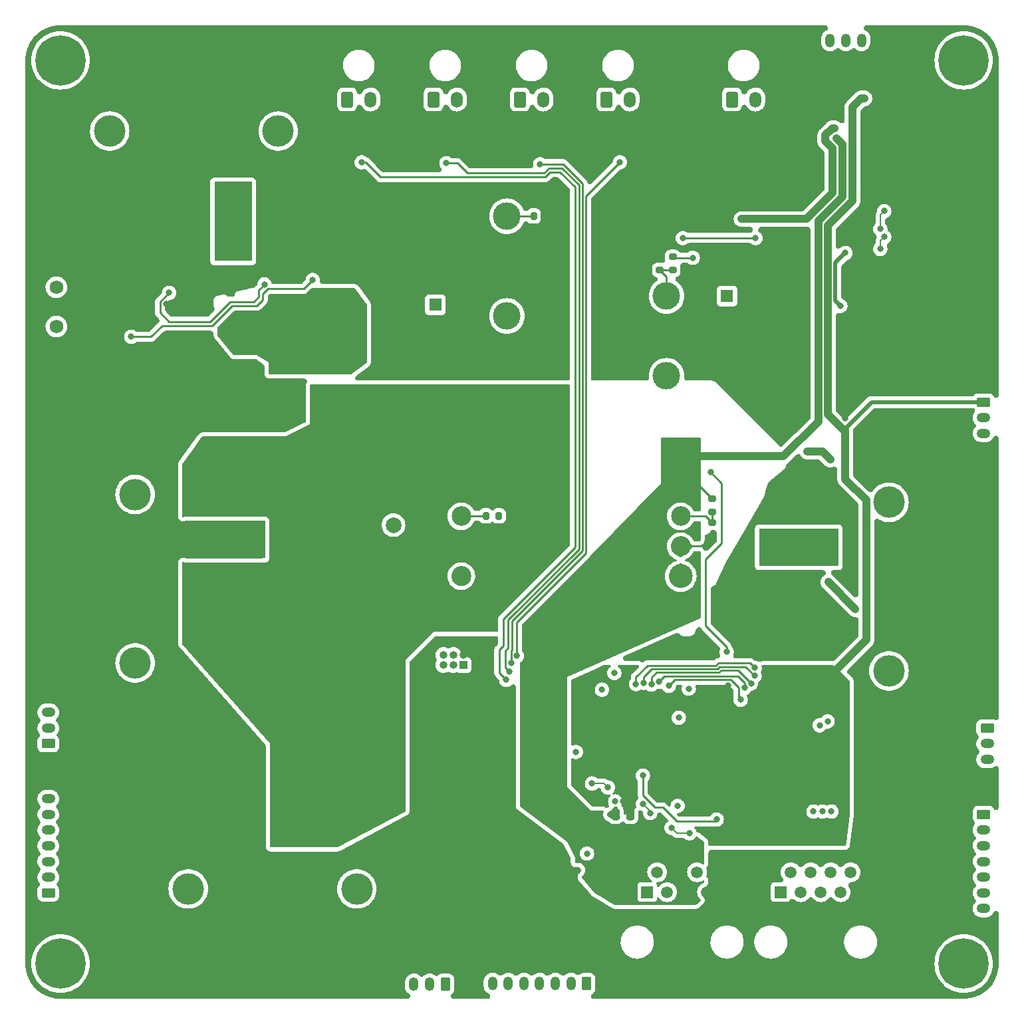
<source format=gbr>
%TF.GenerationSoftware,KiCad,Pcbnew,(6.0.4)*%
%TF.CreationDate,2022-05-04T17:07:43-02:30*%
%TF.ProjectId,interstate,696e7465-7273-4746-9174-652e6b696361,rev?*%
%TF.SameCoordinates,Original*%
%TF.FileFunction,Copper,L4,Bot*%
%TF.FilePolarity,Positive*%
%FSLAX46Y46*%
G04 Gerber Fmt 4.6, Leading zero omitted, Abs format (unit mm)*
G04 Created by KiCad (PCBNEW (6.0.4)) date 2022-05-04 17:07:43*
%MOMM*%
%LPD*%
G01*
G04 APERTURE LIST*
G04 Aperture macros list*
%AMRoundRect*
0 Rectangle with rounded corners*
0 $1 Rounding radius*
0 $2 $3 $4 $5 $6 $7 $8 $9 X,Y pos of 4 corners*
0 Add a 4 corners polygon primitive as box body*
4,1,4,$2,$3,$4,$5,$6,$7,$8,$9,$2,$3,0*
0 Add four circle primitives for the rounded corners*
1,1,$1+$1,$2,$3*
1,1,$1+$1,$4,$5*
1,1,$1+$1,$6,$7*
1,1,$1+$1,$8,$9*
0 Add four rect primitives between the rounded corners*
20,1,$1+$1,$2,$3,$4,$5,0*
20,1,$1+$1,$4,$5,$6,$7,0*
20,1,$1+$1,$6,$7,$8,$9,0*
20,1,$1+$1,$8,$9,$2,$3,0*%
G04 Aperture macros list end*
%TA.AperFunction,ComponentPad*%
%ADD10C,1.750000*%
%TD*%
%TA.AperFunction,ComponentPad*%
%ADD11C,3.000000*%
%TD*%
%TA.AperFunction,ComponentPad*%
%ADD12C,2.500000*%
%TD*%
%TA.AperFunction,ComponentPad*%
%ADD13O,1.000000X1.000000*%
%TD*%
%TA.AperFunction,ComponentPad*%
%ADD14R,1.000000X1.000000*%
%TD*%
%TA.AperFunction,ComponentPad*%
%ADD15O,1.200000X1.750000*%
%TD*%
%TA.AperFunction,ComponentPad*%
%ADD16RoundRect,0.250000X0.350000X0.625000X-0.350000X0.625000X-0.350000X-0.625000X0.350000X-0.625000X0*%
%TD*%
%TA.AperFunction,ComponentPad*%
%ADD17O,1.500000X2.020000*%
%TD*%
%TA.AperFunction,ComponentPad*%
%ADD18RoundRect,0.250001X-0.499999X-0.759999X0.499999X-0.759999X0.499999X0.759999X-0.499999X0.759999X0*%
%TD*%
%TA.AperFunction,ComponentPad*%
%ADD19R,4.800000X5.100000*%
%TD*%
%TA.AperFunction,ComponentPad*%
%ADD20C,4.000000*%
%TD*%
%TA.AperFunction,ComponentPad*%
%ADD21O,1.750000X1.200000*%
%TD*%
%TA.AperFunction,ComponentPad*%
%ADD22RoundRect,0.250000X0.625000X-0.350000X0.625000X0.350000X-0.625000X0.350000X-0.625000X-0.350000X0*%
%TD*%
%TA.AperFunction,ComponentPad*%
%ADD23R,1.600000X1.600000*%
%TD*%
%TA.AperFunction,ComponentPad*%
%ADD24C,1.600000*%
%TD*%
%TA.AperFunction,ComponentPad*%
%ADD25C,3.500000*%
%TD*%
%TA.AperFunction,ComponentPad*%
%ADD26RoundRect,0.250000X-0.350000X-0.625000X0.350000X-0.625000X0.350000X0.625000X-0.350000X0.625000X0*%
%TD*%
%TA.AperFunction,ComponentPad*%
%ADD27R,5.100000X4.800000*%
%TD*%
%TA.AperFunction,ComponentPad*%
%ADD28RoundRect,0.250000X-0.625000X0.350000X-0.625000X-0.350000X0.625000X-0.350000X0.625000X0.350000X0*%
%TD*%
%TA.AperFunction,ComponentPad*%
%ADD29C,1.500000*%
%TD*%
%TA.AperFunction,ComponentPad*%
%ADD30R,1.500000X1.500000*%
%TD*%
%TA.AperFunction,ComponentPad*%
%ADD31C,0.800000*%
%TD*%
%TA.AperFunction,ComponentPad*%
%ADD32C,6.400000*%
%TD*%
%TA.AperFunction,ComponentPad*%
%ADD33R,2.000000X2.000000*%
%TD*%
%TA.AperFunction,ComponentPad*%
%ADD34C,2.000000*%
%TD*%
%TA.AperFunction,SMDPad,CuDef*%
%ADD35RoundRect,0.200000X-0.275000X0.200000X-0.275000X-0.200000X0.275000X-0.200000X0.275000X0.200000X0*%
%TD*%
%TA.AperFunction,SMDPad,CuDef*%
%ADD36RoundRect,0.250000X0.250000X0.475000X-0.250000X0.475000X-0.250000X-0.475000X0.250000X-0.475000X0*%
%TD*%
%TA.AperFunction,SMDPad,CuDef*%
%ADD37RoundRect,0.200000X0.200000X0.275000X-0.200000X0.275000X-0.200000X-0.275000X0.200000X-0.275000X0*%
%TD*%
%TA.AperFunction,SMDPad,CuDef*%
%ADD38RoundRect,0.200000X0.275000X-0.200000X0.275000X0.200000X-0.275000X0.200000X-0.275000X-0.200000X0*%
%TD*%
%TA.AperFunction,ViaPad*%
%ADD39C,0.800000*%
%TD*%
%TA.AperFunction,Conductor*%
%ADD40C,0.200000*%
%TD*%
%TA.AperFunction,Conductor*%
%ADD41C,0.254000*%
%TD*%
%TA.AperFunction,Conductor*%
%ADD42C,1.000000*%
%TD*%
%TA.AperFunction,Conductor*%
%ADD43C,0.508000*%
%TD*%
G04 APERTURE END LIST*
D10*
%TO.P,SW2,1,A*%
%TO.N,unconnected-(SW2-Pad1)*%
X54484000Y-88882000D03*
%TO.P,SW2,2,B*%
%TO.N,GND*%
X54484000Y-86382000D03*
%TO.P,SW2,3,C*%
%TO.N,/SYS_ON*%
X54484000Y-83882000D03*
%TD*%
D11*
%TO.P,U2,8,+VO*%
%TO.N,+24V*%
X133986000Y-105432000D03*
D12*
%TO.P,U2,7,SENSE+*%
X133986000Y-109242000D03*
%TO.P,U2,6,TRIM*%
%TO.N,Net-(R22-Pad1)*%
X133986000Y-113052000D03*
%TO.P,U2,5,SENSE-*%
%TO.N,GND*%
X133986000Y-116862000D03*
D11*
%TO.P,U2,4,0V*%
X133986000Y-120672000D03*
D12*
%TO.P,U2,3,GND*%
X106046000Y-120672000D03*
%TO.P,U2,2,CTRL*%
%TO.N,Net-(R19-Pad2)*%
X106046000Y-113052000D03*
%TO.P,U2,1,VIN*%
%TO.N,/BATT_PROT*%
X106046000Y-105432000D03*
%TD*%
D13*
%TO.P,J20,6,Pin_6*%
%TO.N,/nRESET*%
X103765000Y-130715000D03*
%TO.P,J20,5,Pin_5*%
%TO.N,unconnected-(J20-Pad5)*%
X103765000Y-131985000D03*
%TO.P,J20,4,Pin_4*%
%TO.N,unconnected-(J20-Pad4)*%
X105035000Y-130715000D03*
%TO.P,J20,3,Pin_3*%
%TO.N,/SWCLK*%
X105035000Y-131985000D03*
%TO.P,J20,2,Pin_2*%
%TO.N,GND*%
X106305000Y-130715000D03*
D14*
%TO.P,J20,1,Pin_1*%
%TO.N,/SWDIO*%
X106305000Y-131985000D03*
%TD*%
D15*
%TO.P,J18,7,Pin_7*%
%TO.N,Net-(J18-Pad7)*%
X110000000Y-172550000D03*
%TO.P,J18,6,Pin_6*%
%TO.N,Net-(J18-Pad6)*%
X112000000Y-172550000D03*
%TO.P,J18,5,Pin_5*%
%TO.N,Net-(J18-Pad5)*%
X114000000Y-172550000D03*
%TO.P,J18,4,Pin_4*%
%TO.N,Net-(J18-Pad4)*%
X116000000Y-172550000D03*
%TO.P,J18,3,Pin_3*%
%TO.N,Net-(J18-Pad3)*%
X118000000Y-172550000D03*
%TO.P,J18,2,Pin_2*%
%TO.N,Net-(J18-Pad2)*%
X120000000Y-172550000D03*
D16*
%TO.P,J18,1,Pin_1*%
%TO.N,Net-(J18-Pad1)*%
X122000000Y-172550000D03*
%TD*%
D17*
%TO.P,J4,2,Pin_2*%
%TO.N,Net-(J4-Pad2)*%
X116500000Y-59970000D03*
D18*
%TO.P,J4,1,Pin_1*%
%TO.N,+12V*%
X113500000Y-59970000D03*
%TD*%
D19*
%TO.P,J14,2,Pin_2*%
%TO.N,GND*%
X77000000Y-146495000D03*
X77000000Y-151495000D03*
%TO.P,J14,1,Pin_1*%
%TO.N,/BATT_PROT*%
X87000000Y-151495000D03*
X87000000Y-146495000D03*
D20*
%TO.P,J14,*%
%TO.N,*%
X71270000Y-160495000D03*
X92730000Y-160495000D03*
%TD*%
D21*
%TO.P,J13,3,Pin_3*%
%TO.N,/ESC1_SW2*%
X53450000Y-138000000D03*
%TO.P,J13,2,Pin_2*%
%TO.N,unconnected-(J13-Pad2)*%
X53450000Y-140000000D03*
D22*
%TO.P,J13,1,Pin_1*%
%TO.N,/ESC1_SW1*%
X53450000Y-142000000D03*
%TD*%
D23*
%TO.P,C2,1*%
%TO.N,/BATT_PROT*%
X102744000Y-86107651D03*
D24*
%TO.P,C2,2*%
%TO.N,GND*%
X102744000Y-82607651D03*
%TD*%
D25*
%TO.P,U5,6,VOUT+*%
%TO.N,+12V*%
X132170000Y-95160000D03*
%TO.P,U5,5,TRIM*%
%TO.N,Net-(R24-Pad1)*%
X132170000Y-85000000D03*
%TO.P,U5,4,VOUT-*%
%TO.N,GND*%
X132170000Y-74840000D03*
%TO.P,U5,3,ON/OFF*%
%TO.N,Net-(R20-Pad2)*%
X111850000Y-74840000D03*
%TO.P,U5,2,VIN-*%
%TO.N,GND*%
X111850000Y-82460000D03*
%TO.P,U5,1,VIN+*%
%TO.N,/BATT_PROT*%
X111850000Y-87540000D03*
%TD*%
D15*
%TO.P,J3,4,Pin_4*%
%TO.N,Net-(R4-Pad2)*%
X157000000Y-52450000D03*
%TO.P,J3,3,Pin_3*%
%TO.N,/nESTOP2*%
X155000000Y-52450000D03*
%TO.P,J3,2,Pin_2*%
%TO.N,/ESTOP2*%
X153000000Y-52450000D03*
D26*
%TO.P,J3,1,Pin_1*%
%TO.N,GND*%
X151000000Y-52450000D03*
%TD*%
D27*
%TO.P,J11,2,Pin_2*%
%TO.N,GND*%
X78505000Y-116000000D03*
X73505000Y-116000000D03*
%TO.P,J11,1,Pin_1*%
%TO.N,/BATT_PROT*%
X78505000Y-126000000D03*
X73505000Y-126000000D03*
D20*
%TO.P,J11,*%
%TO.N,*%
X64505000Y-131730000D03*
X64505000Y-110270000D03*
%TD*%
D15*
%TO.P,J19,3,Pin_3*%
%TO.N,/ESC3_SW2*%
X100000000Y-172650000D03*
%TO.P,J19,2,Pin_2*%
%TO.N,unconnected-(J19-Pad2)*%
X102000000Y-172650000D03*
D16*
%TO.P,J19,1,Pin_1*%
%TO.N,/ESC3_SW1*%
X104000000Y-172650000D03*
%TD*%
D23*
%TO.P,C26,1*%
%TO.N,+12V*%
X139884000Y-85000000D03*
D24*
%TO.P,C26,2*%
%TO.N,GND*%
X143384000Y-85000000D03*
%TD*%
D28*
%TO.P,J16,1,Pin_1*%
%TO.N,/ESC2_SW1*%
X173000000Y-140000000D03*
D21*
%TO.P,J16,2,Pin_2*%
%TO.N,unconnected-(J16-Pad2)*%
X173000000Y-142000000D03*
%TO.P,J16,3,Pin_3*%
%TO.N,/ESC2_SW2*%
X173000000Y-144000000D03*
%TD*%
D29*
%TO.P,J9,8*%
%TO.N,GND*%
X138607500Y-158360000D03*
%TO.P,J9,7*%
X137337500Y-160900000D03*
%TO.P,J9,6*%
%TO.N,/TX_N*%
X136067500Y-158360000D03*
%TO.P,J9,5*%
%TO.N,+24V*%
X134797500Y-160900000D03*
%TO.P,J9,4*%
X133527500Y-158360000D03*
%TO.P,J9,3*%
%TO.N,/TX_P*%
X132257500Y-160900000D03*
%TO.P,J9,2*%
%TO.N,/RX_N*%
X130987500Y-158360000D03*
D30*
%TO.P,J9,1*%
%TO.N,/RX_P*%
X129717500Y-160900000D03*
%TD*%
D31*
%TO.P,H3,1,1*%
%TO.N,Net-(H3-Pad1)*%
X53302944Y-171697056D03*
X52600000Y-170000000D03*
X56697056Y-168302944D03*
D32*
X55000000Y-170000000D03*
D31*
X53302944Y-168302944D03*
X56697056Y-171697056D03*
X57400000Y-170000000D03*
X55000000Y-167600000D03*
X55000000Y-172400000D03*
%TD*%
D17*
%TO.P,J5,2,Pin_2*%
%TO.N,Net-(J5-Pad2)*%
X105500000Y-59970000D03*
D18*
%TO.P,J5,1,Pin_1*%
%TO.N,+12V*%
X102500000Y-59970000D03*
%TD*%
D31*
%TO.P,H1,1,1*%
%TO.N,Net-(H1-Pad1)*%
X52600000Y-55000000D03*
X56697056Y-53302944D03*
X57400000Y-55000000D03*
D32*
X55000000Y-55000000D03*
D31*
X55000000Y-57400000D03*
X53302944Y-53302944D03*
X55000000Y-52600000D03*
X56697056Y-56697056D03*
X53302944Y-56697056D03*
%TD*%
D33*
%TO.P,C3,1*%
%TO.N,/BATT_PROT*%
X97410000Y-109160323D03*
D34*
%TO.P,C3,2*%
%TO.N,GND*%
X97410000Y-114160323D03*
%TD*%
D31*
%TO.P,H2,1,1*%
%TO.N,Net-(H2-Pad1)*%
X168302944Y-56697056D03*
X170000000Y-57400000D03*
X172400000Y-55000000D03*
X170000000Y-52600000D03*
D32*
X170000000Y-55000000D03*
D31*
X167600000Y-55000000D03*
X171697056Y-53302944D03*
X171697056Y-56697056D03*
X168302944Y-53302944D03*
%TD*%
D17*
%TO.P,J2,2,Pin_2*%
%TO.N,/ESTOP1*%
X143500000Y-59970000D03*
D18*
%TO.P,J2,1,Pin_1*%
%TO.N,+12V*%
X140500000Y-59970000D03*
%TD*%
D31*
%TO.P,H4,1,1*%
%TO.N,Net-(H4-Pad1)*%
X170000000Y-172400000D03*
X171697056Y-171697056D03*
X171697056Y-168302944D03*
X167600000Y-170000000D03*
X168302944Y-171697056D03*
X172400000Y-170000000D03*
X168302944Y-168302944D03*
D32*
X170000000Y-170000000D03*
D31*
X170000000Y-167600000D03*
%TD*%
D19*
%TO.P,J7,2,Pin_2*%
%TO.N,/BATT_RAW*%
X77000000Y-78000000D03*
X77000000Y-73000000D03*
%TO.P,J7,1,Pin_1*%
%TO.N,GND*%
X67000000Y-78000000D03*
X67000000Y-73000000D03*
D20*
%TO.P,J7,*%
%TO.N,*%
X82730000Y-64000000D03*
X61270000Y-64000000D03*
%TD*%
D21*
%TO.P,J10,4,Pin_4*%
%TO.N,GND*%
X172550000Y-104500000D03*
%TO.P,J10,3,Pin_3*%
%TO.N,/CAN-*%
X172550000Y-102500000D03*
%TO.P,J10,2,Pin_2*%
%TO.N,/CAN+*%
X172550000Y-100500000D03*
D28*
%TO.P,J10,1,Pin_1*%
%TO.N,+3V3*%
X172550000Y-98500000D03*
%TD*%
D29*
%TO.P,J8,8*%
%TO.N,unconnected-(J8-Pad8)*%
X155607500Y-158360000D03*
%TO.P,J8,7*%
%TO.N,unconnected-(J8-Pad7)*%
X154337500Y-160900000D03*
%TO.P,J8,6*%
%TO.N,/TX_N*%
X153067500Y-158360000D03*
%TO.P,J8,5*%
%TO.N,unconnected-(J8-Pad5)*%
X151797500Y-160900000D03*
%TO.P,J8,4*%
%TO.N,unconnected-(J8-Pad4)*%
X150527500Y-158360000D03*
%TO.P,J8,3*%
%TO.N,/TX_P*%
X149257500Y-160900000D03*
%TO.P,J8,2*%
%TO.N,/RX_N*%
X147987500Y-158360000D03*
D30*
%TO.P,J8,1*%
%TO.N,/RX_P*%
X146717500Y-160900000D03*
%TD*%
D28*
%TO.P,J15,1,Pin_1*%
%TO.N,Net-(J15-Pad1)*%
X172550000Y-151000000D03*
D21*
%TO.P,J15,2,Pin_2*%
%TO.N,Net-(J15-Pad2)*%
X172550000Y-153000000D03*
%TO.P,J15,3,Pin_3*%
%TO.N,Net-(J15-Pad3)*%
X172550000Y-155000000D03*
%TO.P,J15,4,Pin_4*%
%TO.N,Net-(J15-Pad4)*%
X172550000Y-157000000D03*
%TO.P,J15,5,Pin_5*%
%TO.N,Net-(J15-Pad5)*%
X172550000Y-159000000D03*
%TO.P,J15,6,Pin_6*%
%TO.N,Net-(J15-Pad6)*%
X172550000Y-161000000D03*
%TO.P,J15,7,Pin_7*%
%TO.N,Net-(J15-Pad7)*%
X172550000Y-163000000D03*
%TD*%
D27*
%TO.P,J17,2,Pin_2*%
%TO.N,GND*%
X151495000Y-127000000D03*
X146495000Y-127000000D03*
%TO.P,J17,1,Pin_1*%
%TO.N,/BATT_PROT*%
X151495000Y-117000000D03*
X146495000Y-117000000D03*
D20*
%TO.P,J17,*%
%TO.N,*%
X160495000Y-111270000D03*
X160495000Y-132730000D03*
%TD*%
D17*
%TO.P,J6,2,Pin_2*%
%TO.N,Net-(J6-Pad2)*%
X127500000Y-59970000D03*
D18*
%TO.P,J6,1,Pin_1*%
%TO.N,+12V*%
X124500000Y-59970000D03*
%TD*%
D17*
%TO.P,J1,2,Pin_2*%
%TO.N,Net-(J1-Pad2)*%
X94500000Y-59970000D03*
D18*
%TO.P,J1,1,Pin_1*%
%TO.N,+12V*%
X91500000Y-59970000D03*
%TD*%
D21*
%TO.P,J12,7,Pin_7*%
%TO.N,Net-(J12-Pad7)*%
X53450000Y-149000000D03*
%TO.P,J12,6,Pin_6*%
%TO.N,Net-(J12-Pad6)*%
X53450000Y-151000000D03*
%TO.P,J12,5,Pin_5*%
%TO.N,Net-(J12-Pad5)*%
X53450000Y-153000000D03*
%TO.P,J12,4,Pin_4*%
%TO.N,Net-(J12-Pad4)*%
X53450000Y-155000000D03*
%TO.P,J12,3,Pin_3*%
%TO.N,Net-(J12-Pad3)*%
X53450000Y-157000000D03*
%TO.P,J12,2,Pin_2*%
%TO.N,Net-(J12-Pad2)*%
X53450000Y-159000000D03*
D22*
%TO.P,J12,1,Pin_1*%
%TO.N,Net-(J12-Pad1)*%
X53450000Y-161000000D03*
%TD*%
D35*
%TO.P,R25,1*%
%TO.N,GND*%
X131318000Y-80010000D03*
%TO.P,R25,2*%
%TO.N,Net-(R24-Pad1)*%
X131318000Y-81660000D03*
%TD*%
D36*
%TO.P,C23,1*%
%TO.N,+3V3*%
X127575000Y-151000000D03*
%TO.P,C23,2*%
%TO.N,GND*%
X125675000Y-151000000D03*
%TD*%
D37*
%TO.P,R20,1*%
%TO.N,GND*%
X116903000Y-74803000D03*
%TO.P,R20,2*%
%TO.N,Net-(R20-Pad2)*%
X115253000Y-74803000D03*
%TD*%
%TO.P,R19,1*%
%TO.N,unconnected-(R19-Pad1)*%
X110825000Y-113000000D03*
%TO.P,R19,2*%
%TO.N,Net-(R19-Pad2)*%
X109175000Y-113000000D03*
%TD*%
D38*
%TO.P,R24,1*%
%TO.N,Net-(R24-Pad1)*%
X132969000Y-81660000D03*
%TO.P,R24,2*%
%TO.N,+12V*%
X132969000Y-80010000D03*
%TD*%
%TO.P,R23,1*%
%TO.N,GND*%
X138000000Y-115528000D03*
%TO.P,R23,2*%
%TO.N,Net-(R22-Pad1)*%
X138000000Y-113878000D03*
%TD*%
%TO.P,R22,1*%
%TO.N,Net-(R22-Pad1)*%
X138000000Y-112480000D03*
%TO.P,R22,2*%
%TO.N,+24V*%
X138000000Y-110830000D03*
%TD*%
D39*
%TO.N,GND*%
X103506000Y-145564000D03*
X69978000Y-117370000D03*
X69978000Y-116354000D03*
X69978000Y-115338000D03*
X69978000Y-114322000D03*
%TO.N,Net-(Q5-Pad2)*%
X82170000Y-89684000D03*
X91314000Y-89938000D03*
X91568000Y-93748000D03*
X82170000Y-93748000D03*
X91314000Y-86128000D03*
X86488000Y-89684000D03*
X82170000Y-86128000D03*
X80646000Y-91716000D03*
X80646000Y-90700000D03*
X78614000Y-90700000D03*
X80646000Y-87652000D03*
X80646000Y-88668000D03*
X80646000Y-89684000D03*
X77598000Y-90700000D03*
X76582000Y-90700000D03*
%TO.N,/ESTOP1*%
X159894000Y-77492000D03*
X159386000Y-79016000D03*
%TO.N,/ESTOP2*%
X159894000Y-74190000D03*
X159386000Y-76476000D03*
%TO.N,GND*%
X146432000Y-64030000D03*
%TO.N,/SPARE_SPI_MOSI*%
X138558000Y-151660000D03*
%TO.N,/SPARE_I2C_SCL*%
X141606000Y-136420000D03*
%TO.N,/SPARE_SPI_SCK*%
X142114000Y-134896000D03*
%TO.N,/SPARE_SPI_MISO*%
X142945636Y-134341576D03*
%TO.N,/SPARE_SPI_SEL*%
X143384000Y-133372000D03*
%TO.N,/SPARE_I2C_SDA*%
X143389714Y-132350286D03*
%TO.N,/SPARE_SPI_MOSI*%
X129160000Y-146072000D03*
%TO.N,/SPARE_I2C_SCL*%
X132462000Y-134642000D03*
%TO.N,/SPARE_SPI_SCK*%
X131192000Y-134134000D03*
%TO.N,/SPARE_SPI_MISO*%
X130251954Y-134473587D03*
%TO.N,/SPARE_SPI_SEL*%
X129271844Y-134277654D03*
%TO.N,/SPARE_I2C_SDA*%
X128281520Y-134412798D03*
%TO.N,GND*%
X133732000Y-138706000D03*
X148718000Y-69110000D03*
X144908000Y-68094000D03*
X145924000Y-70126000D03*
%TO.N,+24V*%
X141352000Y-105432000D03*
%TO.N,GND*%
X70486000Y-72666000D03*
X70486000Y-73936000D03*
X70486000Y-75206000D03*
X70486000Y-76476000D03*
X70486000Y-77746000D03*
X70486000Y-79016000D03*
X70486000Y-80286000D03*
X63628000Y-72666000D03*
X63628000Y-73936000D03*
X63628000Y-75206000D03*
X63628000Y-76476000D03*
X63628000Y-77746000D03*
X63628000Y-79016000D03*
X63628000Y-80286000D03*
%TO.N,/BATT_PROT*%
X90298000Y-152422000D03*
X90298000Y-151152000D03*
X90298000Y-149882000D03*
X90298000Y-148612000D03*
X90298000Y-147342000D03*
X90298000Y-146072000D03*
X90298000Y-144802000D03*
X90298000Y-143532000D03*
X89028000Y-143024000D03*
X87758000Y-143024000D03*
X86488000Y-143024000D03*
X84964000Y-143024000D03*
X83694000Y-143532000D03*
X83694000Y-144802000D03*
X83694000Y-146072000D03*
X83694000Y-147342000D03*
X83694000Y-148612000D03*
X83694000Y-149882000D03*
X83694000Y-151152000D03*
X83694000Y-152422000D03*
X88012000Y-97304000D03*
X88012000Y-98320000D03*
X88012000Y-99336000D03*
X88012000Y-100352000D03*
X88012000Y-101368000D03*
X88774000Y-102130000D03*
X89790000Y-102130000D03*
X90806000Y-101368000D03*
X90806000Y-100352000D03*
X90806000Y-99336000D03*
X90806000Y-98320000D03*
X90806000Y-97304000D03*
X82170000Y-127784000D03*
X82170000Y-126768000D03*
X82170000Y-125752000D03*
X82170000Y-124736000D03*
X82170000Y-123720000D03*
X81154000Y-122450000D03*
X79884000Y-122450000D03*
X78614000Y-122450000D03*
X77344000Y-122450000D03*
X76074000Y-122450000D03*
X74804000Y-122450000D03*
%TO.N,GND*%
X73534000Y-152168000D03*
X80138000Y-152168000D03*
X80138000Y-150644000D03*
X80138000Y-149120000D03*
X80138000Y-147596000D03*
X80138000Y-146072000D03*
X80138000Y-144548000D03*
X79630000Y-143024000D03*
X78106000Y-143024000D03*
X76582000Y-143024000D03*
X75058000Y-143024000D03*
X73534000Y-143024000D03*
X73534000Y-146072000D03*
X73534000Y-144548000D03*
X73534000Y-147596000D03*
X73534000Y-149120000D03*
X73534000Y-150644000D03*
X78106000Y-162836000D03*
X85726000Y-166900000D03*
X77090000Y-169948000D03*
X113666000Y-155216000D03*
X111126000Y-156232000D03*
X59945000Y-156994000D03*
X117984000Y-166138000D03*
X165990000Y-154962000D03*
X79503000Y-95145000D03*
%TO.N,/BATT_GOOD*%
X137796000Y-107464000D03*
X87123000Y-82953000D03*
%TO.N,/LAMP1_ON*%
X111761000Y-133880000D03*
%TO.N,/LAMP2_ON*%
X112142000Y-132864000D03*
%TO.N,/LAMP3_ON*%
X112396000Y-131721000D03*
%TO.N,/LAMP4_ON*%
X113122500Y-130832000D03*
X126239000Y-67967000D03*
%TO.N,/LAMP3_ON*%
X116079000Y-68221000D03*
%TO.N,/LAMP2_ON*%
X104141000Y-68094000D03*
%TO.N,/LAMP1_ON*%
X93346000Y-67967000D03*
%TO.N,+3V3*%
X136574000Y-136976000D03*
%TO.N,GND*%
X101331500Y-137182000D03*
X101331500Y-140230000D03*
%TO.N,/BATT_GOOD*%
X64009000Y-90192000D03*
X139828000Y-130324000D03*
%TO.N,+3V3*%
X120625000Y-144950000D03*
%TO.N,/SYS_ON*%
X80971067Y-83515575D03*
X134240000Y-77619000D03*
X143511000Y-77619000D03*
X68835000Y-84604000D03*
%TO.N,+3V3*%
X140046335Y-134617762D03*
%TO.N,+12V*%
X141733000Y-75206000D03*
X153544000Y-63649000D03*
%TO.N,+24V*%
X153798000Y-64919000D03*
%TO.N,+12V*%
X154306000Y-86255000D03*
X154941000Y-79524000D03*
X150115000Y-104797000D03*
X153036000Y-105813000D03*
%TO.N,/BATT_PROT*%
X152782000Y-121434000D03*
X156211000Y-124863000D03*
%TO.N,+3V3*%
X157354000Y-59839000D03*
X154560000Y-74190000D03*
%TO.N,GND*%
X125525000Y-133000000D03*
X54992000Y-63522000D03*
%TO.N,+3V3*%
X147067000Y-141119000D03*
X146813000Y-139976000D03*
X146686000Y-142262000D03*
X149226000Y-139595000D03*
X148210000Y-140357000D03*
X148083000Y-141627000D03*
X147829000Y-143024000D03*
X146686000Y-143786000D03*
X147702000Y-144548000D03*
%TO.N,GND*%
X153163000Y-150644000D03*
X152020000Y-150644000D03*
X150877000Y-150644000D03*
X173737000Y-74444000D03*
X173737000Y-75714000D03*
X173737000Y-76984000D03*
X173737000Y-78254000D03*
X173737000Y-80794000D03*
X173737000Y-82064000D03*
X166498000Y-83715000D03*
X161799000Y-55013000D03*
X166752000Y-58950000D03*
X164466000Y-63014000D03*
X166723000Y-67078000D03*
X122050000Y-156000000D03*
X119000000Y-67000000D03*
X67691000Y-149098000D03*
X131318000Y-78740000D03*
X105284000Y-149120000D03*
X59500000Y-87000000D03*
X65500000Y-93000000D03*
X152686000Y-139158000D03*
X120625000Y-143050000D03*
X154940000Y-100584000D03*
X63627000Y-169926000D03*
X162175000Y-157086000D03*
X67691000Y-155067000D03*
X164000000Y-143750000D03*
X63000000Y-138000000D03*
X155000000Y-78000000D03*
X100330000Y-163068000D03*
X160909000Y-159766000D03*
X132074000Y-64448000D03*
X155000000Y-75750000D03*
X65500000Y-94500000D03*
X129032000Y-131064000D03*
X164500000Y-79500000D03*
X65500000Y-82000000D03*
X125000000Y-151000000D03*
X68500000Y-86000000D03*
X108966000Y-161036000D03*
X129000000Y-67000000D03*
X116332000Y-160147000D03*
X125636521Y-149349354D03*
X107000000Y-67000000D03*
X123952000Y-135128000D03*
X164211000Y-164338000D03*
X133587500Y-149912500D03*
X96000000Y-67000000D03*
X120904000Y-158115000D03*
X151670000Y-139666000D03*
X135000000Y-135000000D03*
X118364000Y-74803000D03*
%TO.N,+12V*%
X135509000Y-80137000D03*
%TO.N,+3V3*%
X122428000Y-133604000D03*
X126635989Y-149357714D03*
X120904000Y-134112000D03*
X154813000Y-101981000D03*
X135000000Y-148000000D03*
%TO.N,+24V*%
X125349000Y-156083000D03*
X125222000Y-157988000D03*
%TO.N,/ESC1_N*%
X122682000Y-147066000D03*
X124714000Y-147574000D03*
%TO.N,/ESC2_P*%
X135085522Y-153414478D03*
X132800500Y-152723438D03*
%TO.N,/ESC3_P*%
X130096991Y-150821230D03*
X129175500Y-149668158D03*
%TD*%
D40*
%TO.N,/ESTOP1*%
X159386000Y-78000000D02*
X159894000Y-77492000D01*
X159386000Y-79016000D02*
X159386000Y-78000000D01*
%TO.N,/ESTOP2*%
X159386000Y-74698000D02*
X159894000Y-74190000D01*
X159386000Y-76476000D02*
X159386000Y-74698000D01*
D41*
%TO.N,/SPARE_SPI_MOSI*%
X130684000Y-150136000D02*
X129160000Y-148612000D01*
X131700000Y-150136000D02*
X130684000Y-150136000D01*
X133478000Y-151914000D02*
X131700000Y-150136000D01*
X138304000Y-151914000D02*
X133478000Y-151914000D01*
X138558000Y-151660000D02*
X138304000Y-151914000D01*
X129160000Y-148612000D02*
X129160000Y-146072000D01*
%TO.N,/SPARE_I2C_SCL*%
X133224000Y-133880000D02*
X132462000Y-134642000D01*
X141352000Y-134896000D02*
X140336000Y-133880000D01*
X141352000Y-136166000D02*
X141352000Y-134896000D01*
X141606000Y-136420000D02*
X141352000Y-136166000D01*
%TO.N,/SPARE_SPI_SCK*%
X142114000Y-134254638D02*
X142114000Y-134896000D01*
X141285851Y-133426489D02*
X142114000Y-134254638D01*
X131899511Y-133426489D02*
X141285851Y-133426489D01*
X131192000Y-134134000D02*
X131899511Y-133426489D01*
%TO.N,/SPARE_I2C_SCL*%
X140336000Y-133880000D02*
X133224000Y-133880000D01*
%TO.N,/SPARE_SPI_MISO*%
X141268549Y-132664489D02*
X142945636Y-134341576D01*
X139132149Y-132664489D02*
X141268549Y-132664489D01*
X138862105Y-132934533D02*
X139132149Y-132664489D01*
X130251954Y-134473587D02*
X130251954Y-133550046D01*
X130867467Y-132934533D02*
X138862105Y-132934533D01*
%TO.N,/SPARE_I2C_SDA*%
X142796895Y-131757467D02*
X143389714Y-132350286D01*
X138756440Y-131757467D02*
X142796895Y-131757467D01*
X138486396Y-132027511D02*
X138756440Y-131757467D01*
X129742489Y-132027511D02*
X138486396Y-132027511D01*
X128281520Y-134412798D02*
X128281520Y-133488480D01*
%TO.N,/SPARE_SPI_SEL*%
X129271844Y-133514156D02*
X129271844Y-134277654D01*
X130304978Y-132481022D02*
X129271844Y-133514156D01*
X138674255Y-132481022D02*
X130304978Y-132481022D01*
X138944299Y-132210978D02*
X138674255Y-132481022D01*
X142222978Y-132210978D02*
X138944299Y-132210978D01*
%TO.N,/SPARE_I2C_SDA*%
X128281520Y-133488480D02*
X129742489Y-132027511D01*
%TO.N,/SPARE_SPI_SEL*%
X143384000Y-133372000D02*
X142222978Y-132210978D01*
%TO.N,/SPARE_SPI_MISO*%
X130251954Y-133550046D02*
X130867467Y-132934533D01*
D42*
%TO.N,+24V*%
X141352000Y-105432000D02*
X147067000Y-105432000D01*
X133986000Y-105432000D02*
X141352000Y-105432000D01*
D41*
%TO.N,/BATT_GOOD*%
X66549000Y-90192000D02*
X64009000Y-90192000D01*
X74296000Y-88795000D02*
X67946000Y-88795000D01*
X76836000Y-86255000D02*
X74296000Y-88795000D01*
X80011000Y-86255000D02*
X76836000Y-86255000D01*
X80773000Y-85493000D02*
X80011000Y-86255000D01*
X80773000Y-84731000D02*
X80773000Y-85493000D01*
X81408000Y-84096000D02*
X80773000Y-84731000D01*
%TO.N,/SYS_ON*%
X79630000Y-85747000D02*
X80265000Y-85112000D01*
X68835000Y-88287000D02*
X74042000Y-88287000D01*
X67692000Y-87144000D02*
X68835000Y-88287000D01*
X67692000Y-85747000D02*
X67692000Y-87144000D01*
X68835000Y-84604000D02*
X67692000Y-85747000D01*
X80265000Y-84221642D02*
X80971067Y-83515575D01*
X76582000Y-85747000D02*
X79630000Y-85747000D01*
%TO.N,/BATT_GOOD*%
X85980000Y-84096000D02*
X81408000Y-84096000D01*
X87123000Y-82953000D02*
X85980000Y-84096000D01*
%TO.N,/SYS_ON*%
X80265000Y-85112000D02*
X80265000Y-84221642D01*
X74042000Y-88287000D02*
X76582000Y-85747000D01*
%TO.N,/BATT_GOOD*%
X139193000Y-108861000D02*
X137796000Y-107464000D01*
X139193000Y-116481000D02*
X139193000Y-108861000D01*
X137161000Y-127022000D02*
X137161000Y-118513000D01*
X139828000Y-129689000D02*
X137161000Y-127022000D01*
X137161000Y-118513000D02*
X139193000Y-116481000D01*
X139828000Y-130324000D02*
X139828000Y-129689000D01*
X67946000Y-88795000D02*
X66549000Y-90192000D01*
%TO.N,/LAMP4_ON*%
X113122500Y-126549500D02*
X113122500Y-130832000D01*
X121921000Y-117751000D02*
X113122500Y-126549500D01*
X126239000Y-67967000D02*
X121921000Y-72285000D01*
%TO.N,/LAMP2_ON*%
X111634000Y-130197000D02*
X111634000Y-132356000D01*
X112015000Y-129816000D02*
X111634000Y-130197000D01*
X112015000Y-126260000D02*
X112015000Y-129816000D01*
X121013978Y-117261022D02*
X112015000Y-126260000D01*
X121013978Y-70869978D02*
X121013978Y-117261022D01*
X117215638Y-68729000D02*
X118873000Y-68729000D01*
X116580638Y-69364000D02*
X117215638Y-68729000D01*
X106808000Y-69364000D02*
X116580638Y-69364000D01*
X105538000Y-68094000D02*
X106808000Y-69364000D01*
X111634000Y-132356000D02*
X112142000Y-132864000D01*
X104141000Y-68094000D02*
X105538000Y-68094000D01*
%TO.N,/LAMP3_ON*%
X112396000Y-130197000D02*
X112396000Y-131721000D01*
%TO.N,/LAMP2_ON*%
X118873000Y-68729000D02*
X121013978Y-70869978D01*
%TO.N,/LAMP3_ON*%
X112523000Y-130070000D02*
X112396000Y-130197000D01*
X121485511Y-70700150D02*
X121485511Y-72079127D01*
X119006361Y-68221000D02*
X121485511Y-70700150D01*
X121467489Y-72097150D02*
X121467489Y-117448873D01*
%TO.N,/LAMP4_ON*%
X121921000Y-72285000D02*
X121921000Y-117751000D01*
%TO.N,/LAMP3_ON*%
X112523000Y-126393362D02*
X112523000Y-130070000D01*
X116079000Y-68221000D02*
X119006361Y-68221000D01*
X121485511Y-72079127D02*
X121467489Y-72097150D01*
X121467489Y-117448873D02*
X112523000Y-126393362D01*
%TO.N,/LAMP1_ON*%
X95759000Y-69872000D02*
X116714000Y-69872000D01*
X116714000Y-69872000D02*
X117349000Y-69237000D01*
X117349000Y-69237000D02*
X118619000Y-69237000D01*
X110872000Y-132991000D02*
X111761000Y-133880000D01*
X93346000Y-67967000D02*
X93854000Y-67967000D01*
X120524000Y-71142000D02*
X120524000Y-116989000D01*
X93854000Y-67967000D02*
X95759000Y-69872000D01*
X110872000Y-130070000D02*
X110872000Y-132991000D01*
X118619000Y-69237000D02*
X120524000Y-71142000D01*
X111380000Y-126133000D02*
X120524000Y-116989000D01*
X111380000Y-126133000D02*
X111380000Y-129562000D01*
X111380000Y-129562000D02*
X110872000Y-130070000D01*
%TO.N,/SYS_ON*%
X143511000Y-77619000D02*
X134240000Y-77619000D01*
D42*
%TO.N,+12V*%
X149988000Y-75206000D02*
X153290000Y-71904000D01*
X149988000Y-75206000D02*
X141733000Y-75206000D01*
X152401000Y-65300000D02*
X153290000Y-66189000D01*
X153290000Y-66189000D02*
X153290000Y-71904000D01*
X152401000Y-64538000D02*
X152401000Y-65300000D01*
X153544000Y-63649000D02*
X153290000Y-63649000D01*
X153290000Y-63649000D02*
X152401000Y-64538000D01*
%TO.N,+24V*%
X154560000Y-65681000D02*
X153798000Y-64919000D01*
X151512000Y-100987000D02*
X151512000Y-75460000D01*
X151512000Y-75460000D02*
X154560000Y-72412000D01*
X147067000Y-105432000D02*
X151512000Y-100987000D01*
X154560000Y-72412000D02*
X154560000Y-65681000D01*
%TO.N,+3V3*%
X156973000Y-59839000D02*
X157354000Y-59839000D01*
X155830000Y-72920000D02*
X155830000Y-60982000D01*
X155830000Y-60982000D02*
X156973000Y-59839000D01*
X154560000Y-74190000D02*
X155830000Y-72920000D01*
D43*
%TO.N,+12V*%
X153671000Y-85620000D02*
X154306000Y-86255000D01*
X153671000Y-80794000D02*
X153671000Y-85620000D01*
X154941000Y-79524000D02*
X153671000Y-80794000D01*
D42*
%TO.N,+3V3*%
X152717489Y-76032511D02*
X154560000Y-74190000D01*
X154665000Y-101981000D02*
X152717489Y-100033489D01*
X154813000Y-101981000D02*
X154665000Y-101981000D01*
X152717489Y-100033489D02*
X152717489Y-76032511D01*
%TO.N,+12V*%
X153036000Y-105813000D02*
X152020000Y-104797000D01*
X152020000Y-104797000D02*
X150115000Y-104797000D01*
%TO.N,/BATT_PROT*%
X156211000Y-124863000D02*
X152782000Y-121434000D01*
%TO.N,+3V3*%
X157608000Y-111020000D02*
X157608000Y-128800000D01*
X154941000Y-108353000D02*
X157608000Y-111020000D01*
X157608000Y-128800000D02*
X153163000Y-133245000D01*
X154941000Y-102109000D02*
X154941000Y-108353000D01*
X154941000Y-102109000D02*
X154813000Y-101981000D01*
D41*
%TO.N,+24V*%
X136412000Y-109242000D02*
X133986000Y-109242000D01*
X138000000Y-110830000D02*
X136412000Y-109242000D01*
%TO.N,GND*%
X136666000Y-116862000D02*
X133986000Y-116862000D01*
X138000000Y-115528000D02*
X136666000Y-116862000D01*
%TO.N,Net-(R22-Pad1)*%
X137174000Y-113052000D02*
X133986000Y-113052000D01*
X138000000Y-113878000D02*
X137174000Y-113052000D01*
X138000000Y-113878000D02*
X138000000Y-112480000D01*
%TO.N,GND*%
X131318000Y-80010000D02*
X131318000Y-78994000D01*
X116903000Y-74803000D02*
X118364000Y-74803000D01*
X131318000Y-78994000D02*
X131318000Y-78740000D01*
X125675000Y-151000000D02*
X125000000Y-151000000D01*
%TO.N,+12V*%
X133096000Y-80137000D02*
X135509000Y-80137000D01*
X132969000Y-80010000D02*
X133096000Y-80137000D01*
D43*
%TO.N,+3V3*%
X158294000Y-98500000D02*
X154813000Y-101981000D01*
X172550000Y-98500000D02*
X158294000Y-98500000D01*
D41*
%TO.N,Net-(R19-Pad2)*%
X106030000Y-113000000D02*
X109175000Y-113000000D01*
%TO.N,Net-(R20-Pad2)*%
X111850000Y-74840000D02*
X115216000Y-74840000D01*
X115216000Y-74840000D02*
X115253000Y-74803000D01*
%TO.N,Net-(R24-Pad1)*%
X132170000Y-82512000D02*
X132170000Y-85000000D01*
X131318000Y-81660000D02*
X132969000Y-81660000D01*
X131318000Y-81660000D02*
X132170000Y-82512000D01*
D40*
%TO.N,/ESC1_N*%
X124206000Y-147066000D02*
X124714000Y-147574000D01*
X122682000Y-147066000D02*
X124206000Y-147066000D01*
%TO.N,/ESC2_P*%
X135085522Y-153414478D02*
X133491540Y-153414478D01*
X133491540Y-153414478D02*
X132800500Y-152723438D01*
%TO.N,/ESC3_P*%
X129175500Y-149668158D02*
X130096991Y-150589649D01*
X130096991Y-150589649D02*
X130096991Y-150821230D01*
%TD*%
%TA.AperFunction,Conductor*%
%TO.N,Net-(Q5-Pad2)*%
G36*
X92505121Y-84020002D02*
G01*
X92537800Y-84050400D01*
X93974800Y-85966400D01*
X93999671Y-86032898D01*
X94000000Y-86042000D01*
X94000000Y-93437000D01*
X93979998Y-93505121D01*
X93949600Y-93537800D01*
X92033600Y-94974800D01*
X91967102Y-94999671D01*
X91958000Y-95000000D01*
X81626000Y-95000000D01*
X81557879Y-94979998D01*
X81511386Y-94926342D01*
X81500000Y-94874000D01*
X81500000Y-93500000D01*
X81489173Y-93492782D01*
X81489172Y-93492781D01*
X80015523Y-92510348D01*
X80015521Y-92510347D01*
X80000000Y-92500000D01*
X77060559Y-92500000D01*
X76992438Y-92479998D01*
X76962170Y-92452712D01*
X75027611Y-90034514D01*
X75000675Y-89968825D01*
X75000000Y-89955802D01*
X75000000Y-89041922D01*
X75020002Y-88973801D01*
X75036905Y-88952827D01*
X77062327Y-86927405D01*
X77124639Y-86893379D01*
X77151422Y-86890500D01*
X79931980Y-86890500D01*
X79943214Y-86891030D01*
X79950719Y-86892708D01*
X80019012Y-86890562D01*
X80022969Y-86890500D01*
X80050983Y-86890500D01*
X80054908Y-86890004D01*
X80054909Y-86890004D01*
X80055004Y-86889992D01*
X80066849Y-86889059D01*
X80096670Y-86888122D01*
X80103282Y-86887914D01*
X80103283Y-86887914D01*
X80111205Y-86887665D01*
X80130749Y-86881987D01*
X80150112Y-86877977D01*
X80162440Y-86876420D01*
X80162442Y-86876420D01*
X80170299Y-86875427D01*
X80177663Y-86872511D01*
X80177668Y-86872510D01*
X80211556Y-86859093D01*
X80222785Y-86855248D01*
X80239465Y-86850402D01*
X80265393Y-86842869D01*
X80272220Y-86838831D01*
X80272223Y-86838830D01*
X80282906Y-86832512D01*
X80300664Y-86823812D01*
X80312215Y-86819239D01*
X80312221Y-86819235D01*
X80319588Y-86816319D01*
X80355491Y-86790234D01*
X80365410Y-86783719D01*
X80396768Y-86765174D01*
X80396772Y-86765171D01*
X80403598Y-86761134D01*
X80417982Y-86746750D01*
X80433016Y-86733909D01*
X80443073Y-86726602D01*
X80449487Y-86721942D01*
X80477773Y-86687750D01*
X80485763Y-86678969D01*
X81166488Y-85998245D01*
X81174807Y-85990675D01*
X81181303Y-85986553D01*
X81228086Y-85936734D01*
X81230840Y-85933893D01*
X81250639Y-85914094D01*
X81253063Y-85910969D01*
X81253071Y-85910960D01*
X81253137Y-85910874D01*
X81260845Y-85901849D01*
X81285790Y-85875285D01*
X81291217Y-85869506D01*
X81301023Y-85851669D01*
X81311873Y-85835153D01*
X81324350Y-85819067D01*
X81341976Y-85778334D01*
X81347193Y-85767686D01*
X81364749Y-85735751D01*
X81368569Y-85728803D01*
X81370540Y-85721128D01*
X81370542Y-85721122D01*
X81373631Y-85709089D01*
X81380034Y-85690387D01*
X81388117Y-85671708D01*
X81395060Y-85627873D01*
X81397467Y-85616251D01*
X81408500Y-85573282D01*
X81408500Y-85552935D01*
X81410051Y-85533224D01*
X81411995Y-85520950D01*
X81413235Y-85513121D01*
X81409059Y-85468944D01*
X81408500Y-85457086D01*
X81408500Y-85046423D01*
X81428502Y-84978302D01*
X81445405Y-84957327D01*
X81634329Y-84768404D01*
X81696641Y-84734379D01*
X81723424Y-84731500D01*
X85900980Y-84731500D01*
X85912214Y-84732030D01*
X85919719Y-84733708D01*
X85988012Y-84731562D01*
X85991969Y-84731500D01*
X86019983Y-84731500D01*
X86023908Y-84731004D01*
X86023909Y-84731004D01*
X86024004Y-84730992D01*
X86035849Y-84730059D01*
X86065670Y-84729122D01*
X86072282Y-84728914D01*
X86072283Y-84728914D01*
X86080205Y-84728665D01*
X86099749Y-84722987D01*
X86119112Y-84718977D01*
X86131440Y-84717420D01*
X86131442Y-84717420D01*
X86139299Y-84716427D01*
X86146663Y-84713511D01*
X86146668Y-84713510D01*
X86180556Y-84700093D01*
X86191785Y-84696248D01*
X86208465Y-84691402D01*
X86234393Y-84683869D01*
X86241220Y-84679831D01*
X86241223Y-84679830D01*
X86251906Y-84673512D01*
X86269664Y-84664812D01*
X86281215Y-84660239D01*
X86281221Y-84660235D01*
X86288588Y-84657319D01*
X86324491Y-84631234D01*
X86334410Y-84624719D01*
X86365768Y-84606174D01*
X86365772Y-84606171D01*
X86372598Y-84602134D01*
X86386982Y-84587750D01*
X86402016Y-84574909D01*
X86412073Y-84567602D01*
X86418487Y-84562942D01*
X86446778Y-84528744D01*
X86454767Y-84519965D01*
X86937827Y-84036905D01*
X87000139Y-84002879D01*
X87026922Y-84000000D01*
X92437000Y-84000000D01*
X92505121Y-84020002D01*
G37*
%TD.AperFunction*%
%TD*%
%TA.AperFunction,Conductor*%
%TO.N,+24V*%
G36*
X136442121Y-103020002D02*
G01*
X136488614Y-103073658D01*
X136500000Y-103126000D01*
X136500000Y-112290500D01*
X136479998Y-112358621D01*
X136426342Y-112405114D01*
X136374000Y-112416500D01*
X135711935Y-112416500D01*
X135643814Y-112396498D01*
X135597321Y-112342842D01*
X135594514Y-112336197D01*
X135577647Y-112292823D01*
X135447951Y-112065902D01*
X135286138Y-111860643D01*
X135095763Y-111681557D01*
X134881009Y-111532576D01*
X134876816Y-111530508D01*
X134650781Y-111419040D01*
X134650778Y-111419039D01*
X134646593Y-111416975D01*
X134600449Y-111402204D01*
X134402123Y-111338720D01*
X134397665Y-111337293D01*
X134139693Y-111295279D01*
X134025942Y-111293790D01*
X133883022Y-111291919D01*
X133883019Y-111291919D01*
X133878345Y-111291858D01*
X133619362Y-111327104D01*
X133368433Y-111400243D01*
X133364180Y-111402203D01*
X133364179Y-111402204D01*
X133327659Y-111419040D01*
X133131072Y-111509668D01*
X133092067Y-111535241D01*
X132916404Y-111650410D01*
X132916399Y-111650414D01*
X132912491Y-111652976D01*
X132717494Y-111827018D01*
X132550363Y-112027970D01*
X132414771Y-112251419D01*
X132313697Y-112492455D01*
X132249359Y-112745783D01*
X132223173Y-113005839D01*
X132235713Y-113266908D01*
X132286704Y-113523256D01*
X132375026Y-113769252D01*
X132377242Y-113773376D01*
X132441753Y-113893437D01*
X132498737Y-113999491D01*
X132501532Y-114003234D01*
X132501534Y-114003237D01*
X132652330Y-114205177D01*
X132652335Y-114205183D01*
X132655122Y-114208915D01*
X132658431Y-114212195D01*
X132658436Y-114212201D01*
X132803131Y-114355638D01*
X132840743Y-114392923D01*
X132844505Y-114395681D01*
X132844508Y-114395684D01*
X132977390Y-114493117D01*
X133051524Y-114547474D01*
X133055667Y-114549654D01*
X133055669Y-114549655D01*
X133278684Y-114666989D01*
X133278689Y-114666991D01*
X133282834Y-114669172D01*
X133529590Y-114755344D01*
X133534183Y-114756216D01*
X133781785Y-114803224D01*
X133781788Y-114803224D01*
X133786374Y-114804095D01*
X133916958Y-114809226D01*
X134042875Y-114814174D01*
X134042881Y-114814174D01*
X134047543Y-114814357D01*
X134126977Y-114805657D01*
X134302707Y-114786412D01*
X134302712Y-114786411D01*
X134307360Y-114785902D01*
X134420116Y-114756216D01*
X134555594Y-114720548D01*
X134555596Y-114720547D01*
X134560117Y-114719357D01*
X134800262Y-114616182D01*
X135022519Y-114478646D01*
X135026082Y-114475629D01*
X135026087Y-114475626D01*
X135218439Y-114312787D01*
X135218440Y-114312786D01*
X135222005Y-114309768D01*
X135313729Y-114205177D01*
X135391257Y-114116774D01*
X135391261Y-114116769D01*
X135394339Y-114113259D01*
X135535733Y-113893437D01*
X135591675Y-113769252D01*
X135595054Y-113761750D01*
X135641269Y-113707855D01*
X135709936Y-113687500D01*
X136374000Y-113687500D01*
X136442121Y-113707502D01*
X136488614Y-113761158D01*
X136500000Y-113813500D01*
X136500000Y-116077077D01*
X136479998Y-116145198D01*
X136463095Y-116166172D01*
X136439672Y-116189595D01*
X136377360Y-116223621D01*
X136350577Y-116226500D01*
X135711935Y-116226500D01*
X135643814Y-116206498D01*
X135597321Y-116152842D01*
X135594514Y-116146197D01*
X135577647Y-116102823D01*
X135447951Y-115875902D01*
X135286138Y-115670643D01*
X135095763Y-115491557D01*
X134881009Y-115342576D01*
X134876816Y-115340508D01*
X134650781Y-115229040D01*
X134650778Y-115229039D01*
X134646593Y-115226975D01*
X134600449Y-115212204D01*
X134402123Y-115148720D01*
X134397665Y-115147293D01*
X134139693Y-115105279D01*
X134025942Y-115103790D01*
X133883022Y-115101919D01*
X133883019Y-115101919D01*
X133878345Y-115101858D01*
X133619362Y-115137104D01*
X133368433Y-115210243D01*
X133364180Y-115212203D01*
X133364179Y-115212204D01*
X133327659Y-115229040D01*
X133131072Y-115319668D01*
X133092067Y-115345241D01*
X132916404Y-115460410D01*
X132916399Y-115460414D01*
X132912491Y-115462976D01*
X132717494Y-115637018D01*
X132550363Y-115837970D01*
X132547934Y-115841973D01*
X132467293Y-115974866D01*
X132414771Y-116061419D01*
X132313697Y-116302455D01*
X132249359Y-116555783D01*
X132223173Y-116815839D01*
X132235713Y-117076908D01*
X132286704Y-117333256D01*
X132375026Y-117579252D01*
X132377242Y-117583376D01*
X132441753Y-117703437D01*
X132498737Y-117809491D01*
X132501532Y-117813234D01*
X132501534Y-117813237D01*
X132652330Y-118015177D01*
X132652335Y-118015183D01*
X132655122Y-118018915D01*
X132658431Y-118022195D01*
X132658436Y-118022201D01*
X132812474Y-118174900D01*
X132840743Y-118202923D01*
X132844505Y-118205681D01*
X132844508Y-118205684D01*
X133047750Y-118354707D01*
X133051524Y-118357474D01*
X133055667Y-118359654D01*
X133055669Y-118359655D01*
X133278684Y-118476989D01*
X133278689Y-118476991D01*
X133282834Y-118479172D01*
X133386623Y-118515417D01*
X133444340Y-118556760D01*
X133470543Y-118622744D01*
X133456913Y-118692420D01*
X133407777Y-118743666D01*
X133378328Y-118755906D01*
X133328071Y-118769654D01*
X133328063Y-118769657D01*
X133323928Y-118770788D01*
X133319980Y-118772472D01*
X133075982Y-118876546D01*
X133075978Y-118876548D01*
X133072030Y-118878232D01*
X133052125Y-118890145D01*
X132840725Y-119016664D01*
X132840721Y-119016667D01*
X132837043Y-119018868D01*
X132623318Y-119190094D01*
X132434808Y-119388742D01*
X132275002Y-119611136D01*
X132146857Y-119853161D01*
X132145385Y-119857184D01*
X132145383Y-119857188D01*
X132138314Y-119876506D01*
X132052743Y-120110337D01*
X131994404Y-120377907D01*
X131972917Y-120650918D01*
X131988682Y-120924320D01*
X131989507Y-120928525D01*
X131989508Y-120928533D01*
X132000127Y-120982657D01*
X132041405Y-121193053D01*
X132042792Y-121197103D01*
X132042793Y-121197108D01*
X132063605Y-121257895D01*
X132130112Y-121452144D01*
X132253160Y-121696799D01*
X132255586Y-121700328D01*
X132255589Y-121700334D01*
X132405843Y-121918953D01*
X132408274Y-121922490D01*
X132592582Y-122125043D01*
X132802675Y-122300707D01*
X132806316Y-122302991D01*
X133031024Y-122443951D01*
X133031028Y-122443953D01*
X133034664Y-122446234D01*
X133102544Y-122476883D01*
X133280345Y-122557164D01*
X133280349Y-122557166D01*
X133284257Y-122558930D01*
X133288377Y-122560150D01*
X133288376Y-122560150D01*
X133542723Y-122635491D01*
X133542727Y-122635492D01*
X133546836Y-122636709D01*
X133551070Y-122637357D01*
X133551075Y-122637358D01*
X133813298Y-122677483D01*
X133813300Y-122677483D01*
X133817540Y-122678132D01*
X133956912Y-122680322D01*
X134087071Y-122682367D01*
X134087077Y-122682367D01*
X134091362Y-122682434D01*
X134363235Y-122649534D01*
X134628127Y-122580041D01*
X134632087Y-122578401D01*
X134632092Y-122578399D01*
X134754631Y-122527641D01*
X134881136Y-122475241D01*
X135117582Y-122337073D01*
X135333089Y-122168094D01*
X135374809Y-122125043D01*
X135520686Y-121974509D01*
X135523669Y-121971431D01*
X135526202Y-121967983D01*
X135526206Y-121967978D01*
X135683257Y-121754178D01*
X135685795Y-121750723D01*
X135713154Y-121700334D01*
X135814418Y-121513830D01*
X135814419Y-121513828D01*
X135816468Y-121510054D01*
X135913269Y-121253877D01*
X135974407Y-120986933D01*
X135998751Y-120714161D01*
X135999193Y-120672000D01*
X135980567Y-120398778D01*
X135925032Y-120130612D01*
X135833617Y-119872465D01*
X135708013Y-119629112D01*
X135698040Y-119614921D01*
X135553008Y-119408562D01*
X135550545Y-119405057D01*
X135364125Y-119204445D01*
X135360810Y-119201731D01*
X135360806Y-119201728D01*
X135155523Y-119033706D01*
X135152205Y-119030990D01*
X134918704Y-118887901D01*
X134914768Y-118886173D01*
X134671873Y-118779549D01*
X134671869Y-118779548D01*
X134667945Y-118777825D01*
X134596133Y-118757369D01*
X134536099Y-118719471D01*
X134506084Y-118655131D01*
X134515618Y-118584777D01*
X134561676Y-118530747D01*
X134580914Y-118520422D01*
X134795972Y-118428025D01*
X134800262Y-118426182D01*
X134948756Y-118334292D01*
X135018547Y-118291104D01*
X135018548Y-118291104D01*
X135022519Y-118288646D01*
X135026082Y-118285629D01*
X135026087Y-118285626D01*
X135218439Y-118122787D01*
X135218440Y-118122786D01*
X135222005Y-118119768D01*
X135265043Y-118070693D01*
X135391257Y-117926774D01*
X135391261Y-117926769D01*
X135394339Y-117923259D01*
X135453501Y-117831282D01*
X135533205Y-117707367D01*
X135535733Y-117703437D01*
X135591675Y-117579252D01*
X135595054Y-117571750D01*
X135641269Y-117517855D01*
X135709936Y-117497500D01*
X136374000Y-117497500D01*
X136442121Y-117517502D01*
X136488614Y-117571158D01*
X136500000Y-117623500D01*
X136500000Y-125917870D01*
X136479998Y-125985991D01*
X136424859Y-126033150D01*
X119516573Y-133492688D01*
X119516572Y-133492689D01*
X119500000Y-133500000D01*
X119500000Y-147500000D01*
X122500000Y-150500000D01*
X124033783Y-150500000D01*
X124101904Y-150520002D01*
X124148397Y-150573658D01*
X124158501Y-150643932D01*
X124153616Y-150664935D01*
X124106458Y-150810072D01*
X124086496Y-151000000D01*
X124106458Y-151189928D01*
X124165473Y-151371556D01*
X124260960Y-151536944D01*
X124265378Y-151541851D01*
X124265379Y-151541852D01*
X124354893Y-151641267D01*
X124388747Y-151678866D01*
X124404105Y-151690024D01*
X124519400Y-151773791D01*
X124543248Y-151791118D01*
X124549276Y-151793802D01*
X124549278Y-151793803D01*
X124685261Y-151854346D01*
X124717712Y-151868794D01*
X124724167Y-151870166D01*
X124724173Y-151870168D01*
X124732975Y-151872039D01*
X124795448Y-151905769D01*
X124813919Y-151928982D01*
X124815985Y-151932320D01*
X124826522Y-151949348D01*
X124951697Y-152074305D01*
X124957927Y-152078145D01*
X124957928Y-152078146D01*
X125095090Y-152162694D01*
X125102262Y-152167115D01*
X125145891Y-152181586D01*
X125263611Y-152220632D01*
X125263613Y-152220632D01*
X125270139Y-152222797D01*
X125276975Y-152223497D01*
X125276978Y-152223498D01*
X125320031Y-152227909D01*
X125374600Y-152233500D01*
X125975400Y-152233500D01*
X125978646Y-152233163D01*
X125978650Y-152233163D01*
X126074308Y-152223238D01*
X126074312Y-152223237D01*
X126081166Y-152222526D01*
X126087702Y-152220345D01*
X126087704Y-152220345D01*
X126219806Y-152176272D01*
X126248946Y-152166550D01*
X126399348Y-152073478D01*
X126524305Y-151948303D01*
X126526906Y-151944084D01*
X126584030Y-151903583D01*
X126654953Y-151900351D01*
X126716365Y-151935976D01*
X126722922Y-151943530D01*
X126726522Y-151949348D01*
X126851697Y-152074305D01*
X126857927Y-152078145D01*
X126857928Y-152078146D01*
X126995090Y-152162694D01*
X127002262Y-152167115D01*
X127045891Y-152181586D01*
X127163611Y-152220632D01*
X127163613Y-152220632D01*
X127170139Y-152222797D01*
X127176975Y-152223497D01*
X127176978Y-152223498D01*
X127220031Y-152227909D01*
X127274600Y-152233500D01*
X127875400Y-152233500D01*
X127878646Y-152233163D01*
X127878650Y-152233163D01*
X127974308Y-152223238D01*
X127974312Y-152223237D01*
X127981166Y-152222526D01*
X127987702Y-152220345D01*
X127987704Y-152220345D01*
X128119806Y-152176272D01*
X128148946Y-152166550D01*
X128299348Y-152073478D01*
X128424305Y-151948303D01*
X128445173Y-151914449D01*
X128513275Y-151803968D01*
X128513276Y-151803966D01*
X128517115Y-151797738D01*
X128572797Y-151629861D01*
X128574592Y-151612348D01*
X128583172Y-151528598D01*
X128583500Y-151525400D01*
X128583500Y-150626000D01*
X128603502Y-150557879D01*
X128657158Y-150511386D01*
X128709500Y-150500000D01*
X128783433Y-150500000D01*
X128834681Y-150510893D01*
X128887177Y-150534266D01*
X128887185Y-150534269D01*
X128893212Y-150536952D01*
X129080013Y-150576658D01*
X129083583Y-150576658D01*
X129148200Y-150603243D01*
X129188830Y-150661464D01*
X129194683Y-150714709D01*
X129183487Y-150821230D01*
X129203449Y-151011158D01*
X129262464Y-151192786D01*
X129357951Y-151358174D01*
X129485738Y-151500096D01*
X129640239Y-151612348D01*
X129646267Y-151615032D01*
X129646269Y-151615033D01*
X129798363Y-151682749D01*
X129814703Y-151690024D01*
X129908104Y-151709877D01*
X129995047Y-151728358D01*
X129995052Y-151728358D01*
X130001504Y-151729730D01*
X130192478Y-151729730D01*
X130198930Y-151728358D01*
X130198935Y-151728358D01*
X130285878Y-151709877D01*
X130379279Y-151690024D01*
X130395619Y-151682749D01*
X130547713Y-151615033D01*
X130547715Y-151615032D01*
X130553743Y-151612348D01*
X130708244Y-151500096D01*
X130836031Y-151358174D01*
X130931518Y-151192786D01*
X130990533Y-151011158D01*
X131003863Y-150884330D01*
X131030876Y-150818673D01*
X131089098Y-150778043D01*
X131129173Y-150771500D01*
X131384578Y-150771500D01*
X131452699Y-150791502D01*
X131473669Y-150808401D01*
X132389755Y-151724488D01*
X132423779Y-151786798D01*
X132418714Y-151857614D01*
X132376167Y-151914449D01*
X132351903Y-151928689D01*
X132343748Y-151932320D01*
X132338407Y-151936200D01*
X132338406Y-151936201D01*
X132328883Y-151943120D01*
X132189247Y-152044572D01*
X132184826Y-152049482D01*
X132184825Y-152049483D01*
X132077331Y-152168868D01*
X132061460Y-152186494D01*
X131965973Y-152351882D01*
X131906958Y-152533510D01*
X131906268Y-152540071D01*
X131906268Y-152540073D01*
X131888928Y-152705052D01*
X131886996Y-152723438D01*
X131906958Y-152913366D01*
X131965973Y-153094994D01*
X132061460Y-153260382D01*
X132189247Y-153402304D01*
X132343748Y-153514556D01*
X132349776Y-153517240D01*
X132349778Y-153517241D01*
X132512181Y-153589547D01*
X132518212Y-153592232D01*
X132611612Y-153612085D01*
X132698556Y-153630566D01*
X132698561Y-153630566D01*
X132705013Y-153631938D01*
X132796261Y-153631938D01*
X132864382Y-153651940D01*
X132885356Y-153668843D01*
X133027225Y-153810712D01*
X133038092Y-153823103D01*
X133057553Y-153848465D01*
X133089465Y-153872952D01*
X133089468Y-153872955D01*
X133184664Y-153946002D01*
X133332689Y-154007316D01*
X133340876Y-154008394D01*
X133340877Y-154008394D01*
X133352082Y-154009869D01*
X133383278Y-154013976D01*
X133451655Y-154022978D01*
X133451658Y-154022978D01*
X133451666Y-154022979D01*
X133483351Y-154027150D01*
X133491540Y-154028228D01*
X133523233Y-154024056D01*
X133539676Y-154022978D01*
X134354812Y-154022978D01*
X134422933Y-154042980D01*
X134448448Y-154064667D01*
X134474269Y-154093344D01*
X134628770Y-154205596D01*
X134634798Y-154208280D01*
X134634800Y-154208281D01*
X134797203Y-154280587D01*
X134803234Y-154283272D01*
X134896634Y-154303125D01*
X134983578Y-154321606D01*
X134983583Y-154321606D01*
X134990035Y-154322978D01*
X135181009Y-154322978D01*
X135187461Y-154321606D01*
X135187466Y-154321606D01*
X135274410Y-154303125D01*
X135367810Y-154283272D01*
X135373841Y-154280587D01*
X135536244Y-154208281D01*
X135536246Y-154208280D01*
X135542274Y-154205596D01*
X135696775Y-154093344D01*
X135824562Y-153951422D01*
X135879101Y-153856958D01*
X135930482Y-153807966D01*
X136000196Y-153794530D01*
X136062329Y-153818058D01*
X136948110Y-154462262D01*
X136991437Y-154518505D01*
X137000000Y-154564163D01*
X137000000Y-157234555D01*
X136979998Y-157302676D01*
X136926342Y-157349169D01*
X136856068Y-157359273D01*
X136801729Y-157337768D01*
X136751612Y-157302676D01*
X136699154Y-157265944D01*
X136499576Y-157172880D01*
X136286871Y-157115885D01*
X136067500Y-157096693D01*
X135848129Y-157115885D01*
X135635424Y-157172880D01*
X135560383Y-157207872D01*
X135440834Y-157263618D01*
X135440829Y-157263621D01*
X135435847Y-157265944D01*
X135431340Y-157269100D01*
X135431338Y-157269101D01*
X135259973Y-157389092D01*
X135259970Y-157389094D01*
X135255462Y-157392251D01*
X135099751Y-157547962D01*
X135096594Y-157552470D01*
X135096592Y-157552473D01*
X135078679Y-157578056D01*
X134973444Y-157728347D01*
X134971121Y-157733329D01*
X134971118Y-157733334D01*
X134966404Y-157743444D01*
X134880380Y-157927924D01*
X134823385Y-158140629D01*
X134804193Y-158360000D01*
X134823385Y-158579371D01*
X134880380Y-158792076D01*
X134918945Y-158874780D01*
X134971118Y-158986666D01*
X134971121Y-158986671D01*
X134973444Y-158991653D01*
X134976600Y-158996160D01*
X134976601Y-158996162D01*
X134995744Y-159023500D01*
X135099751Y-159172038D01*
X135255462Y-159327749D01*
X135259971Y-159330906D01*
X135259973Y-159330908D01*
X135325555Y-159376829D01*
X135435846Y-159454056D01*
X135635424Y-159547120D01*
X135848129Y-159604115D01*
X136067500Y-159623307D01*
X136286871Y-159604115D01*
X136499576Y-159547120D01*
X136699154Y-159454056D01*
X136801728Y-159382232D01*
X136869003Y-159359544D01*
X136937864Y-159376829D01*
X136986448Y-159428599D01*
X137000000Y-159485445D01*
X137000000Y-159590855D01*
X136979998Y-159658976D01*
X136926342Y-159705469D01*
X136915793Y-159709259D01*
X136915908Y-159709574D01*
X136910737Y-159711456D01*
X136905424Y-159712880D01*
X136812264Y-159756321D01*
X136710834Y-159803618D01*
X136710829Y-159803621D01*
X136705847Y-159805944D01*
X136701340Y-159809100D01*
X136701338Y-159809101D01*
X136529973Y-159929092D01*
X136529970Y-159929094D01*
X136525462Y-159932251D01*
X136369751Y-160087962D01*
X136366594Y-160092470D01*
X136366592Y-160092473D01*
X136254174Y-160253023D01*
X136243444Y-160268347D01*
X136241121Y-160273329D01*
X136241118Y-160273334D01*
X136211464Y-160336928D01*
X136150380Y-160467924D01*
X136093385Y-160680629D01*
X136074193Y-160900000D01*
X136093385Y-161119371D01*
X136150380Y-161332076D01*
X136152705Y-161337061D01*
X136241118Y-161526666D01*
X136241121Y-161526671D01*
X136243444Y-161531653D01*
X136246600Y-161536160D01*
X136246601Y-161536162D01*
X136357623Y-161694717D01*
X136369751Y-161712038D01*
X136489762Y-161832049D01*
X136523788Y-161894361D01*
X136518723Y-161965176D01*
X136489766Y-162010234D01*
X136036903Y-162463097D01*
X135974593Y-162497121D01*
X135947810Y-162500000D01*
X125534899Y-162500000D01*
X125470073Y-162482044D01*
X124938047Y-162162828D01*
X124163557Y-161698134D01*
X128459000Y-161698134D01*
X128465755Y-161760316D01*
X128516885Y-161896705D01*
X128604239Y-162013261D01*
X128720795Y-162100615D01*
X128857184Y-162151745D01*
X128919366Y-162158500D01*
X130515634Y-162158500D01*
X130577816Y-162151745D01*
X130714205Y-162100615D01*
X130830761Y-162013261D01*
X130918115Y-161896705D01*
X130969245Y-161760316D01*
X130976000Y-161698134D01*
X130976000Y-161663576D01*
X130996002Y-161595455D01*
X131049658Y-161548962D01*
X131119932Y-161538858D01*
X131184512Y-161568352D01*
X131205213Y-161591305D01*
X131277623Y-161694717D01*
X131289751Y-161712038D01*
X131445462Y-161867749D01*
X131449971Y-161870906D01*
X131449973Y-161870908D01*
X131486815Y-161896705D01*
X131625846Y-161994056D01*
X131825424Y-162087120D01*
X132038129Y-162144115D01*
X132257500Y-162163307D01*
X132476871Y-162144115D01*
X132689576Y-162087120D01*
X132889154Y-161994056D01*
X133028185Y-161896705D01*
X133065027Y-161870908D01*
X133065029Y-161870906D01*
X133069538Y-161867749D01*
X133225249Y-161712038D01*
X133237378Y-161694717D01*
X133348399Y-161536162D01*
X133348400Y-161536160D01*
X133351556Y-161531653D01*
X133353879Y-161526671D01*
X133353882Y-161526666D01*
X133442295Y-161337061D01*
X133444620Y-161332076D01*
X133501615Y-161119371D01*
X133520807Y-160900000D01*
X133501615Y-160680629D01*
X133444620Y-160467924D01*
X133383536Y-160336928D01*
X133353882Y-160273334D01*
X133353879Y-160273329D01*
X133351556Y-160268347D01*
X133340826Y-160253023D01*
X133228408Y-160092473D01*
X133228406Y-160092470D01*
X133225249Y-160087962D01*
X133069538Y-159932251D01*
X132889154Y-159805944D01*
X132689576Y-159712880D01*
X132476871Y-159655885D01*
X132257500Y-159636693D01*
X132038129Y-159655885D01*
X131825424Y-159712880D01*
X131732264Y-159756321D01*
X131630834Y-159803618D01*
X131630829Y-159803621D01*
X131625847Y-159805944D01*
X131621340Y-159809100D01*
X131621338Y-159809101D01*
X131449973Y-159929092D01*
X131449970Y-159929094D01*
X131445462Y-159932251D01*
X131289751Y-160087962D01*
X131286594Y-160092470D01*
X131286592Y-160092473D01*
X131205213Y-160208695D01*
X131149756Y-160253023D01*
X131079137Y-160260332D01*
X131015776Y-160228301D01*
X130979791Y-160167100D01*
X130976000Y-160136424D01*
X130976000Y-160101866D01*
X130969245Y-160039684D01*
X130918115Y-159903295D01*
X130857808Y-159822827D01*
X130832961Y-159756321D01*
X130848014Y-159686939D01*
X130898189Y-159636709D01*
X130969619Y-159621743D01*
X130982018Y-159622828D01*
X130982025Y-159622828D01*
X130987500Y-159623307D01*
X131206871Y-159604115D01*
X131419576Y-159547120D01*
X131619154Y-159454056D01*
X131729445Y-159376829D01*
X131795027Y-159330908D01*
X131795029Y-159330906D01*
X131799538Y-159327749D01*
X131955249Y-159172038D01*
X132059257Y-159023500D01*
X132078399Y-158996162D01*
X132078400Y-158996160D01*
X132081556Y-158991653D01*
X132083879Y-158986671D01*
X132083882Y-158986666D01*
X132136055Y-158874780D01*
X132174620Y-158792076D01*
X132231615Y-158579371D01*
X132250807Y-158360000D01*
X132231615Y-158140629D01*
X132174620Y-157927924D01*
X132088596Y-157743444D01*
X132083882Y-157733334D01*
X132083879Y-157733329D01*
X132081556Y-157728347D01*
X131976321Y-157578056D01*
X131958408Y-157552473D01*
X131958406Y-157552470D01*
X131955249Y-157547962D01*
X131799538Y-157392251D01*
X131619154Y-157265944D01*
X131419576Y-157172880D01*
X131206871Y-157115885D01*
X130987500Y-157096693D01*
X130768129Y-157115885D01*
X130555424Y-157172880D01*
X130480383Y-157207872D01*
X130360834Y-157263618D01*
X130360829Y-157263621D01*
X130355847Y-157265944D01*
X130351340Y-157269100D01*
X130351338Y-157269101D01*
X130179973Y-157389092D01*
X130179970Y-157389094D01*
X130175462Y-157392251D01*
X130019751Y-157547962D01*
X130016594Y-157552470D01*
X130016592Y-157552473D01*
X129998679Y-157578056D01*
X129893444Y-157728347D01*
X129891121Y-157733329D01*
X129891118Y-157733334D01*
X129886404Y-157743444D01*
X129800380Y-157927924D01*
X129743385Y-158140629D01*
X129724193Y-158360000D01*
X129743385Y-158579371D01*
X129800380Y-158792076D01*
X129838945Y-158874780D01*
X129891118Y-158986666D01*
X129891121Y-158986671D01*
X129893444Y-158991653D01*
X129896600Y-158996160D01*
X129896601Y-158996162D01*
X129915744Y-159023500D01*
X130019751Y-159172038D01*
X130175462Y-159327749D01*
X130179971Y-159330906D01*
X130179973Y-159330908D01*
X130296194Y-159412287D01*
X130340522Y-159467744D01*
X130347831Y-159538364D01*
X130315800Y-159601724D01*
X130254599Y-159637709D01*
X130223923Y-159641500D01*
X128919366Y-159641500D01*
X128857184Y-159648255D01*
X128720795Y-159699385D01*
X128604239Y-159786739D01*
X128516885Y-159903295D01*
X128465755Y-160039684D01*
X128459000Y-160101866D01*
X128459000Y-161698134D01*
X124163557Y-161698134D01*
X123018305Y-161010983D01*
X122986335Y-160983602D01*
X121381149Y-159057379D01*
X121352905Y-158992242D01*
X121364361Y-158922176D01*
X121403883Y-158874782D01*
X121515253Y-158793866D01*
X121643040Y-158651944D01*
X121738527Y-158486556D01*
X121797542Y-158304928D01*
X121817504Y-158115000D01*
X121797542Y-157925072D01*
X121738527Y-157743444D01*
X121727208Y-157723838D01*
X121646341Y-157583774D01*
X121643040Y-157578056D01*
X121612435Y-157544065D01*
X121519675Y-157441045D01*
X121519674Y-157441044D01*
X121515253Y-157436134D01*
X121409463Y-157359273D01*
X121366094Y-157327763D01*
X121366093Y-157327762D01*
X121360752Y-157323882D01*
X121354724Y-157321198D01*
X121354722Y-157321197D01*
X121192319Y-157248891D01*
X121192318Y-157248891D01*
X121186288Y-157246206D01*
X121092887Y-157226353D01*
X121005944Y-157207872D01*
X121005939Y-157207872D01*
X120999487Y-157206500D01*
X120808513Y-157206500D01*
X120802061Y-157207872D01*
X120802056Y-157207872D01*
X120652197Y-157239726D01*
X120581406Y-157234324D01*
X120524774Y-157191507D01*
X120500280Y-157124869D01*
X120500000Y-157116479D01*
X120500000Y-156500000D01*
X120250000Y-156000000D01*
X121136496Y-156000000D01*
X121156458Y-156189928D01*
X121215473Y-156371556D01*
X121310960Y-156536944D01*
X121438747Y-156678866D01*
X121593248Y-156791118D01*
X121599276Y-156793802D01*
X121599278Y-156793803D01*
X121761681Y-156866109D01*
X121767712Y-156868794D01*
X121861112Y-156888647D01*
X121948056Y-156907128D01*
X121948061Y-156907128D01*
X121954513Y-156908500D01*
X122145487Y-156908500D01*
X122151939Y-156907128D01*
X122151944Y-156907128D01*
X122238888Y-156888647D01*
X122332288Y-156868794D01*
X122338319Y-156866109D01*
X122500722Y-156793803D01*
X122500724Y-156793802D01*
X122506752Y-156791118D01*
X122661253Y-156678866D01*
X122789040Y-156536944D01*
X122884527Y-156371556D01*
X122943542Y-156189928D01*
X122963504Y-156000000D01*
X122943542Y-155810072D01*
X122884527Y-155628444D01*
X122789040Y-155463056D01*
X122661253Y-155321134D01*
X122506752Y-155208882D01*
X122500724Y-155206198D01*
X122500722Y-155206197D01*
X122338319Y-155133891D01*
X122338318Y-155133891D01*
X122332288Y-155131206D01*
X122238887Y-155111353D01*
X122151944Y-155092872D01*
X122151939Y-155092872D01*
X122145487Y-155091500D01*
X121954513Y-155091500D01*
X121948061Y-155092872D01*
X121948056Y-155092872D01*
X121861113Y-155111353D01*
X121767712Y-155131206D01*
X121761682Y-155133891D01*
X121761681Y-155133891D01*
X121599278Y-155206197D01*
X121599276Y-155206198D01*
X121593248Y-155208882D01*
X121438747Y-155321134D01*
X121310960Y-155463056D01*
X121215473Y-155628444D01*
X121156458Y-155810072D01*
X121136496Y-156000000D01*
X120250000Y-156000000D01*
X119500000Y-154500000D01*
X119488267Y-154491200D01*
X119488266Y-154491199D01*
X113550400Y-150037800D01*
X113507905Y-149980926D01*
X113500000Y-149937000D01*
X113500000Y-131740229D01*
X113520002Y-131672108D01*
X113568363Y-131630601D01*
X113567500Y-131629106D01*
X113573220Y-131625804D01*
X113579252Y-131623118D01*
X113733753Y-131510866D01*
X113738175Y-131505955D01*
X113857121Y-131373852D01*
X113857122Y-131373851D01*
X113861540Y-131368944D01*
X113957027Y-131203556D01*
X114016042Y-131021928D01*
X114036004Y-130832000D01*
X114016042Y-130642072D01*
X113957027Y-130460444D01*
X113861540Y-130295056D01*
X113841575Y-130272882D01*
X113790364Y-130216007D01*
X113759646Y-130152000D01*
X113758000Y-130131697D01*
X113758000Y-126864922D01*
X113778002Y-126796801D01*
X113794905Y-126775827D01*
X122314483Y-118256250D01*
X122322809Y-118248674D01*
X122329303Y-118244553D01*
X122376086Y-118194734D01*
X122378840Y-118191893D01*
X122398639Y-118172094D01*
X122401063Y-118168969D01*
X122401071Y-118168960D01*
X122401137Y-118168874D01*
X122408845Y-118159849D01*
X122433790Y-118133285D01*
X122439217Y-118127506D01*
X122449023Y-118109669D01*
X122459873Y-118093153D01*
X122472350Y-118077067D01*
X122478703Y-118062385D01*
X122505386Y-118023188D01*
X122716006Y-117813237D01*
X123459365Y-117072236D01*
X125475526Y-115062473D01*
X125475547Y-115062452D01*
X125476000Y-115062000D01*
X131445000Y-108839000D01*
X131498824Y-103124812D01*
X131519466Y-103056884D01*
X131573558Y-103010898D01*
X131624818Y-103000000D01*
X136374000Y-103000000D01*
X136442121Y-103020002D01*
G37*
%TD.AperFunction*%
%TD*%
%TA.AperFunction,Conductor*%
%TO.N,+3V3*%
G36*
X125036083Y-132020002D02*
G01*
X125082576Y-132073658D01*
X125092680Y-132143932D01*
X125063186Y-132208512D01*
X125042025Y-132227934D01*
X124913747Y-132321134D01*
X124909326Y-132326044D01*
X124909325Y-132326045D01*
X124893410Y-132343721D01*
X124785960Y-132463056D01*
X124690473Y-132628444D01*
X124631458Y-132810072D01*
X124611496Y-133000000D01*
X124612186Y-133006565D01*
X124618284Y-133064580D01*
X124631458Y-133189928D01*
X124690473Y-133371556D01*
X124693776Y-133377278D01*
X124693777Y-133377279D01*
X124707198Y-133400524D01*
X124785960Y-133536944D01*
X124913747Y-133678866D01*
X125068248Y-133791118D01*
X125074276Y-133793802D01*
X125074278Y-133793803D01*
X125166153Y-133834708D01*
X125242712Y-133868794D01*
X125336112Y-133888647D01*
X125423056Y-133907128D01*
X125423061Y-133907128D01*
X125429513Y-133908500D01*
X125620487Y-133908500D01*
X125626939Y-133907128D01*
X125626944Y-133907128D01*
X125713888Y-133888647D01*
X125807288Y-133868794D01*
X125883847Y-133834708D01*
X125975722Y-133793803D01*
X125975724Y-133793802D01*
X125981752Y-133791118D01*
X126136253Y-133678866D01*
X126264040Y-133536944D01*
X126342802Y-133400524D01*
X126356223Y-133377279D01*
X126356224Y-133377278D01*
X126359527Y-133371556D01*
X126418542Y-133189928D01*
X126431717Y-133064580D01*
X126437814Y-133006565D01*
X126438504Y-133000000D01*
X126418542Y-132810072D01*
X126359527Y-132628444D01*
X126264040Y-132463056D01*
X126156591Y-132343721D01*
X126140675Y-132326045D01*
X126140674Y-132326044D01*
X126136253Y-132321134D01*
X126007976Y-132227935D01*
X125964623Y-132171714D01*
X125958548Y-132100978D01*
X125991679Y-132038186D01*
X126053499Y-132003274D01*
X126082038Y-132000000D01*
X128567077Y-132000000D01*
X128635198Y-132020002D01*
X128681691Y-132073658D01*
X128691795Y-132143932D01*
X128662301Y-132208512D01*
X128656172Y-132215095D01*
X127888037Y-132983230D01*
X127879711Y-132990806D01*
X127873217Y-132994927D01*
X127867794Y-133000702D01*
X127826435Y-133044745D01*
X127823680Y-133047587D01*
X127803881Y-133067386D01*
X127801457Y-133070511D01*
X127801449Y-133070520D01*
X127801383Y-133070606D01*
X127793675Y-133079631D01*
X127763303Y-133111974D01*
X127759485Y-133118918D01*
X127759484Y-133118920D01*
X127753498Y-133129809D01*
X127742647Y-133146327D01*
X127730170Y-133162413D01*
X127712544Y-133203146D01*
X127707327Y-133213794D01*
X127685951Y-133252677D01*
X127683980Y-133260352D01*
X127683978Y-133260358D01*
X127680889Y-133272391D01*
X127674486Y-133291093D01*
X127666403Y-133309772D01*
X127665164Y-133317597D01*
X127659460Y-133353607D01*
X127657055Y-133365220D01*
X127646020Y-133408198D01*
X127646020Y-133428545D01*
X127644469Y-133448256D01*
X127641285Y-133468359D01*
X127642031Y-133476251D01*
X127645461Y-133512536D01*
X127646020Y-133524394D01*
X127646020Y-133712495D01*
X127626018Y-133780616D01*
X127613656Y-133796804D01*
X127542480Y-133875854D01*
X127446993Y-134041242D01*
X127387978Y-134222870D01*
X127368016Y-134412798D01*
X127368706Y-134419363D01*
X127387055Y-134593941D01*
X127387978Y-134602726D01*
X127446993Y-134784354D01*
X127450296Y-134790076D01*
X127450297Y-134790077D01*
X127484206Y-134848808D01*
X127542480Y-134949742D01*
X127546898Y-134954649D01*
X127546899Y-134954650D01*
X127631843Y-135048990D01*
X127670267Y-135091664D01*
X127824768Y-135203916D01*
X127830796Y-135206600D01*
X127830798Y-135206601D01*
X127967706Y-135267556D01*
X127999232Y-135281592D01*
X128092633Y-135301445D01*
X128179576Y-135319926D01*
X128179581Y-135319926D01*
X128186033Y-135321298D01*
X128377007Y-135321298D01*
X128383459Y-135319926D01*
X128383464Y-135319926D01*
X128470407Y-135301445D01*
X128563808Y-135281592D01*
X128595334Y-135267556D01*
X128732242Y-135206601D01*
X128732244Y-135206600D01*
X128738272Y-135203916D01*
X128762720Y-135186154D01*
X128817738Y-135146181D01*
X128823941Y-135141674D01*
X128890809Y-135117815D01*
X128949250Y-135128503D01*
X128983520Y-135143761D01*
X128983523Y-135143762D01*
X128989556Y-135146448D01*
X128996745Y-135147976D01*
X129169900Y-135184782D01*
X129169905Y-135184782D01*
X129176357Y-135186154D01*
X129367331Y-135186154D01*
X129373783Y-135184782D01*
X129373788Y-135184782D01*
X129554132Y-135146448D01*
X129554457Y-135147976D01*
X129617468Y-135146181D01*
X129659488Y-135166103D01*
X129776201Y-135250900D01*
X129795202Y-135264705D01*
X129801230Y-135267389D01*
X129801232Y-135267390D01*
X129963635Y-135339696D01*
X129969666Y-135342381D01*
X130063066Y-135362234D01*
X130150010Y-135380715D01*
X130150015Y-135380715D01*
X130156467Y-135382087D01*
X130347441Y-135382087D01*
X130353893Y-135380715D01*
X130353898Y-135380715D01*
X130440842Y-135362234D01*
X130534242Y-135342381D01*
X130540273Y-135339696D01*
X130702676Y-135267390D01*
X130702678Y-135267389D01*
X130708706Y-135264705D01*
X130727892Y-135250766D01*
X130857868Y-135156332D01*
X130863207Y-135152453D01*
X130868614Y-135146448D01*
X130935108Y-135072600D01*
X130995555Y-135035361D01*
X131054940Y-135033664D01*
X131083627Y-135039761D01*
X131096513Y-135042500D01*
X131287487Y-135042500D01*
X131293939Y-135041128D01*
X131293944Y-135041128D01*
X131456547Y-135006565D01*
X131474288Y-135002794D01*
X131480321Y-135000108D01*
X131480324Y-135000107D01*
X131487562Y-134996884D01*
X131557929Y-134987449D01*
X131622226Y-135017555D01*
X131647931Y-135048989D01*
X131722960Y-135178944D01*
X131727378Y-135183851D01*
X131727379Y-135183852D01*
X131816620Y-135282964D01*
X131850747Y-135320866D01*
X132005248Y-135433118D01*
X132011276Y-135435802D01*
X132011278Y-135435803D01*
X132154471Y-135499556D01*
X132179712Y-135510794D01*
X132273113Y-135530647D01*
X132360056Y-135549128D01*
X132360061Y-135549128D01*
X132366513Y-135550500D01*
X132557487Y-135550500D01*
X132563939Y-135549128D01*
X132563944Y-135549128D01*
X132650887Y-135530647D01*
X132744288Y-135510794D01*
X132769529Y-135499556D01*
X132912722Y-135435803D01*
X132912724Y-135435802D01*
X132918752Y-135433118D01*
X133073253Y-135320866D01*
X133107380Y-135282964D01*
X133196621Y-135183852D01*
X133196622Y-135183851D01*
X133201040Y-135178944D01*
X133290310Y-135024325D01*
X133293223Y-135019279D01*
X133293224Y-135019278D01*
X133296527Y-135013556D01*
X133355542Y-134831928D01*
X133357150Y-134816635D01*
X133372575Y-134669868D01*
X133399588Y-134604211D01*
X133408791Y-134593941D01*
X133450330Y-134552403D01*
X133512642Y-134518379D01*
X133539424Y-134515500D01*
X134028747Y-134515500D01*
X134096868Y-134535502D01*
X134143361Y-134589158D01*
X134153465Y-134659432D01*
X134148582Y-134680430D01*
X134106458Y-134810072D01*
X134105768Y-134816633D01*
X134105768Y-134816635D01*
X134104161Y-134831928D01*
X134086496Y-135000000D01*
X134087186Y-135006565D01*
X134105304Y-135178944D01*
X134106458Y-135189928D01*
X134165473Y-135371556D01*
X134260960Y-135536944D01*
X134265378Y-135541851D01*
X134265379Y-135541852D01*
X134380631Y-135669852D01*
X134388747Y-135678866D01*
X134543248Y-135791118D01*
X134549276Y-135793802D01*
X134549278Y-135793803D01*
X134711681Y-135866109D01*
X134717712Y-135868794D01*
X134811112Y-135888647D01*
X134898056Y-135907128D01*
X134898061Y-135907128D01*
X134904513Y-135908500D01*
X135095487Y-135908500D01*
X135101939Y-135907128D01*
X135101944Y-135907128D01*
X135188888Y-135888647D01*
X135282288Y-135868794D01*
X135288319Y-135866109D01*
X135450722Y-135793803D01*
X135450724Y-135793802D01*
X135456752Y-135791118D01*
X135611253Y-135678866D01*
X135619369Y-135669852D01*
X135734621Y-135541852D01*
X135734622Y-135541851D01*
X135739040Y-135536944D01*
X135834527Y-135371556D01*
X135893542Y-135189928D01*
X135894697Y-135178944D01*
X135912814Y-135006565D01*
X135913504Y-135000000D01*
X135895839Y-134831928D01*
X135894232Y-134816635D01*
X135894232Y-134816633D01*
X135893542Y-134810072D01*
X135851420Y-134680435D01*
X135849392Y-134609469D01*
X135886055Y-134548671D01*
X135949767Y-134517346D01*
X135971253Y-134515500D01*
X140020577Y-134515500D01*
X140088698Y-134535502D01*
X140109673Y-134552405D01*
X140679596Y-135122329D01*
X140713621Y-135184641D01*
X140716500Y-135211424D01*
X140716500Y-136086980D01*
X140715970Y-136098214D01*
X140714292Y-136105719D01*
X140714541Y-136113638D01*
X140716438Y-136174012D01*
X140716500Y-136177969D01*
X140716500Y-136201134D01*
X140713936Y-136225522D01*
X140712458Y-136230072D01*
X140692496Y-136420000D01*
X140712458Y-136609928D01*
X140771473Y-136791556D01*
X140866960Y-136956944D01*
X140994747Y-137098866D01*
X141149248Y-137211118D01*
X141155276Y-137213802D01*
X141155278Y-137213803D01*
X141317681Y-137286109D01*
X141323712Y-137288794D01*
X141417112Y-137308647D01*
X141504056Y-137327128D01*
X141504061Y-137327128D01*
X141510513Y-137328500D01*
X141701487Y-137328500D01*
X141707939Y-137327128D01*
X141707944Y-137327128D01*
X141794888Y-137308647D01*
X141888288Y-137288794D01*
X141894319Y-137286109D01*
X142056722Y-137213803D01*
X142056724Y-137213802D01*
X142062752Y-137211118D01*
X142217253Y-137098866D01*
X142345040Y-136956944D01*
X142440527Y-136791556D01*
X142499542Y-136609928D01*
X142519504Y-136420000D01*
X142518814Y-136413435D01*
X142500232Y-136236635D01*
X142500232Y-136236633D01*
X142499542Y-136230072D01*
X142440527Y-136048444D01*
X142371172Y-135928318D01*
X142354434Y-135859323D01*
X142377654Y-135792231D01*
X142429042Y-135750211D01*
X142564722Y-135689803D01*
X142564724Y-135689802D01*
X142570752Y-135687118D01*
X142576766Y-135682749D01*
X142626157Y-135646864D01*
X142725253Y-135574866D01*
X142787909Y-135505279D01*
X142848621Y-135437852D01*
X142848622Y-135437851D01*
X142853040Y-135432944D01*
X142922246Y-135313076D01*
X142973629Y-135264083D01*
X143027968Y-135250900D01*
X143027954Y-135250766D01*
X143028954Y-135250661D01*
X143031365Y-135250076D01*
X143041123Y-135250076D01*
X143047575Y-135248704D01*
X143047580Y-135248704D01*
X143134523Y-135230223D01*
X143227924Y-135210370D01*
X143233955Y-135207685D01*
X143396358Y-135135379D01*
X143396360Y-135135378D01*
X143402388Y-135132694D01*
X143408157Y-135128503D01*
X143528417Y-135041128D01*
X143556889Y-135020442D01*
X143616128Y-134954650D01*
X143680257Y-134883428D01*
X143680258Y-134883427D01*
X143684676Y-134878520D01*
X143780163Y-134713132D01*
X143839178Y-134531504D01*
X143840558Y-134518379D01*
X143858450Y-134348141D01*
X143859140Y-134341576D01*
X143850483Y-134259206D01*
X143848014Y-134235713D01*
X143860787Y-134165875D01*
X143899263Y-134120607D01*
X143989909Y-134054749D01*
X143989911Y-134054747D01*
X143995253Y-134050866D01*
X143999675Y-134045955D01*
X144118621Y-133913852D01*
X144118622Y-133913851D01*
X144123040Y-133908944D01*
X144218527Y-133743556D01*
X144277542Y-133561928D01*
X144290519Y-133438464D01*
X144296814Y-133378565D01*
X144297504Y-133372000D01*
X144280876Y-133213794D01*
X144278232Y-133188635D01*
X144278232Y-133188633D01*
X144277542Y-133182072D01*
X144218527Y-133000444D01*
X144214481Y-132993435D01*
X144177331Y-132929091D01*
X144160593Y-132860096D01*
X144177330Y-132803094D01*
X144224241Y-132721842D01*
X144283256Y-132540214D01*
X144291882Y-132458148D01*
X144302528Y-132356851D01*
X144303218Y-132350286D01*
X144283256Y-132160358D01*
X144281215Y-132154077D01*
X144280816Y-132152199D01*
X144286217Y-132081408D01*
X144329032Y-132024775D01*
X144395670Y-132000280D01*
X144404062Y-132000000D01*
X153366303Y-132000000D01*
X153434424Y-132020002D01*
X153453569Y-132035112D01*
X153566905Y-132143932D01*
X155376658Y-133881572D01*
X155461266Y-133962809D01*
X155496551Y-134024417D01*
X155500000Y-134053697D01*
X155500000Y-150992156D01*
X155499027Y-151007784D01*
X155054845Y-154561247D01*
X155013797Y-154889628D01*
X154985500Y-154954742D01*
X154926492Y-154994221D01*
X154888770Y-155000000D01*
X137639500Y-155000000D01*
X137571379Y-154979998D01*
X137524886Y-154926342D01*
X137513500Y-154874000D01*
X137513500Y-154564163D01*
X137504701Y-154469508D01*
X137496138Y-154423850D01*
X137470038Y-154332432D01*
X137466389Y-154325963D01*
X137400438Y-154209047D01*
X137400434Y-154209041D01*
X137398229Y-154205132D01*
X137354902Y-154148889D01*
X137250136Y-154046976D01*
X136364355Y-153402772D01*
X136360665Y-153400778D01*
X136247871Y-153339831D01*
X136247865Y-153339828D01*
X136244176Y-153337835D01*
X136182043Y-153314307D01*
X136063308Y-153286682D01*
X136001492Y-153251764D01*
X135972028Y-153202896D01*
X135922091Y-153049207D01*
X135920049Y-153042922D01*
X135824562Y-152877534D01*
X135718563Y-152759810D01*
X135687845Y-152695803D01*
X135696610Y-152625349D01*
X135742073Y-152570818D01*
X135812199Y-152549500D01*
X138224980Y-152549500D01*
X138236214Y-152550030D01*
X138243719Y-152551708D01*
X138312012Y-152549562D01*
X138315969Y-152549500D01*
X138343983Y-152549500D01*
X138347912Y-152549004D01*
X138348334Y-152548977D01*
X138382445Y-152551481D01*
X138394848Y-152554117D01*
X138456056Y-152567128D01*
X138456061Y-152567128D01*
X138462513Y-152568500D01*
X138653487Y-152568500D01*
X138659939Y-152567128D01*
X138659944Y-152567128D01*
X138750491Y-152547881D01*
X138840288Y-152528794D01*
X138846319Y-152526109D01*
X139008722Y-152453803D01*
X139008724Y-152453802D01*
X139014752Y-152451118D01*
X139169253Y-152338866D01*
X139297040Y-152196944D01*
X139392527Y-152031556D01*
X139451542Y-151849928D01*
X139471504Y-151660000D01*
X139463017Y-151579254D01*
X139452232Y-151476635D01*
X139452232Y-151476633D01*
X139451542Y-151470072D01*
X139392527Y-151288444D01*
X139297040Y-151123056D01*
X139169253Y-150981134D01*
X139061667Y-150902968D01*
X139020094Y-150872763D01*
X139020093Y-150872762D01*
X139014752Y-150868882D01*
X139008724Y-150866198D01*
X139008722Y-150866197D01*
X138846319Y-150793891D01*
X138846318Y-150793891D01*
X138840288Y-150791206D01*
X138746888Y-150771353D01*
X138659944Y-150752872D01*
X138659939Y-150752872D01*
X138653487Y-150751500D01*
X138462513Y-150751500D01*
X138456061Y-150752872D01*
X138456056Y-150752872D01*
X138369112Y-150771353D01*
X138275712Y-150791206D01*
X138269682Y-150793891D01*
X138269681Y-150793891D01*
X138107278Y-150866197D01*
X138107276Y-150866198D01*
X138101248Y-150868882D01*
X138095907Y-150872762D01*
X138095906Y-150872763D01*
X138054333Y-150902968D01*
X137946747Y-150981134D01*
X137818960Y-151123056D01*
X137815661Y-151128769D01*
X137815658Y-151128774D01*
X137765587Y-151215500D01*
X137714204Y-151264493D01*
X137656468Y-151278500D01*
X133793423Y-151278500D01*
X133725302Y-151258498D01*
X133704328Y-151241595D01*
X133498828Y-151036095D01*
X133464802Y-150973783D01*
X133469867Y-150902968D01*
X133512414Y-150846132D01*
X133578934Y-150821321D01*
X133587923Y-150821000D01*
X133682987Y-150821000D01*
X133689439Y-150819628D01*
X133689444Y-150819628D01*
X133776387Y-150801147D01*
X133869788Y-150781294D01*
X133875819Y-150778609D01*
X134038222Y-150706303D01*
X134038224Y-150706302D01*
X134044252Y-150703618D01*
X134126309Y-150644000D01*
X149963496Y-150644000D01*
X149964186Y-150650565D01*
X149978824Y-150789834D01*
X149983458Y-150833928D01*
X150042473Y-151015556D01*
X150137960Y-151180944D01*
X150265747Y-151322866D01*
X150420248Y-151435118D01*
X150426276Y-151437802D01*
X150426278Y-151437803D01*
X150588681Y-151510109D01*
X150594712Y-151512794D01*
X150688113Y-151532647D01*
X150775056Y-151551128D01*
X150775061Y-151551128D01*
X150781513Y-151552500D01*
X150972487Y-151552500D01*
X150978939Y-151551128D01*
X150978944Y-151551128D01*
X151065887Y-151532647D01*
X151159288Y-151512794D01*
X151165319Y-151510109D01*
X151327722Y-151437803D01*
X151327724Y-151437802D01*
X151333752Y-151435118D01*
X151374439Y-151405557D01*
X151441306Y-151381699D01*
X151510458Y-151397779D01*
X151522561Y-151405557D01*
X151563248Y-151435118D01*
X151569276Y-151437802D01*
X151569278Y-151437803D01*
X151731681Y-151510109D01*
X151737712Y-151512794D01*
X151831113Y-151532647D01*
X151918056Y-151551128D01*
X151918061Y-151551128D01*
X151924513Y-151552500D01*
X152115487Y-151552500D01*
X152121939Y-151551128D01*
X152121944Y-151551128D01*
X152208887Y-151532647D01*
X152302288Y-151512794D01*
X152308319Y-151510109D01*
X152470722Y-151437803D01*
X152470724Y-151437802D01*
X152476752Y-151435118D01*
X152517439Y-151405557D01*
X152584306Y-151381699D01*
X152653458Y-151397779D01*
X152665561Y-151405557D01*
X152706248Y-151435118D01*
X152712276Y-151437802D01*
X152712278Y-151437803D01*
X152874681Y-151510109D01*
X152880712Y-151512794D01*
X152974113Y-151532647D01*
X153061056Y-151551128D01*
X153061061Y-151551128D01*
X153067513Y-151552500D01*
X153258487Y-151552500D01*
X153264939Y-151551128D01*
X153264944Y-151551128D01*
X153351887Y-151532647D01*
X153445288Y-151512794D01*
X153451319Y-151510109D01*
X153613722Y-151437803D01*
X153613724Y-151437802D01*
X153619752Y-151435118D01*
X153774253Y-151322866D01*
X153902040Y-151180944D01*
X153997527Y-151015556D01*
X154056542Y-150833928D01*
X154061177Y-150789834D01*
X154075814Y-150650565D01*
X154076504Y-150644000D01*
X154056542Y-150454072D01*
X153997527Y-150272444D01*
X153902040Y-150107056D01*
X153890212Y-150093919D01*
X153778675Y-149970045D01*
X153778674Y-149970044D01*
X153774253Y-149965134D01*
X153660439Y-149882443D01*
X153625094Y-149856763D01*
X153625093Y-149856762D01*
X153619752Y-149852882D01*
X153613724Y-149850198D01*
X153613722Y-149850197D01*
X153451319Y-149777891D01*
X153451318Y-149777891D01*
X153445288Y-149775206D01*
X153351888Y-149755353D01*
X153264944Y-149736872D01*
X153264939Y-149736872D01*
X153258487Y-149735500D01*
X153067513Y-149735500D01*
X153061061Y-149736872D01*
X153061056Y-149736872D01*
X152974112Y-149755353D01*
X152880712Y-149775206D01*
X152874682Y-149777891D01*
X152874681Y-149777891D01*
X152712278Y-149850197D01*
X152712276Y-149850198D01*
X152706248Y-149852882D01*
X152700907Y-149856762D01*
X152700906Y-149856763D01*
X152665561Y-149882443D01*
X152598694Y-149906301D01*
X152529542Y-149890221D01*
X152517439Y-149882443D01*
X152482094Y-149856763D01*
X152482093Y-149856762D01*
X152476752Y-149852882D01*
X152470724Y-149850198D01*
X152470722Y-149850197D01*
X152308319Y-149777891D01*
X152308318Y-149777891D01*
X152302288Y-149775206D01*
X152208888Y-149755353D01*
X152121944Y-149736872D01*
X152121939Y-149736872D01*
X152115487Y-149735500D01*
X151924513Y-149735500D01*
X151918061Y-149736872D01*
X151918056Y-149736872D01*
X151831112Y-149755353D01*
X151737712Y-149775206D01*
X151731682Y-149777891D01*
X151731681Y-149777891D01*
X151569278Y-149850197D01*
X151569276Y-149850198D01*
X151563248Y-149852882D01*
X151557907Y-149856762D01*
X151557906Y-149856763D01*
X151522561Y-149882443D01*
X151455694Y-149906301D01*
X151386542Y-149890221D01*
X151374439Y-149882443D01*
X151339094Y-149856763D01*
X151339093Y-149856762D01*
X151333752Y-149852882D01*
X151327724Y-149850198D01*
X151327722Y-149850197D01*
X151165319Y-149777891D01*
X151165318Y-149777891D01*
X151159288Y-149775206D01*
X151065888Y-149755353D01*
X150978944Y-149736872D01*
X150978939Y-149736872D01*
X150972487Y-149735500D01*
X150781513Y-149735500D01*
X150775061Y-149736872D01*
X150775056Y-149736872D01*
X150688112Y-149755353D01*
X150594712Y-149775206D01*
X150588682Y-149777891D01*
X150588681Y-149777891D01*
X150426278Y-149850197D01*
X150426276Y-149850198D01*
X150420248Y-149852882D01*
X150414907Y-149856762D01*
X150414906Y-149856763D01*
X150379561Y-149882443D01*
X150265747Y-149965134D01*
X150261326Y-149970044D01*
X150261325Y-149970045D01*
X150149789Y-150093919D01*
X150137960Y-150107056D01*
X150042473Y-150272444D01*
X149983458Y-150454072D01*
X149963496Y-150644000D01*
X134126309Y-150644000D01*
X134198753Y-150591366D01*
X134301721Y-150477008D01*
X134322121Y-150454352D01*
X134322122Y-150454351D01*
X134326540Y-150449444D01*
X134422027Y-150284056D01*
X134481042Y-150102428D01*
X134481937Y-150093919D01*
X134500314Y-149919065D01*
X134501004Y-149912500D01*
X134482401Y-149735500D01*
X134481732Y-149729135D01*
X134481732Y-149729133D01*
X134481042Y-149722572D01*
X134422027Y-149540944D01*
X134409730Y-149519644D01*
X134329841Y-149381274D01*
X134326540Y-149375556D01*
X134297037Y-149342789D01*
X134203175Y-149238545D01*
X134203174Y-149238544D01*
X134198753Y-149233634D01*
X134057785Y-149131214D01*
X134049594Y-149125263D01*
X134049593Y-149125262D01*
X134044252Y-149121382D01*
X134038224Y-149118698D01*
X134038222Y-149118697D01*
X133875819Y-149046391D01*
X133875818Y-149046391D01*
X133869788Y-149043706D01*
X133776388Y-149023853D01*
X133689444Y-149005372D01*
X133689439Y-149005372D01*
X133682987Y-149004000D01*
X133492013Y-149004000D01*
X133485561Y-149005372D01*
X133485556Y-149005372D01*
X133398612Y-149023853D01*
X133305212Y-149043706D01*
X133299182Y-149046391D01*
X133299181Y-149046391D01*
X133136778Y-149118697D01*
X133136776Y-149118698D01*
X133130748Y-149121382D01*
X133125407Y-149125262D01*
X133125406Y-149125263D01*
X133117215Y-149131214D01*
X132976247Y-149233634D01*
X132971826Y-149238544D01*
X132971825Y-149238545D01*
X132877964Y-149342789D01*
X132848460Y-149375556D01*
X132845159Y-149381274D01*
X132765271Y-149519644D01*
X132752973Y-149540944D01*
X132693958Y-149722572D01*
X132693268Y-149729133D01*
X132693268Y-149729135D01*
X132692599Y-149735500D01*
X132673996Y-149912500D01*
X132673316Y-149912429D01*
X132654684Y-149975884D01*
X132601028Y-150022377D01*
X132530754Y-150032481D01*
X132466174Y-150002987D01*
X132459591Y-149996858D01*
X132205250Y-149742517D01*
X132197674Y-149734191D01*
X132193553Y-149727697D01*
X132143734Y-149680914D01*
X132140893Y-149678160D01*
X132121094Y-149658361D01*
X132117969Y-149655937D01*
X132117960Y-149655929D01*
X132117874Y-149655863D01*
X132108849Y-149648155D01*
X132082285Y-149623210D01*
X132076506Y-149617783D01*
X132058669Y-149607977D01*
X132042153Y-149597127D01*
X132026067Y-149584650D01*
X131985334Y-149567024D01*
X131974686Y-149561807D01*
X131948168Y-149547229D01*
X131935803Y-149540431D01*
X131928128Y-149538460D01*
X131928122Y-149538458D01*
X131916089Y-149535369D01*
X131897387Y-149528966D01*
X131878708Y-149520883D01*
X131844872Y-149515524D01*
X131834873Y-149513940D01*
X131823260Y-149511535D01*
X131780282Y-149500500D01*
X131759935Y-149500500D01*
X131740224Y-149498949D01*
X131727950Y-149497005D01*
X131720121Y-149495765D01*
X131712229Y-149496511D01*
X131675944Y-149499941D01*
X131664086Y-149500500D01*
X130999423Y-149500500D01*
X130931302Y-149480498D01*
X130910328Y-149463595D01*
X129832405Y-148385672D01*
X129798379Y-148323360D01*
X129795500Y-148296577D01*
X129795500Y-146772303D01*
X129815502Y-146704182D01*
X129827864Y-146687993D01*
X129894621Y-146613852D01*
X129894622Y-146613851D01*
X129899040Y-146608944D01*
X129986475Y-146457502D01*
X129991223Y-146449279D01*
X129991224Y-146449278D01*
X129994527Y-146443556D01*
X130053542Y-146261928D01*
X130060345Y-146197206D01*
X130072814Y-146078565D01*
X130073504Y-146072000D01*
X130053542Y-145882072D01*
X129994527Y-145700444D01*
X129899040Y-145535056D01*
X129771253Y-145393134D01*
X129616752Y-145280882D01*
X129610724Y-145278198D01*
X129610722Y-145278197D01*
X129448319Y-145205891D01*
X129448318Y-145205891D01*
X129442288Y-145203206D01*
X129348887Y-145183353D01*
X129261944Y-145164872D01*
X129261939Y-145164872D01*
X129255487Y-145163500D01*
X129064513Y-145163500D01*
X129058061Y-145164872D01*
X129058056Y-145164872D01*
X128971113Y-145183353D01*
X128877712Y-145203206D01*
X128871682Y-145205891D01*
X128871681Y-145205891D01*
X128709278Y-145278197D01*
X128709276Y-145278198D01*
X128703248Y-145280882D01*
X128548747Y-145393134D01*
X128420960Y-145535056D01*
X128325473Y-145700444D01*
X128266458Y-145882072D01*
X128246496Y-146072000D01*
X128247186Y-146078565D01*
X128259656Y-146197206D01*
X128266458Y-146261928D01*
X128325473Y-146443556D01*
X128328776Y-146449278D01*
X128328777Y-146449279D01*
X128333525Y-146457502D01*
X128420960Y-146608944D01*
X128425378Y-146613851D01*
X128425379Y-146613852D01*
X128492136Y-146687993D01*
X128522854Y-146752000D01*
X128524500Y-146772303D01*
X128524500Y-148532980D01*
X128523970Y-148544214D01*
X128522292Y-148551719D01*
X128522541Y-148559638D01*
X128524438Y-148620012D01*
X128524500Y-148623969D01*
X128524500Y-148651983D01*
X128524996Y-148655908D01*
X128524996Y-148655909D01*
X128525008Y-148656004D01*
X128525941Y-148667849D01*
X128527335Y-148712205D01*
X128529547Y-148719817D01*
X128533013Y-148731748D01*
X128537023Y-148751112D01*
X128539573Y-148771299D01*
X128542489Y-148778663D01*
X128542490Y-148778668D01*
X128555907Y-148812556D01*
X128559752Y-148823785D01*
X128572131Y-148866393D01*
X128574296Y-148870054D01*
X128582796Y-148938893D01*
X128552097Y-149002786D01*
X128436460Y-149131214D01*
X128340973Y-149296602D01*
X128281958Y-149478230D01*
X128281268Y-149484791D01*
X128281268Y-149484793D01*
X128275019Y-149544251D01*
X128261996Y-149668158D01*
X128281958Y-149858086D01*
X128330854Y-150008569D01*
X128331939Y-150011909D01*
X128333967Y-150082877D01*
X128294618Y-150146071D01*
X128267232Y-150169801D01*
X128264292Y-150173194D01*
X128177419Y-150273450D01*
X128177417Y-150273453D01*
X128171518Y-150280261D01*
X128110802Y-150413210D01*
X128109534Y-150417529D01*
X128093731Y-150471350D01*
X128090800Y-150481331D01*
X128090160Y-150485780D01*
X128090159Y-150485786D01*
X128074421Y-150595249D01*
X128070000Y-150626000D01*
X128070000Y-150874000D01*
X128049998Y-150942121D01*
X127996342Y-150988614D01*
X127944000Y-151000000D01*
X126809500Y-151000000D01*
X126741379Y-150979998D01*
X126694886Y-150926342D01*
X126683500Y-150874000D01*
X126683500Y-150474600D01*
X126680890Y-150449444D01*
X126673238Y-150375692D01*
X126673237Y-150375688D01*
X126672526Y-150368834D01*
X126649124Y-150298688D01*
X126618868Y-150208002D01*
X126616550Y-150201054D01*
X126523478Y-150050652D01*
X126437933Y-149965256D01*
X126403854Y-149902974D01*
X126408857Y-149832153D01*
X126417832Y-149813083D01*
X126467744Y-149726633D01*
X126467745Y-149726632D01*
X126471048Y-149720910D01*
X126530063Y-149539282D01*
X126534507Y-149497005D01*
X126549335Y-149355919D01*
X126550025Y-149349354D01*
X126538379Y-149238545D01*
X126530753Y-149165989D01*
X126530753Y-149165987D01*
X126530063Y-149159426D01*
X126471048Y-148977798D01*
X126375561Y-148812410D01*
X126247774Y-148670488D01*
X126093273Y-148558236D01*
X126087245Y-148555552D01*
X126087243Y-148555551D01*
X125924840Y-148483245D01*
X125924839Y-148483245D01*
X125918809Y-148480560D01*
X125803744Y-148456102D01*
X125738465Y-148442226D01*
X125738460Y-148442226D01*
X125732008Y-148440854D01*
X125541034Y-148440854D01*
X125534579Y-148442226D01*
X125534570Y-148442227D01*
X125443887Y-148461503D01*
X125373096Y-148456102D01*
X125316463Y-148413286D01*
X125291969Y-148346648D01*
X125307390Y-148277347D01*
X125326170Y-148253692D01*
X125325253Y-148252866D01*
X125448621Y-148115852D01*
X125448622Y-148115851D01*
X125453040Y-148110944D01*
X125548527Y-147945556D01*
X125607542Y-147763928D01*
X125609138Y-147748749D01*
X125626814Y-147580565D01*
X125627504Y-147574000D01*
X125607542Y-147384072D01*
X125548527Y-147202444D01*
X125453040Y-147037056D01*
X125325253Y-146895134D01*
X125170752Y-146782882D01*
X125164724Y-146780198D01*
X125164722Y-146780197D01*
X125002319Y-146707891D01*
X125002318Y-146707891D01*
X124996288Y-146705206D01*
X124902888Y-146685353D01*
X124815944Y-146666872D01*
X124815939Y-146666872D01*
X124809487Y-146665500D01*
X124724140Y-146665500D01*
X124656019Y-146645498D01*
X124641123Y-146633493D01*
X124639987Y-146632013D01*
X124608075Y-146607526D01*
X124608072Y-146607523D01*
X124512876Y-146534476D01*
X124364851Y-146473162D01*
X124356664Y-146472084D01*
X124356663Y-146472084D01*
X124345458Y-146470609D01*
X124314262Y-146466502D01*
X124245885Y-146457500D01*
X124245882Y-146457500D01*
X124245874Y-146457499D01*
X124214189Y-146453328D01*
X124206000Y-146452250D01*
X124174307Y-146456422D01*
X124157864Y-146457500D01*
X123412710Y-146457500D01*
X123344589Y-146437498D01*
X123319074Y-146415811D01*
X123297668Y-146392037D01*
X123297666Y-146392036D01*
X123293253Y-146387134D01*
X123138752Y-146274882D01*
X123132724Y-146272198D01*
X123132722Y-146272197D01*
X122970319Y-146199891D01*
X122970318Y-146199891D01*
X122964288Y-146197206D01*
X122870887Y-146177353D01*
X122783944Y-146158872D01*
X122783939Y-146158872D01*
X122777487Y-146157500D01*
X122586513Y-146157500D01*
X122580061Y-146158872D01*
X122580056Y-146158872D01*
X122493113Y-146177353D01*
X122399712Y-146197206D01*
X122393682Y-146199891D01*
X122393681Y-146199891D01*
X122231278Y-146272197D01*
X122231276Y-146272198D01*
X122225248Y-146274882D01*
X122070747Y-146387134D01*
X121942960Y-146529056D01*
X121847473Y-146694444D01*
X121788458Y-146876072D01*
X121787768Y-146882633D01*
X121787768Y-146882635D01*
X121785938Y-146900045D01*
X121768496Y-147066000D01*
X121788458Y-147255928D01*
X121847473Y-147437556D01*
X121942960Y-147602944D01*
X122070747Y-147744866D01*
X122225248Y-147857118D01*
X122231276Y-147859802D01*
X122231278Y-147859803D01*
X122393681Y-147932109D01*
X122399712Y-147934794D01*
X122493112Y-147954647D01*
X122580056Y-147973128D01*
X122580061Y-147973128D01*
X122586513Y-147974500D01*
X122777487Y-147974500D01*
X122783939Y-147973128D01*
X122783944Y-147973128D01*
X122870888Y-147954647D01*
X122964288Y-147934794D01*
X122970319Y-147932109D01*
X123132722Y-147859803D01*
X123132724Y-147859802D01*
X123138752Y-147857118D01*
X123293253Y-147744866D01*
X123319074Y-147716189D01*
X123379520Y-147678950D01*
X123412710Y-147674500D01*
X123700122Y-147674500D01*
X123768243Y-147694502D01*
X123814736Y-147748158D01*
X123819995Y-147764079D01*
X123820458Y-147763928D01*
X123879473Y-147945556D01*
X123974960Y-148110944D01*
X124102747Y-148252866D01*
X124257248Y-148365118D01*
X124263276Y-148367802D01*
X124263278Y-148367803D01*
X124425681Y-148440109D01*
X124431712Y-148442794D01*
X124521368Y-148461851D01*
X124612056Y-148481128D01*
X124612061Y-148481128D01*
X124618513Y-148482500D01*
X124809487Y-148482500D01*
X124815942Y-148481128D01*
X124815951Y-148481127D01*
X124906634Y-148461851D01*
X124977425Y-148467252D01*
X125034058Y-148510068D01*
X125058552Y-148576706D01*
X125043131Y-148646007D01*
X125024351Y-148669662D01*
X125025268Y-148670488D01*
X124897481Y-148812410D01*
X124801994Y-148977798D01*
X124742979Y-149159426D01*
X124742289Y-149165987D01*
X124742289Y-149165989D01*
X124734663Y-149238545D01*
X124723017Y-149349354D01*
X124723707Y-149355919D01*
X124738536Y-149497005D01*
X124742979Y-149539282D01*
X124801994Y-149720910D01*
X124805297Y-149726632D01*
X124805298Y-149726633D01*
X124883380Y-149861874D01*
X124900118Y-149930869D01*
X124876898Y-149997961D01*
X124863434Y-150013892D01*
X124837657Y-150039714D01*
X124825695Y-150051697D01*
X124821854Y-150057929D01*
X124821852Y-150057931D01*
X124813879Y-150070865D01*
X124761107Y-150118358D01*
X124732819Y-150127994D01*
X124724175Y-150129831D01*
X124724164Y-150129835D01*
X124717712Y-150131206D01*
X124600436Y-150183420D01*
X124530071Y-150192854D01*
X124466677Y-150163538D01*
X124386333Y-150093919D01*
X124386330Y-150093917D01*
X124379522Y-150088018D01*
X124246573Y-150027302D01*
X124222819Y-150020327D01*
X124182775Y-150008569D01*
X124182771Y-150008568D01*
X124178452Y-150007300D01*
X124174003Y-150006660D01*
X124173997Y-150006659D01*
X124038230Y-149987139D01*
X124038225Y-149987139D01*
X124033783Y-149986500D01*
X122764888Y-149986500D01*
X122696767Y-149966498D01*
X122675793Y-149949595D01*
X120050405Y-147324207D01*
X120016379Y-147261895D01*
X120013500Y-147235112D01*
X120013500Y-143966243D01*
X120033502Y-143898122D01*
X120087158Y-143851629D01*
X120157432Y-143841525D01*
X120190749Y-143851136D01*
X120296282Y-143898122D01*
X120342712Y-143918794D01*
X120436113Y-143938647D01*
X120523056Y-143957128D01*
X120523061Y-143957128D01*
X120529513Y-143958500D01*
X120720487Y-143958500D01*
X120726939Y-143957128D01*
X120726944Y-143957128D01*
X120813887Y-143938647D01*
X120907288Y-143918794D01*
X120913319Y-143916109D01*
X121075722Y-143843803D01*
X121075724Y-143843802D01*
X121081752Y-143841118D01*
X121236253Y-143728866D01*
X121364040Y-143586944D01*
X121459527Y-143421556D01*
X121518542Y-143239928D01*
X121538504Y-143050000D01*
X121518542Y-142860072D01*
X121459527Y-142678444D01*
X121364040Y-142513056D01*
X121236253Y-142371134D01*
X121081752Y-142258882D01*
X121075724Y-142256198D01*
X121075722Y-142256197D01*
X120913319Y-142183891D01*
X120913318Y-142183891D01*
X120907288Y-142181206D01*
X120813888Y-142161353D01*
X120726944Y-142142872D01*
X120726939Y-142142872D01*
X120720487Y-142141500D01*
X120529513Y-142141500D01*
X120523061Y-142142872D01*
X120523056Y-142142872D01*
X120436112Y-142161353D01*
X120342712Y-142181206D01*
X120336682Y-142183891D01*
X120336681Y-142183891D01*
X120190749Y-142248864D01*
X120120382Y-142258298D01*
X120056085Y-142228191D01*
X120018271Y-142168103D01*
X120013500Y-142133757D01*
X120013500Y-139666000D01*
X150756496Y-139666000D01*
X150757186Y-139672565D01*
X150774863Y-139840749D01*
X150776458Y-139855928D01*
X150835473Y-140037556D01*
X150930960Y-140202944D01*
X151058747Y-140344866D01*
X151213248Y-140457118D01*
X151219276Y-140459802D01*
X151219278Y-140459803D01*
X151381681Y-140532109D01*
X151387712Y-140534794D01*
X151481113Y-140554647D01*
X151568056Y-140573128D01*
X151568061Y-140573128D01*
X151574513Y-140574500D01*
X151765487Y-140574500D01*
X151771939Y-140573128D01*
X151771944Y-140573128D01*
X151858887Y-140554647D01*
X151952288Y-140534794D01*
X151958319Y-140532109D01*
X152120722Y-140459803D01*
X152120724Y-140459802D01*
X152126752Y-140457118D01*
X152281253Y-140344866D01*
X152409040Y-140202944D01*
X152453270Y-140126336D01*
X152504651Y-140077344D01*
X152574365Y-140063908D01*
X152578517Y-140064545D01*
X152584053Y-140065127D01*
X152590513Y-140066500D01*
X152781487Y-140066500D01*
X152787939Y-140065128D01*
X152787944Y-140065128D01*
X152874887Y-140046647D01*
X152968288Y-140026794D01*
X152974319Y-140024109D01*
X153136722Y-139951803D01*
X153136724Y-139951802D01*
X153142752Y-139949118D01*
X153297253Y-139836866D01*
X153425040Y-139694944D01*
X153520527Y-139529556D01*
X153579542Y-139347928D01*
X153599504Y-139158000D01*
X153582062Y-138992045D01*
X153580232Y-138974635D01*
X153580232Y-138974633D01*
X153579542Y-138968072D01*
X153520527Y-138786444D01*
X153425040Y-138621056D01*
X153336422Y-138522635D01*
X153301675Y-138484045D01*
X153301674Y-138484044D01*
X153297253Y-138479134D01*
X153142752Y-138366882D01*
X153136724Y-138364198D01*
X153136722Y-138364197D01*
X152974319Y-138291891D01*
X152974318Y-138291891D01*
X152968288Y-138289206D01*
X152874888Y-138269353D01*
X152787944Y-138250872D01*
X152787939Y-138250872D01*
X152781487Y-138249500D01*
X152590513Y-138249500D01*
X152584061Y-138250872D01*
X152584056Y-138250872D01*
X152497112Y-138269353D01*
X152403712Y-138289206D01*
X152397682Y-138291891D01*
X152397681Y-138291891D01*
X152235278Y-138364197D01*
X152235276Y-138364198D01*
X152229248Y-138366882D01*
X152074747Y-138479134D01*
X152070326Y-138484044D01*
X152070325Y-138484045D01*
X152035579Y-138522635D01*
X151946960Y-138621056D01*
X151943659Y-138626774D01*
X151902731Y-138697663D01*
X151851349Y-138746656D01*
X151781635Y-138760092D01*
X151777483Y-138759455D01*
X151771947Y-138758873D01*
X151765487Y-138757500D01*
X151574513Y-138757500D01*
X151568061Y-138758872D01*
X151568056Y-138758872D01*
X151483041Y-138776943D01*
X151387712Y-138797206D01*
X151381682Y-138799891D01*
X151381681Y-138799891D01*
X151219278Y-138872197D01*
X151219276Y-138872198D01*
X151213248Y-138874882D01*
X151058747Y-138987134D01*
X150930960Y-139129056D01*
X150835473Y-139294444D01*
X150776458Y-139476072D01*
X150756496Y-139666000D01*
X120013500Y-139666000D01*
X120013500Y-138706000D01*
X132818496Y-138706000D01*
X132838458Y-138895928D01*
X132897473Y-139077556D01*
X132992960Y-139242944D01*
X132997378Y-139247851D01*
X132997379Y-139247852D01*
X133087488Y-139347928D01*
X133120747Y-139384866D01*
X133275248Y-139497118D01*
X133281276Y-139499802D01*
X133281278Y-139499803D01*
X133348105Y-139529556D01*
X133449712Y-139574794D01*
X133543113Y-139594647D01*
X133630056Y-139613128D01*
X133630061Y-139613128D01*
X133636513Y-139614500D01*
X133827487Y-139614500D01*
X133833939Y-139613128D01*
X133833944Y-139613128D01*
X133920887Y-139594647D01*
X134014288Y-139574794D01*
X134115895Y-139529556D01*
X134182722Y-139499803D01*
X134182724Y-139499802D01*
X134188752Y-139497118D01*
X134343253Y-139384866D01*
X134376512Y-139347928D01*
X134466621Y-139247852D01*
X134466622Y-139247851D01*
X134471040Y-139242944D01*
X134566527Y-139077556D01*
X134625542Y-138895928D01*
X134645504Y-138706000D01*
X134625542Y-138516072D01*
X134566527Y-138334444D01*
X134471040Y-138169056D01*
X134343253Y-138027134D01*
X134188752Y-137914882D01*
X134182724Y-137912198D01*
X134182722Y-137912197D01*
X134020319Y-137839891D01*
X134020318Y-137839891D01*
X134014288Y-137837206D01*
X133920888Y-137817353D01*
X133833944Y-137798872D01*
X133833939Y-137798872D01*
X133827487Y-137797500D01*
X133636513Y-137797500D01*
X133630061Y-137798872D01*
X133630056Y-137798872D01*
X133543112Y-137817353D01*
X133449712Y-137837206D01*
X133443682Y-137839891D01*
X133443681Y-137839891D01*
X133281278Y-137912197D01*
X133281276Y-137912198D01*
X133275248Y-137914882D01*
X133120747Y-138027134D01*
X132992960Y-138169056D01*
X132897473Y-138334444D01*
X132838458Y-138516072D01*
X132818496Y-138706000D01*
X120013500Y-138706000D01*
X120013500Y-135128000D01*
X123038496Y-135128000D01*
X123039186Y-135134565D01*
X123051327Y-135250076D01*
X123058458Y-135317928D01*
X123117473Y-135499556D01*
X123212960Y-135664944D01*
X123217378Y-135669851D01*
X123217379Y-135669852D01*
X123328203Y-135792935D01*
X123340747Y-135806866D01*
X123412948Y-135859323D01*
X123480634Y-135908500D01*
X123495248Y-135919118D01*
X123501276Y-135921802D01*
X123501278Y-135921803D01*
X123663681Y-135994109D01*
X123669712Y-135996794D01*
X123763112Y-136016647D01*
X123850056Y-136035128D01*
X123850061Y-136035128D01*
X123856513Y-136036500D01*
X124047487Y-136036500D01*
X124053939Y-136035128D01*
X124053944Y-136035128D01*
X124140888Y-136016647D01*
X124234288Y-135996794D01*
X124240319Y-135994109D01*
X124402722Y-135921803D01*
X124402724Y-135921802D01*
X124408752Y-135919118D01*
X124423367Y-135908500D01*
X124491052Y-135859323D01*
X124563253Y-135806866D01*
X124575797Y-135792935D01*
X124686621Y-135669852D01*
X124686622Y-135669851D01*
X124691040Y-135664944D01*
X124786527Y-135499556D01*
X124845542Y-135317928D01*
X124852674Y-135250076D01*
X124864814Y-135134565D01*
X124865504Y-135128000D01*
X124856518Y-135042500D01*
X124846232Y-134944635D01*
X124846232Y-134944633D01*
X124845542Y-134938072D01*
X124786527Y-134756444D01*
X124691040Y-134591056D01*
X124652877Y-134548671D01*
X124567675Y-134454045D01*
X124567674Y-134454044D01*
X124563253Y-134449134D01*
X124408752Y-134336882D01*
X124402724Y-134334198D01*
X124402722Y-134334197D01*
X124240319Y-134261891D01*
X124240318Y-134261891D01*
X124234288Y-134259206D01*
X124123763Y-134235713D01*
X124053944Y-134220872D01*
X124053939Y-134220872D01*
X124047487Y-134219500D01*
X123856513Y-134219500D01*
X123850061Y-134220872D01*
X123850056Y-134220872D01*
X123780237Y-134235713D01*
X123669712Y-134259206D01*
X123663682Y-134261891D01*
X123663681Y-134261891D01*
X123501278Y-134334197D01*
X123501276Y-134334198D01*
X123495248Y-134336882D01*
X123340747Y-134449134D01*
X123336326Y-134454044D01*
X123336325Y-134454045D01*
X123251124Y-134548671D01*
X123212960Y-134591056D01*
X123117473Y-134756444D01*
X123058458Y-134938072D01*
X123057768Y-134944633D01*
X123057768Y-134944635D01*
X123047482Y-135042500D01*
X123038496Y-135128000D01*
X120013500Y-135128000D01*
X120013500Y-133916838D01*
X120033502Y-133848717D01*
X120088641Y-133801558D01*
X123122578Y-132463056D01*
X124147873Y-132010720D01*
X124198731Y-132000000D01*
X124967962Y-132000000D01*
X125036083Y-132020002D01*
G37*
%TD.AperFunction*%
%TD*%
%TA.AperFunction,Conductor*%
%TO.N,GND*%
G36*
X152489599Y-50527410D02*
G01*
X152590639Y-50582090D01*
X152668450Y-50666615D01*
X152714600Y-50771826D01*
X152724087Y-50886320D01*
X152695884Y-50997692D01*
X152633047Y-51093871D01*
X152542385Y-51164436D01*
X152520755Y-51175190D01*
X152444913Y-51209674D01*
X152431368Y-51219282D01*
X152431363Y-51219285D01*
X152288284Y-51320779D01*
X152272389Y-51332054D01*
X152126119Y-51484850D01*
X152011380Y-51662548D01*
X152005170Y-51677957D01*
X151941774Y-51835264D01*
X151932314Y-51858737D01*
X151929131Y-51875035D01*
X151929130Y-51875039D01*
X151905578Y-51995643D01*
X151891772Y-52066337D01*
X151891500Y-52071899D01*
X151891500Y-52777846D01*
X151906548Y-52935566D01*
X151966092Y-53138534D01*
X152062942Y-53326580D01*
X152073198Y-53339637D01*
X152073201Y-53339641D01*
X152159684Y-53449738D01*
X152193604Y-53492920D01*
X152206149Y-53503806D01*
X152206150Y-53503807D01*
X152280064Y-53567946D01*
X152353363Y-53631552D01*
X152367744Y-53639872D01*
X152367746Y-53639873D01*
X152400330Y-53658723D01*
X152536454Y-53737473D01*
X152552143Y-53742921D01*
X152552145Y-53742922D01*
X152632996Y-53770998D01*
X152736271Y-53806861D01*
X152752715Y-53809245D01*
X152752718Y-53809246D01*
X152821660Y-53819242D01*
X152945604Y-53837213D01*
X153051252Y-53832323D01*
X153140309Y-53828201D01*
X153140310Y-53828201D01*
X153156899Y-53827433D01*
X153173042Y-53823543D01*
X153173046Y-53823542D01*
X153301722Y-53792531D01*
X153362534Y-53777875D01*
X153555087Y-53690326D01*
X153568632Y-53680718D01*
X153568637Y-53680715D01*
X153714065Y-53577555D01*
X153714066Y-53577554D01*
X153727611Y-53567946D01*
X153739097Y-53555948D01*
X153739099Y-53555946D01*
X153748472Y-53546155D01*
X153840495Y-53477374D01*
X153949865Y-53442200D01*
X154064730Y-53444444D01*
X154172643Y-53483863D01*
X154229307Y-53523902D01*
X154353363Y-53631552D01*
X154367744Y-53639872D01*
X154367746Y-53639873D01*
X154400330Y-53658723D01*
X154536454Y-53737473D01*
X154552143Y-53742921D01*
X154552145Y-53742922D01*
X154632996Y-53770998D01*
X154736271Y-53806861D01*
X154752715Y-53809245D01*
X154752718Y-53809246D01*
X154821660Y-53819242D01*
X154945604Y-53837213D01*
X155051252Y-53832323D01*
X155140309Y-53828201D01*
X155140310Y-53828201D01*
X155156899Y-53827433D01*
X155173042Y-53823543D01*
X155173046Y-53823542D01*
X155301722Y-53792531D01*
X155362534Y-53777875D01*
X155555087Y-53690326D01*
X155568632Y-53680718D01*
X155568637Y-53680715D01*
X155714065Y-53577555D01*
X155714066Y-53577554D01*
X155727611Y-53567946D01*
X155739097Y-53555948D01*
X155739099Y-53555946D01*
X155748472Y-53546155D01*
X155840495Y-53477374D01*
X155949865Y-53442200D01*
X156064730Y-53444444D01*
X156172643Y-53483863D01*
X156229307Y-53523902D01*
X156353363Y-53631552D01*
X156367744Y-53639872D01*
X156367746Y-53639873D01*
X156400330Y-53658723D01*
X156536454Y-53737473D01*
X156552143Y-53742921D01*
X156552145Y-53742922D01*
X156632996Y-53770998D01*
X156736271Y-53806861D01*
X156752715Y-53809245D01*
X156752718Y-53809246D01*
X156821660Y-53819242D01*
X156945604Y-53837213D01*
X157051252Y-53832323D01*
X157140309Y-53828201D01*
X157140310Y-53828201D01*
X157156899Y-53827433D01*
X157173042Y-53823543D01*
X157173046Y-53823542D01*
X157301722Y-53792531D01*
X157362534Y-53777875D01*
X157555087Y-53690326D01*
X157568632Y-53680718D01*
X157568637Y-53680715D01*
X157714065Y-53577555D01*
X157714066Y-53577554D01*
X157727611Y-53567946D01*
X157873881Y-53415150D01*
X157988620Y-53237452D01*
X158043285Y-53101810D01*
X158061478Y-53056668D01*
X158061479Y-53056665D01*
X158067686Y-53041263D01*
X158085216Y-52951501D01*
X158105818Y-52846006D01*
X158105819Y-52846000D01*
X158108228Y-52833663D01*
X158108500Y-52828101D01*
X158108500Y-52122154D01*
X158095955Y-51990665D01*
X158095030Y-51980969D01*
X158095029Y-51980965D01*
X158093452Y-51964434D01*
X158039283Y-51779787D01*
X158038583Y-51777401D01*
X158038582Y-51777399D01*
X158033908Y-51761466D01*
X157937058Y-51573420D01*
X157926802Y-51560363D01*
X157926799Y-51560359D01*
X157816658Y-51420144D01*
X157806396Y-51407080D01*
X157770691Y-51376097D01*
X157659187Y-51279338D01*
X157659185Y-51279336D01*
X157646637Y-51268448D01*
X157463546Y-51162527D01*
X157464921Y-51160151D01*
X157391451Y-51110457D01*
X157322343Y-51018679D01*
X157286781Y-50909435D01*
X157288617Y-50794563D01*
X157327652Y-50686510D01*
X157399657Y-50596988D01*
X157496829Y-50535696D01*
X157608637Y-50509276D01*
X157631895Y-50508500D01*
X169933376Y-50508500D01*
X169947624Y-50509603D01*
X169969159Y-50509866D01*
X169993724Y-50513691D01*
X170018377Y-50510467D01*
X170043240Y-50510771D01*
X170043232Y-50511446D01*
X170055404Y-50510919D01*
X170180410Y-50516377D01*
X170376244Y-50524928D01*
X170406573Y-50527582D01*
X170660980Y-50561075D01*
X170764837Y-50574748D01*
X170794815Y-50580033D01*
X171085075Y-50644382D01*
X171147605Y-50658245D01*
X171177015Y-50666125D01*
X171521653Y-50774790D01*
X171550262Y-50785203D01*
X171884110Y-50923487D01*
X171911704Y-50936354D01*
X172232236Y-51103212D01*
X172258597Y-51118432D01*
X172563373Y-51312596D01*
X172588313Y-51330059D01*
X172874998Y-51550040D01*
X172898321Y-51569611D01*
X173164736Y-51813736D01*
X173186264Y-51835264D01*
X173430389Y-52101679D01*
X173449960Y-52125002D01*
X173669941Y-52411687D01*
X173687404Y-52436627D01*
X173881568Y-52741403D01*
X173896788Y-52767764D01*
X173984140Y-52935566D01*
X174063646Y-53088296D01*
X174076513Y-53115890D01*
X174214797Y-53449738D01*
X174225210Y-53478347D01*
X174333875Y-53822985D01*
X174341755Y-53852395D01*
X174419966Y-54205182D01*
X174425253Y-54235166D01*
X174472418Y-54593428D01*
X174475072Y-54623757D01*
X174489713Y-54959080D01*
X174489895Y-54970690D01*
X174486309Y-54993724D01*
X174489533Y-55018376D01*
X174489455Y-55024733D01*
X174491500Y-55056144D01*
X174491500Y-97608756D01*
X174472590Y-97722076D01*
X174417910Y-97823116D01*
X174333385Y-97900927D01*
X174228174Y-97947077D01*
X174113680Y-97956564D01*
X174002308Y-97928361D01*
X173906129Y-97865524D01*
X173845727Y-97792405D01*
X173837243Y-97778694D01*
X173773478Y-97675652D01*
X173648303Y-97550695D01*
X173497738Y-97457885D01*
X173478492Y-97451501D01*
X173478489Y-97451500D01*
X173348900Y-97408518D01*
X173329861Y-97402203D01*
X173310904Y-97400261D01*
X173310901Y-97400260D01*
X173273547Y-97396433D01*
X173225400Y-97391500D01*
X171874600Y-97391500D01*
X171805826Y-97398636D01*
X171787829Y-97400503D01*
X171787828Y-97400503D01*
X171768834Y-97402474D01*
X171685941Y-97430129D01*
X171620287Y-97452033D01*
X171620284Y-97452034D01*
X171601054Y-97458450D01*
X171450652Y-97551522D01*
X171367252Y-97635067D01*
X171273811Y-97701905D01*
X171163729Y-97734782D01*
X171120259Y-97737500D01*
X158378231Y-97737500D01*
X158361112Y-97736205D01*
X158361101Y-97736534D01*
X158340837Y-97735826D01*
X158320792Y-97732777D01*
X158274519Y-97736541D01*
X158266507Y-97737099D01*
X158259606Y-97737500D01*
X158249475Y-97737500D01*
X158224935Y-97740361D01*
X158212834Y-97741558D01*
X158196452Y-97742890D01*
X158143573Y-97747191D01*
X158130766Y-97751340D01*
X158117393Y-97752899D01*
X158098331Y-97759818D01*
X158098332Y-97759818D01*
X158052068Y-97776611D01*
X158040549Y-97780566D01*
X157993717Y-97795738D01*
X157993715Y-97795739D01*
X157974425Y-97801988D01*
X157962917Y-97808971D01*
X157950259Y-97813566D01*
X157933306Y-97824681D01*
X157892126Y-97851680D01*
X157881824Y-97858180D01*
X157822419Y-97894228D01*
X157813994Y-97901668D01*
X157810401Y-97905261D01*
X157801565Y-97911054D01*
X157787621Y-97925774D01*
X157750097Y-97965385D01*
X157743511Y-97972151D01*
X155159728Y-100555934D01*
X155066228Y-100622692D01*
X154956117Y-100655474D01*
X154841328Y-100650726D01*
X154734300Y-100608964D01*
X154666168Y-100555934D01*
X153828209Y-99717975D01*
X153761451Y-99624475D01*
X153728669Y-99514364D01*
X153725989Y-99471195D01*
X153725989Y-87491490D01*
X153744899Y-87378170D01*
X153799579Y-87277130D01*
X153884104Y-87199319D01*
X153989315Y-87153169D01*
X154103809Y-87143682D01*
X154147550Y-87150117D01*
X154167494Y-87154356D01*
X154210513Y-87163500D01*
X154401487Y-87163500D01*
X154419376Y-87159697D01*
X154419381Y-87159697D01*
X154570397Y-87127597D01*
X154570398Y-87127597D01*
X154588288Y-87123794D01*
X154653563Y-87094732D01*
X154746047Y-87053556D01*
X154746051Y-87053554D01*
X154762752Y-87046118D01*
X154777543Y-87035372D01*
X154777546Y-87035370D01*
X154902461Y-86944613D01*
X154917253Y-86933866D01*
X155045040Y-86791944D01*
X155140527Y-86626556D01*
X155199542Y-86444928D01*
X155213249Y-86314518D01*
X155217592Y-86273192D01*
X155219504Y-86255000D01*
X155217476Y-86235702D01*
X155201454Y-86083262D01*
X155201454Y-86083260D01*
X155199542Y-86065072D01*
X155192046Y-86042000D01*
X155146180Y-85900842D01*
X155140527Y-85883444D01*
X155045040Y-85718056D01*
X154917253Y-85576134D01*
X154829669Y-85512500D01*
X154777546Y-85474630D01*
X154777543Y-85474628D01*
X154762752Y-85463882D01*
X154746048Y-85456445D01*
X154746043Y-85456442D01*
X154640550Y-85409474D01*
X154544718Y-85346107D01*
X154474653Y-85255058D01*
X154437949Y-85146192D01*
X154433500Y-85090646D01*
X154433500Y-81254398D01*
X154452410Y-81141078D01*
X154507090Y-81040038D01*
X154535720Y-81007618D01*
X155059263Y-80484075D01*
X155152763Y-80417317D01*
X155198201Y-80398935D01*
X155205398Y-80396597D01*
X155223288Y-80392794D01*
X155239992Y-80385357D01*
X155381047Y-80322556D01*
X155381051Y-80322554D01*
X155397752Y-80315118D01*
X155412543Y-80304372D01*
X155412546Y-80304370D01*
X155537461Y-80213613D01*
X155552253Y-80202866D01*
X155680040Y-80060944D01*
X155775527Y-79895556D01*
X155801846Y-79814556D01*
X155828890Y-79731324D01*
X155828891Y-79731321D01*
X155834542Y-79713928D01*
X155836546Y-79694866D01*
X155852592Y-79542192D01*
X155854504Y-79524000D01*
X155851804Y-79498309D01*
X155836454Y-79352262D01*
X155836454Y-79352260D01*
X155834542Y-79334072D01*
X155815558Y-79275644D01*
X155781180Y-79169842D01*
X155775527Y-79152444D01*
X155696751Y-79016000D01*
X158472496Y-79016000D01*
X158474408Y-79034192D01*
X158482774Y-79113786D01*
X158492458Y-79205928D01*
X158498109Y-79223321D01*
X158498110Y-79223324D01*
X158534095Y-79334072D01*
X158551473Y-79387556D01*
X158578776Y-79434846D01*
X158600068Y-79471724D01*
X158646960Y-79552944D01*
X158774747Y-79694866D01*
X158789539Y-79705613D01*
X158914454Y-79796370D01*
X158914457Y-79796372D01*
X158929248Y-79807118D01*
X158945949Y-79814554D01*
X158945953Y-79814556D01*
X159074990Y-79872006D01*
X159103712Y-79884794D01*
X159121602Y-79888597D01*
X159121603Y-79888597D01*
X159272619Y-79920697D01*
X159272624Y-79920697D01*
X159290513Y-79924500D01*
X159481487Y-79924500D01*
X159499376Y-79920697D01*
X159499381Y-79920697D01*
X159650397Y-79888597D01*
X159650398Y-79888597D01*
X159668288Y-79884794D01*
X159697010Y-79872006D01*
X159826047Y-79814556D01*
X159826051Y-79814554D01*
X159842752Y-79807118D01*
X159857543Y-79796372D01*
X159857546Y-79796370D01*
X159982461Y-79705613D01*
X159997253Y-79694866D01*
X160125040Y-79552944D01*
X160171933Y-79471724D01*
X160193224Y-79434846D01*
X160220527Y-79387556D01*
X160237905Y-79334072D01*
X160273890Y-79223324D01*
X160273891Y-79223321D01*
X160279542Y-79205928D01*
X160289227Y-79113786D01*
X160297592Y-79034192D01*
X160299504Y-79016000D01*
X160292023Y-78944823D01*
X160281454Y-78844262D01*
X160281454Y-78844260D01*
X160279542Y-78826072D01*
X160228773Y-78669822D01*
X160211740Y-78556206D01*
X160232521Y-78443214D01*
X160288864Y-78343091D01*
X160355555Y-78279629D01*
X160490457Y-78181616D01*
X160505253Y-78170866D01*
X160633040Y-78028944D01*
X160655204Y-77990556D01*
X160719381Y-77879397D01*
X160728527Y-77863556D01*
X160787542Y-77681928D01*
X160807504Y-77492000D01*
X160787542Y-77302072D01*
X160739712Y-77154866D01*
X160734180Y-77137842D01*
X160728527Y-77120444D01*
X160692575Y-77058174D01*
X160642185Y-76970895D01*
X160642183Y-76970893D01*
X160633040Y-76955056D01*
X160505253Y-76813134D01*
X160490458Y-76802385D01*
X160490455Y-76802382D01*
X160441454Y-76766780D01*
X160360891Y-76684874D01*
X160311289Y-76581247D01*
X160298180Y-76488593D01*
X160299504Y-76476000D01*
X160295765Y-76440427D01*
X160281454Y-76304262D01*
X160281454Y-76304260D01*
X160279542Y-76286072D01*
X160271434Y-76261116D01*
X160226180Y-76121842D01*
X160220527Y-76104444D01*
X160149354Y-75981169D01*
X160134185Y-75954895D01*
X160134183Y-75954893D01*
X160125040Y-75939056D01*
X160084142Y-75893634D01*
X160022369Y-75796768D01*
X159995395Y-75685092D01*
X159994500Y-75660108D01*
X159994500Y-75366375D01*
X160013410Y-75253055D01*
X160068090Y-75152015D01*
X160152615Y-75074204D01*
X160201550Y-75047547D01*
X160334043Y-74988558D01*
X160334048Y-74988555D01*
X160350752Y-74981118D01*
X160365543Y-74970372D01*
X160365546Y-74970370D01*
X160490461Y-74879613D01*
X160505253Y-74868866D01*
X160633040Y-74726944D01*
X160728527Y-74561556D01*
X160752773Y-74486935D01*
X160781890Y-74397324D01*
X160781891Y-74397321D01*
X160787542Y-74379928D01*
X160801663Y-74245579D01*
X160805592Y-74208192D01*
X160807504Y-74190000D01*
X160797549Y-74095280D01*
X160789454Y-74018262D01*
X160789454Y-74018260D01*
X160787542Y-74000072D01*
X160781424Y-73981241D01*
X160734180Y-73835842D01*
X160728527Y-73818444D01*
X160651710Y-73685393D01*
X160642185Y-73668895D01*
X160642183Y-73668893D01*
X160633040Y-73653056D01*
X160505253Y-73511134D01*
X160426030Y-73453575D01*
X160365546Y-73409630D01*
X160365543Y-73409628D01*
X160350752Y-73398882D01*
X160334051Y-73391446D01*
X160334047Y-73391444D01*
X160192994Y-73328644D01*
X160176288Y-73321206D01*
X160158398Y-73317403D01*
X160158397Y-73317403D01*
X160007381Y-73285303D01*
X160007376Y-73285303D01*
X159989487Y-73281500D01*
X159798513Y-73281500D01*
X159780624Y-73285303D01*
X159780619Y-73285303D01*
X159629603Y-73317403D01*
X159629602Y-73317403D01*
X159611712Y-73321206D01*
X159595006Y-73328644D01*
X159453953Y-73391444D01*
X159453949Y-73391446D01*
X159437248Y-73398882D01*
X159422457Y-73409628D01*
X159422454Y-73409630D01*
X159361970Y-73453575D01*
X159282747Y-73511134D01*
X159154960Y-73653056D01*
X159145817Y-73668893D01*
X159145815Y-73668895D01*
X159136290Y-73685393D01*
X159059473Y-73818444D01*
X159053820Y-73835842D01*
X159006577Y-73981241D01*
X159000458Y-74000072D01*
X158998546Y-74018260D01*
X158998546Y-74018262D01*
X158986292Y-74134856D01*
X158955641Y-74245579D01*
X158916083Y-74310837D01*
X158868400Y-74372977D01*
X158868398Y-74372981D01*
X158854476Y-74391124D01*
X158803607Y-74513933D01*
X158793162Y-74539150D01*
X158777500Y-74658115D01*
X158777500Y-74658120D01*
X158772250Y-74698000D01*
X158775235Y-74720675D01*
X158775235Y-74726203D01*
X158777500Y-74760756D01*
X158777500Y-75660108D01*
X158758590Y-75773428D01*
X158703910Y-75874468D01*
X158687858Y-75893634D01*
X158646960Y-75939056D01*
X158637817Y-75954893D01*
X158637815Y-75954895D01*
X158622646Y-75981169D01*
X158551473Y-76104444D01*
X158545820Y-76121842D01*
X158500567Y-76261116D01*
X158492458Y-76286072D01*
X158490546Y-76304260D01*
X158490546Y-76304262D01*
X158476235Y-76440427D01*
X158472496Y-76476000D01*
X158474408Y-76494192D01*
X158484722Y-76592320D01*
X158492458Y-76665928D01*
X158498109Y-76683321D01*
X158498110Y-76683324D01*
X158542664Y-76820444D01*
X158551473Y-76847556D01*
X158560619Y-76863397D01*
X158621102Y-76968156D01*
X158646960Y-77012944D01*
X158774747Y-77154866D01*
X158789539Y-77165613D01*
X158789540Y-77165614D01*
X158801278Y-77174142D01*
X158881842Y-77256048D01*
X158931447Y-77359674D01*
X158944716Y-77473792D01*
X158920212Y-77586036D01*
X158873023Y-77668953D01*
X158854476Y-77693124D01*
X158798980Y-77827103D01*
X158793162Y-77841150D01*
X158777500Y-77960115D01*
X158777500Y-77960120D01*
X158772250Y-78000000D01*
X158775235Y-78022675D01*
X158775235Y-78028203D01*
X158777500Y-78062756D01*
X158777500Y-78200108D01*
X158758590Y-78313428D01*
X158703910Y-78414468D01*
X158687858Y-78433634D01*
X158646960Y-78479056D01*
X158551473Y-78644444D01*
X158545820Y-78661842D01*
X158522738Y-78732882D01*
X158492458Y-78826072D01*
X158490546Y-78844260D01*
X158490546Y-78844262D01*
X158479977Y-78944823D01*
X158472496Y-79016000D01*
X155696751Y-79016000D01*
X155680040Y-78987056D01*
X155552253Y-78845134D01*
X155502073Y-78808676D01*
X155412546Y-78743630D01*
X155412543Y-78743628D01*
X155397752Y-78732882D01*
X155381051Y-78725446D01*
X155381047Y-78725444D01*
X155239994Y-78662644D01*
X155223288Y-78655206D01*
X155205398Y-78651403D01*
X155205397Y-78651403D01*
X155054381Y-78619303D01*
X155054376Y-78619303D01*
X155036487Y-78615500D01*
X154845513Y-78615500D01*
X154827624Y-78619303D01*
X154827619Y-78619303D01*
X154676603Y-78651403D01*
X154676602Y-78651403D01*
X154658712Y-78655206D01*
X154642006Y-78662644D01*
X154500953Y-78725444D01*
X154500949Y-78725446D01*
X154484248Y-78732882D01*
X154469457Y-78743628D01*
X154469454Y-78743630D01*
X154379927Y-78808676D01*
X154329747Y-78845134D01*
X154317511Y-78858724D01*
X154308518Y-78866821D01*
X154211653Y-78928595D01*
X154099977Y-78955570D01*
X153985594Y-78944823D01*
X153880898Y-78897517D01*
X153797235Y-78818780D01*
X153743671Y-78717144D01*
X153725989Y-78607466D01*
X153725989Y-76594806D01*
X153744899Y-76481486D01*
X153799579Y-76380446D01*
X153828209Y-76348026D01*
X155232963Y-74943271D01*
X155232970Y-74943265D01*
X155232973Y-74943262D01*
X156490841Y-73685393D01*
X156518936Y-73660184D01*
X156525726Y-73654725D01*
X156525728Y-73654723D01*
X156539025Y-73644032D01*
X156572994Y-73603550D01*
X156575112Y-73601122D01*
X156578309Y-73597925D01*
X156604811Y-73565661D01*
X156607065Y-73562946D01*
X156666154Y-73492526D01*
X156668723Y-73487852D01*
X156672102Y-73483739D01*
X156683672Y-73462162D01*
X156715459Y-73402879D01*
X156717141Y-73399780D01*
X156761433Y-73319213D01*
X156763045Y-73314131D01*
X156765562Y-73309437D01*
X156769919Y-73295184D01*
X156769923Y-73295176D01*
X156792397Y-73221666D01*
X156793484Y-73218176D01*
X156816725Y-73144911D01*
X156821235Y-73130694D01*
X156821829Y-73125398D01*
X156823387Y-73120302D01*
X156824894Y-73105467D01*
X156824895Y-73105462D01*
X156832667Y-73028946D01*
X156833041Y-73025447D01*
X156838500Y-72976773D01*
X156838500Y-72972208D01*
X156838741Y-72969145D01*
X156841649Y-72940518D01*
X156843374Y-72923538D01*
X156840049Y-72888364D01*
X156838500Y-72855519D01*
X156838500Y-61544295D01*
X156857410Y-61430975D01*
X156912090Y-61329935D01*
X156940713Y-61297522D01*
X157300960Y-60937274D01*
X157394457Y-60870519D01*
X157513679Y-60836723D01*
X157533844Y-60834746D01*
X157533846Y-60834746D01*
X157550833Y-60833080D01*
X157567172Y-60828147D01*
X157567177Y-60828146D01*
X157652804Y-60802293D01*
X157740169Y-60775916D01*
X157755242Y-60767902D01*
X157755246Y-60767900D01*
X157843958Y-60720731D01*
X157914796Y-60683066D01*
X158068062Y-60558065D01*
X158078945Y-60544910D01*
X158183250Y-60418827D01*
X158183251Y-60418825D01*
X158194130Y-60405675D01*
X158203817Y-60387761D01*
X158280077Y-60246720D01*
X158288198Y-60231701D01*
X158346682Y-60042768D01*
X158367355Y-59846075D01*
X158349430Y-59649112D01*
X158341385Y-59621775D01*
X158318197Y-59542988D01*
X158293590Y-59459381D01*
X158201960Y-59284110D01*
X158190253Y-59269549D01*
X158088725Y-59143274D01*
X158088723Y-59143272D01*
X158078032Y-59129975D01*
X157986242Y-59052954D01*
X157939601Y-59013817D01*
X157939599Y-59013816D01*
X157926526Y-59002846D01*
X157911572Y-58994625D01*
X157911569Y-58994623D01*
X157768171Y-58915790D01*
X157768170Y-58915789D01*
X157753213Y-58907567D01*
X157564694Y-58847765D01*
X157547732Y-58845862D01*
X157547730Y-58845862D01*
X157420464Y-58831587D01*
X157410773Y-58830500D01*
X157046921Y-58830500D01*
X157009231Y-58828459D01*
X157000581Y-58827519D01*
X157000576Y-58827519D01*
X156983611Y-58825676D01*
X156948355Y-58828760D01*
X156930972Y-58830281D01*
X156927760Y-58830500D01*
X156923231Y-58830500D01*
X156881542Y-58834588D01*
X156878042Y-58834912D01*
X156855503Y-58836884D01*
X156801430Y-58841614D01*
X156801425Y-58841615D01*
X156786587Y-58842913D01*
X156781468Y-58844400D01*
X156776167Y-58844920D01*
X156688291Y-58871451D01*
X156684857Y-58872468D01*
X156610991Y-58893928D01*
X156610987Y-58893930D01*
X156596664Y-58898091D01*
X156591932Y-58900544D01*
X156586831Y-58902084D01*
X156573666Y-58909084D01*
X156573663Y-58909085D01*
X156505873Y-58945129D01*
X156502643Y-58946826D01*
X156421074Y-58989108D01*
X156416911Y-58992431D01*
X156412204Y-58994934D01*
X156400661Y-59004349D01*
X156400660Y-59004349D01*
X156341065Y-59052954D01*
X156338228Y-59055243D01*
X156300027Y-59085738D01*
X156296800Y-59088965D01*
X156294463Y-59090961D01*
X156272169Y-59109143D01*
X156272163Y-59109149D01*
X156258938Y-59119935D01*
X156238121Y-59145098D01*
X156236418Y-59147157D01*
X156214289Y-59171476D01*
X155169159Y-60216607D01*
X155141064Y-60241816D01*
X155134965Y-60246720D01*
X155120975Y-60257968D01*
X155087011Y-60298445D01*
X155084893Y-60300873D01*
X155081691Y-60304075D01*
X155076277Y-60310666D01*
X155076267Y-60310677D01*
X155055167Y-60336364D01*
X155052842Y-60339165D01*
X154993846Y-60409474D01*
X154991278Y-60414144D01*
X154987897Y-60418261D01*
X154980866Y-60431375D01*
X154980864Y-60431377D01*
X154944540Y-60499121D01*
X154942797Y-60502332D01*
X154898567Y-60582787D01*
X154896955Y-60587869D01*
X154894438Y-60592563D01*
X154890081Y-60606815D01*
X154890079Y-60606819D01*
X154867603Y-60680334D01*
X154866516Y-60683824D01*
X154843275Y-60757089D01*
X154838765Y-60771306D01*
X154838171Y-60776602D01*
X154836613Y-60781698D01*
X154835106Y-60796533D01*
X154835105Y-60796538D01*
X154831393Y-60833080D01*
X154827931Y-60867170D01*
X154827333Y-60873054D01*
X154826959Y-60876553D01*
X154821500Y-60925227D01*
X154821500Y-60929792D01*
X154821260Y-60932840D01*
X154816626Y-60978462D01*
X154818233Y-60995458D01*
X154819951Y-61013636D01*
X154821500Y-61046481D01*
X154821500Y-62655957D01*
X154802590Y-62769277D01*
X154747910Y-62870317D01*
X154663385Y-62948128D01*
X154558174Y-62994278D01*
X154443680Y-63003765D01*
X154332308Y-62975562D01*
X154248167Y-62923306D01*
X154129601Y-62823817D01*
X154129599Y-62823816D01*
X154116526Y-62812846D01*
X154101572Y-62804625D01*
X154101569Y-62804623D01*
X153958171Y-62725790D01*
X153958170Y-62725789D01*
X153943213Y-62717567D01*
X153754694Y-62657765D01*
X153737732Y-62655862D01*
X153737730Y-62655862D01*
X153610464Y-62641587D01*
X153600773Y-62640500D01*
X153363922Y-62640500D01*
X153326232Y-62638459D01*
X153317582Y-62637519D01*
X153317577Y-62637519D01*
X153300612Y-62635676D01*
X153274969Y-62637919D01*
X153247971Y-62640281D01*
X153244760Y-62640500D01*
X153240231Y-62640500D01*
X153231737Y-62641333D01*
X153231735Y-62641333D01*
X153198668Y-62644575D01*
X153195029Y-62644913D01*
X153118430Y-62651614D01*
X153118426Y-62651615D01*
X153103587Y-62652913D01*
X153098468Y-62654400D01*
X153093167Y-62654920D01*
X153005291Y-62681451D01*
X153001857Y-62682468D01*
X152927991Y-62703928D01*
X152927987Y-62703930D01*
X152913664Y-62708091D01*
X152908932Y-62710544D01*
X152903831Y-62712084D01*
X152890666Y-62719084D01*
X152890663Y-62719085D01*
X152822873Y-62755129D01*
X152819643Y-62756826D01*
X152738074Y-62799108D01*
X152733911Y-62802431D01*
X152729204Y-62804934D01*
X152717661Y-62814349D01*
X152717660Y-62814349D01*
X152658065Y-62862954D01*
X152655228Y-62865243D01*
X152617027Y-62895738D01*
X152613800Y-62898965D01*
X152611463Y-62900961D01*
X152589169Y-62919143D01*
X152589163Y-62919149D01*
X152575938Y-62929935D01*
X152553418Y-62957157D01*
X152531289Y-62981476D01*
X151740159Y-63772607D01*
X151712064Y-63797816D01*
X151691975Y-63813968D01*
X151659418Y-63852768D01*
X151658011Y-63854445D01*
X151655893Y-63856873D01*
X151652691Y-63860075D01*
X151647277Y-63866666D01*
X151647267Y-63866677D01*
X151626167Y-63892364D01*
X151623842Y-63895165D01*
X151564846Y-63965474D01*
X151562278Y-63970144D01*
X151558897Y-63974261D01*
X151551866Y-63987375D01*
X151551864Y-63987377D01*
X151515540Y-64055121D01*
X151513797Y-64058332D01*
X151469567Y-64138787D01*
X151467955Y-64143869D01*
X151465438Y-64148563D01*
X151461081Y-64162815D01*
X151461079Y-64162819D01*
X151438603Y-64236334D01*
X151437516Y-64239824D01*
X151417135Y-64304073D01*
X151409765Y-64327306D01*
X151409171Y-64332602D01*
X151407613Y-64337698D01*
X151406106Y-64352533D01*
X151406105Y-64352538D01*
X151398333Y-64429054D01*
X151397959Y-64432553D01*
X151392500Y-64481227D01*
X151392500Y-64485792D01*
X151392260Y-64488840D01*
X151387626Y-64534462D01*
X151389233Y-64551458D01*
X151390951Y-64569636D01*
X151392500Y-64602481D01*
X151392500Y-65226078D01*
X151390459Y-65263768D01*
X151387676Y-65289388D01*
X151389164Y-65306395D01*
X151392281Y-65342029D01*
X151392500Y-65345240D01*
X151392500Y-65349769D01*
X151393333Y-65358263D01*
X151393333Y-65358265D01*
X151396575Y-65391332D01*
X151396913Y-65394971D01*
X151404913Y-65486413D01*
X151406400Y-65491532D01*
X151406920Y-65496833D01*
X151433431Y-65584642D01*
X151434468Y-65588143D01*
X151455928Y-65662009D01*
X151455930Y-65662013D01*
X151460091Y-65676336D01*
X151462544Y-65681068D01*
X151464084Y-65686169D01*
X151471084Y-65699334D01*
X151471085Y-65699337D01*
X151507129Y-65767127D01*
X151508826Y-65770357D01*
X151551108Y-65851926D01*
X151554431Y-65856089D01*
X151556934Y-65860796D01*
X151566349Y-65872339D01*
X151566349Y-65872340D01*
X151614954Y-65931935D01*
X151617243Y-65934772D01*
X151647738Y-65972973D01*
X151650965Y-65976200D01*
X151652961Y-65978537D01*
X151671143Y-66000831D01*
X151671149Y-66000837D01*
X151681935Y-66014062D01*
X151709157Y-66036582D01*
X151733465Y-66058700D01*
X152179283Y-66504517D01*
X152246038Y-66598014D01*
X152278820Y-66708125D01*
X152281500Y-66751294D01*
X152281500Y-71341705D01*
X152262590Y-71455025D01*
X152207910Y-71556065D01*
X152179280Y-71588485D01*
X149672486Y-74095280D01*
X149578986Y-74162038D01*
X149468875Y-74194820D01*
X149425706Y-74197500D01*
X141683231Y-74197500D01*
X141674750Y-74198332D01*
X141674741Y-74198332D01*
X141553157Y-74210254D01*
X141553156Y-74210254D01*
X141536167Y-74211920D01*
X141519828Y-74216853D01*
X141519823Y-74216854D01*
X141434196Y-74242707D01*
X141346831Y-74269084D01*
X141331758Y-74277098D01*
X141331754Y-74277100D01*
X141296344Y-74295928D01*
X141172204Y-74361934D01*
X141018938Y-74486935D01*
X141008056Y-74500089D01*
X141008055Y-74500090D01*
X140961826Y-74555972D01*
X140892870Y-74639325D01*
X140884754Y-74654335D01*
X140884752Y-74654338D01*
X140861144Y-74698000D01*
X140798802Y-74813299D01*
X140740318Y-75002232D01*
X140719645Y-75198925D01*
X140721191Y-75215913D01*
X140721191Y-75215917D01*
X140735369Y-75371699D01*
X140737570Y-75395888D01*
X140742387Y-75412255D01*
X140742388Y-75412260D01*
X140749557Y-75436618D01*
X140793410Y-75585619D01*
X140885040Y-75760890D01*
X141008968Y-75915025D01*
X141160474Y-76042154D01*
X141175428Y-76050375D01*
X141175431Y-76050377D01*
X141305427Y-76121842D01*
X141333787Y-76137433D01*
X141522306Y-76197235D01*
X141539268Y-76199138D01*
X141539270Y-76199138D01*
X141666536Y-76213413D01*
X141676227Y-76214500D01*
X142824383Y-76214500D01*
X142937703Y-76233410D01*
X143038743Y-76288090D01*
X143116554Y-76372615D01*
X143162704Y-76477826D01*
X143172191Y-76592320D01*
X143143988Y-76703692D01*
X143081151Y-76799871D01*
X143029522Y-76845846D01*
X142931800Y-76916846D01*
X142829007Y-76968156D01*
X142726661Y-76983500D01*
X135024339Y-76983500D01*
X134911019Y-76964590D01*
X134819201Y-76916846D01*
X134711552Y-76838634D01*
X134711545Y-76838630D01*
X134696752Y-76827882D01*
X134680051Y-76820446D01*
X134680047Y-76820444D01*
X134538994Y-76757644D01*
X134522288Y-76750206D01*
X134504398Y-76746403D01*
X134504397Y-76746403D01*
X134353381Y-76714303D01*
X134353376Y-76714303D01*
X134335487Y-76710500D01*
X134144513Y-76710500D01*
X134126624Y-76714303D01*
X134126619Y-76714303D01*
X133975603Y-76746403D01*
X133975602Y-76746403D01*
X133957712Y-76750206D01*
X133941006Y-76757644D01*
X133799953Y-76820444D01*
X133799949Y-76820446D01*
X133783248Y-76827882D01*
X133768457Y-76838628D01*
X133768454Y-76838630D01*
X133756169Y-76847556D01*
X133628747Y-76940134D01*
X133500960Y-77082056D01*
X133491817Y-77097893D01*
X133491815Y-77097895D01*
X133468752Y-77137842D01*
X133405473Y-77247444D01*
X133346458Y-77429072D01*
X133326496Y-77619000D01*
X133346458Y-77808928D01*
X133352109Y-77826321D01*
X133352110Y-77826324D01*
X133358555Y-77846158D01*
X133405473Y-77990556D01*
X133500960Y-78155944D01*
X133628747Y-78297866D01*
X133643539Y-78308613D01*
X133768454Y-78399370D01*
X133768457Y-78399372D01*
X133783248Y-78410118D01*
X133799949Y-78417554D01*
X133799953Y-78417556D01*
X133857583Y-78443214D01*
X133957712Y-78487794D01*
X133975602Y-78491597D01*
X133975603Y-78491597D01*
X134126619Y-78523697D01*
X134126624Y-78523697D01*
X134144513Y-78527500D01*
X134335487Y-78527500D01*
X134353376Y-78523697D01*
X134353381Y-78523697D01*
X134504397Y-78491597D01*
X134504398Y-78491597D01*
X134522288Y-78487794D01*
X134622417Y-78443214D01*
X134680047Y-78417556D01*
X134680051Y-78417554D01*
X134696752Y-78410118D01*
X134711546Y-78399369D01*
X134711552Y-78399366D01*
X134819201Y-78321154D01*
X134921994Y-78269844D01*
X135024339Y-78254500D01*
X142726661Y-78254500D01*
X142839981Y-78273410D01*
X142931799Y-78321154D01*
X143039448Y-78399366D01*
X143039454Y-78399369D01*
X143054248Y-78410118D01*
X143070949Y-78417554D01*
X143070953Y-78417556D01*
X143128583Y-78443214D01*
X143228712Y-78487794D01*
X143246602Y-78491597D01*
X143246603Y-78491597D01*
X143397619Y-78523697D01*
X143397624Y-78523697D01*
X143415513Y-78527500D01*
X143606487Y-78527500D01*
X143624376Y-78523697D01*
X143624381Y-78523697D01*
X143775397Y-78491597D01*
X143775398Y-78491597D01*
X143793288Y-78487794D01*
X143893417Y-78443214D01*
X143951047Y-78417556D01*
X143951051Y-78417554D01*
X143967752Y-78410118D01*
X143982543Y-78399372D01*
X143982546Y-78399370D01*
X144107461Y-78308613D01*
X144122253Y-78297866D01*
X144250040Y-78155944D01*
X144345527Y-77990556D01*
X144392445Y-77846158D01*
X144398890Y-77826324D01*
X144398891Y-77826321D01*
X144404542Y-77808928D01*
X144424504Y-77619000D01*
X144404542Y-77429072D01*
X144345527Y-77247444D01*
X144282248Y-77137842D01*
X144259185Y-77097895D01*
X144259183Y-77097893D01*
X144250040Y-77082056D01*
X144122253Y-76940134D01*
X144107458Y-76929385D01*
X144107455Y-76929382D01*
X143992479Y-76845846D01*
X143911916Y-76763940D01*
X143862314Y-76660312D01*
X143849046Y-76546194D01*
X143873552Y-76433951D01*
X143933175Y-76335747D01*
X144021455Y-76262223D01*
X144128824Y-76221347D01*
X144197617Y-76214500D01*
X149914078Y-76214500D01*
X149951768Y-76216541D01*
X149960418Y-76217481D01*
X149960423Y-76217481D01*
X149977388Y-76219324D01*
X150003031Y-76217081D01*
X150030029Y-76214719D01*
X150033240Y-76214500D01*
X150037769Y-76214500D01*
X150046263Y-76213667D01*
X150046265Y-76213667D01*
X150079332Y-76210425D01*
X150082969Y-76210087D01*
X150124083Y-76206490D01*
X150238618Y-76215451D01*
X150344040Y-76261116D01*
X150428922Y-76338538D01*
X150484066Y-76439326D01*
X150503500Y-76554162D01*
X150503500Y-100424705D01*
X150484590Y-100538025D01*
X150429910Y-100639065D01*
X150401280Y-100671485D01*
X148582121Y-102490645D01*
X146994227Y-104078539D01*
X146900727Y-104145297D01*
X146790616Y-104178079D01*
X146675827Y-104173331D01*
X146568799Y-104131569D01*
X146481131Y-104057317D01*
X146441139Y-103999020D01*
X146427070Y-103973255D01*
X146427066Y-103973248D01*
X146421090Y-103962305D01*
X146381782Y-103909797D01*
X146340975Y-103855285D01*
X146340970Y-103855279D01*
X146333504Y-103845306D01*
X138450004Y-95961806D01*
X138409123Y-95925083D01*
X138388149Y-95908180D01*
X138343549Y-95876018D01*
X138210600Y-95815302D01*
X138198642Y-95811791D01*
X138198637Y-95811789D01*
X138176539Y-95805301D01*
X138142479Y-95795300D01*
X138130142Y-95793526D01*
X138130141Y-95793526D01*
X138097504Y-95788834D01*
X137997810Y-95774500D01*
X134765693Y-95774500D01*
X134652373Y-95755590D01*
X134551333Y-95700910D01*
X134473522Y-95616385D01*
X134427372Y-95511174D01*
X134417440Y-95402677D01*
X134433346Y-95160000D01*
X134413983Y-94864574D01*
X134356224Y-94574203D01*
X134261059Y-94293855D01*
X134130115Y-94028327D01*
X134073372Y-93943405D01*
X133971979Y-93791659D01*
X133971977Y-93791656D01*
X133965633Y-93782162D01*
X133770427Y-93559573D01*
X133547838Y-93364367D01*
X133301673Y-93199885D01*
X133036145Y-93068941D01*
X132872821Y-93013500D01*
X132766618Y-92977449D01*
X132766615Y-92977448D01*
X132755797Y-92973776D01*
X132744589Y-92971547D01*
X132744587Y-92971546D01*
X132682677Y-92959231D01*
X132465426Y-92916017D01*
X132170000Y-92896654D01*
X131874574Y-92916017D01*
X131657323Y-92959231D01*
X131595413Y-92971546D01*
X131595411Y-92971547D01*
X131584203Y-92973776D01*
X131573385Y-92977448D01*
X131573382Y-92977449D01*
X131467179Y-93013500D01*
X131303855Y-93068941D01*
X131038327Y-93199885D01*
X130792162Y-93364367D01*
X130569573Y-93559573D01*
X130374367Y-93782162D01*
X130368023Y-93791656D01*
X130368021Y-93791659D01*
X130266628Y-93943405D01*
X130209885Y-94028327D01*
X130078941Y-94293855D01*
X129983776Y-94574203D01*
X129926017Y-94864574D01*
X129906654Y-95160000D01*
X129922560Y-95402677D01*
X129911102Y-95516988D01*
X129863147Y-95621388D01*
X129783892Y-95704561D01*
X129681926Y-95757493D01*
X129574307Y-95774500D01*
X122905500Y-95774500D01*
X122792180Y-95755590D01*
X122691140Y-95700910D01*
X122613329Y-95616385D01*
X122567179Y-95511174D01*
X122556500Y-95425500D01*
X122556500Y-85000000D01*
X129906654Y-85000000D01*
X129926017Y-85295426D01*
X129983776Y-85585797D01*
X129987448Y-85596615D01*
X129987449Y-85596618D01*
X130048200Y-85775584D01*
X130078941Y-85866145D01*
X130083994Y-85876391D01*
X130177797Y-86066604D01*
X130209885Y-86131673D01*
X130374367Y-86377838D01*
X130569573Y-86600427D01*
X130792162Y-86795633D01*
X130801656Y-86801977D01*
X130801659Y-86801979D01*
X131013284Y-86943382D01*
X131038327Y-86960115D01*
X131048565Y-86965164D01*
X131048567Y-86965165D01*
X131155639Y-87017967D01*
X131303855Y-87091059D01*
X131314673Y-87094731D01*
X131314675Y-87094732D01*
X131573382Y-87182551D01*
X131573385Y-87182552D01*
X131584203Y-87186224D01*
X131595411Y-87188453D01*
X131595413Y-87188454D01*
X131640805Y-87197483D01*
X131874574Y-87243983D01*
X132170000Y-87263346D01*
X132465426Y-87243983D01*
X132699195Y-87197483D01*
X132744587Y-87188454D01*
X132744589Y-87188453D01*
X132755797Y-87186224D01*
X132766615Y-87182552D01*
X132766618Y-87182551D01*
X133025325Y-87094732D01*
X133025327Y-87094731D01*
X133036145Y-87091059D01*
X133184361Y-87017967D01*
X133291433Y-86965165D01*
X133291435Y-86965164D01*
X133301673Y-86960115D01*
X133326716Y-86943382D01*
X133538341Y-86801979D01*
X133538344Y-86801977D01*
X133547838Y-86795633D01*
X133770427Y-86600427D01*
X133965633Y-86377838D01*
X134130115Y-86131673D01*
X134162204Y-86066604D01*
X134256006Y-85876391D01*
X134261059Y-85866145D01*
X134267173Y-85848134D01*
X138575500Y-85848134D01*
X138576519Y-85857511D01*
X138579336Y-85883444D01*
X138582255Y-85910316D01*
X138589935Y-85930802D01*
X138621851Y-86015937D01*
X138633385Y-86046705D01*
X138648297Y-86066602D01*
X138648298Y-86066604D01*
X138691685Y-86124495D01*
X138720739Y-86163261D01*
X138740636Y-86178173D01*
X138817396Y-86235702D01*
X138817398Y-86235703D01*
X138837295Y-86250615D01*
X138860578Y-86259343D01*
X138860579Y-86259344D01*
X138897519Y-86273192D01*
X138973684Y-86301745D01*
X138995428Y-86304107D01*
X138995432Y-86304108D01*
X139012974Y-86306013D01*
X139035866Y-86308500D01*
X140732134Y-86308500D01*
X140755026Y-86306013D01*
X140772568Y-86304108D01*
X140772572Y-86304107D01*
X140794316Y-86301745D01*
X140870481Y-86273192D01*
X140907421Y-86259344D01*
X140907422Y-86259343D01*
X140930705Y-86250615D01*
X140950602Y-86235703D01*
X140950604Y-86235702D01*
X141027364Y-86178173D01*
X141047261Y-86163261D01*
X141076315Y-86124495D01*
X141119702Y-86066604D01*
X141119703Y-86066602D01*
X141134615Y-86046705D01*
X141146150Y-86015937D01*
X141178065Y-85930802D01*
X141185745Y-85910316D01*
X141188665Y-85883444D01*
X141191481Y-85857511D01*
X141192500Y-85848134D01*
X141192500Y-84151866D01*
X141190013Y-84128974D01*
X141188108Y-84111432D01*
X141188107Y-84111428D01*
X141185745Y-84089684D01*
X141134615Y-83953295D01*
X141113510Y-83925134D01*
X141062173Y-83856636D01*
X141047261Y-83836739D01*
X140975854Y-83783222D01*
X140950604Y-83764298D01*
X140950602Y-83764297D01*
X140930705Y-83749385D01*
X140907422Y-83740657D01*
X140907421Y-83740656D01*
X140814802Y-83705935D01*
X140814803Y-83705935D01*
X140794316Y-83698255D01*
X140772572Y-83695893D01*
X140772568Y-83695892D01*
X140755026Y-83693987D01*
X140732134Y-83691500D01*
X139035866Y-83691500D01*
X139012974Y-83693987D01*
X138995432Y-83695892D01*
X138995428Y-83695893D01*
X138973684Y-83698255D01*
X138953197Y-83705935D01*
X138953198Y-83705935D01*
X138860579Y-83740656D01*
X138860578Y-83740657D01*
X138837295Y-83749385D01*
X138817398Y-83764297D01*
X138817396Y-83764298D01*
X138792146Y-83783222D01*
X138720739Y-83836739D01*
X138705827Y-83856636D01*
X138654491Y-83925134D01*
X138633385Y-83953295D01*
X138582255Y-84089684D01*
X138579893Y-84111428D01*
X138579892Y-84111432D01*
X138577987Y-84128974D01*
X138575500Y-84151866D01*
X138575500Y-85848134D01*
X134267173Y-85848134D01*
X134291800Y-85775584D01*
X134352551Y-85596618D01*
X134352552Y-85596615D01*
X134356224Y-85585797D01*
X134413983Y-85295426D01*
X134433346Y-85000000D01*
X134413983Y-84704574D01*
X134356224Y-84414203D01*
X134350275Y-84396676D01*
X134264732Y-84144675D01*
X134264731Y-84144673D01*
X134261059Y-84133855D01*
X134172017Y-83953295D01*
X134135165Y-83878567D01*
X134135164Y-83878565D01*
X134130115Y-83868327D01*
X134107072Y-83833840D01*
X133971979Y-83631659D01*
X133971977Y-83631656D01*
X133965633Y-83622162D01*
X133770427Y-83399573D01*
X133547838Y-83204367D01*
X133538337Y-83198018D01*
X133444008Y-83134990D01*
X133360291Y-83056310D01*
X133306658Y-82954710D01*
X133288921Y-82841200D01*
X133309000Y-82728082D01*
X133364722Y-82627612D01*
X133450047Y-82550679D01*
X133499454Y-82527655D01*
X133498446Y-82525423D01*
X133517629Y-82516762D01*
X133537699Y-82510472D01*
X133556134Y-82499308D01*
X133666383Y-82432539D01*
X133666384Y-82432538D01*
X133684381Y-82421639D01*
X133805639Y-82300381D01*
X133894472Y-82153699D01*
X133945753Y-81990062D01*
X133952500Y-81916635D01*
X133952499Y-81403366D01*
X133945753Y-81329938D01*
X133940215Y-81312266D01*
X133940214Y-81312261D01*
X133913139Y-81225865D01*
X133897296Y-81112075D01*
X133919259Y-80999307D01*
X133976648Y-80899780D01*
X134063244Y-80824281D01*
X134169662Y-80780989D01*
X134246169Y-80772500D01*
X134724661Y-80772500D01*
X134837981Y-80791410D01*
X134929799Y-80839154D01*
X135037448Y-80917366D01*
X135037454Y-80917369D01*
X135052248Y-80928118D01*
X135068949Y-80935554D01*
X135068953Y-80935556D01*
X135181584Y-80985702D01*
X135226712Y-81005794D01*
X135244602Y-81009597D01*
X135244603Y-81009597D01*
X135395619Y-81041697D01*
X135395624Y-81041697D01*
X135413513Y-81045500D01*
X135604487Y-81045500D01*
X135622376Y-81041697D01*
X135622381Y-81041697D01*
X135773397Y-81009597D01*
X135773398Y-81009597D01*
X135791288Y-81005794D01*
X135836416Y-80985702D01*
X135949047Y-80935556D01*
X135949051Y-80935554D01*
X135965752Y-80928118D01*
X135980543Y-80917372D01*
X135980546Y-80917370D01*
X136105461Y-80826613D01*
X136120253Y-80815866D01*
X136248040Y-80673944D01*
X136268465Y-80638568D01*
X136334381Y-80524397D01*
X136343527Y-80508556D01*
X136373173Y-80417317D01*
X136396890Y-80344324D01*
X136396891Y-80344321D01*
X136402542Y-80326928D01*
X136422504Y-80137000D01*
X136402542Y-79947072D01*
X136393973Y-79920697D01*
X136349180Y-79782842D01*
X136343527Y-79765444D01*
X136302779Y-79694866D01*
X136257185Y-79615895D01*
X136257183Y-79615893D01*
X136248040Y-79600056D01*
X136120253Y-79458134D01*
X136078653Y-79427910D01*
X135980546Y-79356630D01*
X135980543Y-79356628D01*
X135965752Y-79345882D01*
X135949051Y-79338446D01*
X135949047Y-79338444D01*
X135807994Y-79275644D01*
X135791288Y-79268206D01*
X135773398Y-79264403D01*
X135773397Y-79264403D01*
X135622381Y-79232303D01*
X135622376Y-79232303D01*
X135604487Y-79228500D01*
X135413513Y-79228500D01*
X135395624Y-79232303D01*
X135395619Y-79232303D01*
X135244603Y-79264403D01*
X135244602Y-79264403D01*
X135226712Y-79268206D01*
X135210006Y-79275644D01*
X135068953Y-79338444D01*
X135068949Y-79338446D01*
X135052248Y-79345882D01*
X135037455Y-79356630D01*
X135037448Y-79356634D01*
X134929799Y-79434846D01*
X134827006Y-79486156D01*
X134724661Y-79501500D01*
X134075676Y-79501500D01*
X133962356Y-79482590D01*
X133861316Y-79427910D01*
X133809934Y-79376712D01*
X133805639Y-79369619D01*
X133684381Y-79248361D01*
X133657866Y-79232303D01*
X133555691Y-79170424D01*
X133555689Y-79170423D01*
X133537699Y-79159528D01*
X133374062Y-79108247D01*
X133355622Y-79106553D01*
X133355619Y-79106552D01*
X133327091Y-79103931D01*
X133300635Y-79101500D01*
X132969083Y-79101500D01*
X132637366Y-79101501D01*
X132599343Y-79104994D01*
X132582385Y-79106552D01*
X132582383Y-79106552D01*
X132563938Y-79108247D01*
X132400301Y-79159528D01*
X132382311Y-79170423D01*
X132382309Y-79170424D01*
X132280134Y-79232303D01*
X132253619Y-79248361D01*
X132132361Y-79369619D01*
X132121462Y-79387616D01*
X132121461Y-79387617D01*
X132070525Y-79471724D01*
X132043528Y-79516301D01*
X131992247Y-79679938D01*
X131985500Y-79753365D01*
X131985501Y-80266634D01*
X131992247Y-80340062D01*
X131993345Y-80343567D01*
X131996748Y-80448849D01*
X131962974Y-80558660D01*
X131895374Y-80651554D01*
X131801274Y-80717465D01*
X131690872Y-80749251D01*
X131649635Y-80750676D01*
X131649635Y-80751500D01*
X130986366Y-80751501D01*
X130948343Y-80754994D01*
X130931385Y-80756552D01*
X130931383Y-80756552D01*
X130912938Y-80758247D01*
X130749301Y-80809528D01*
X130731311Y-80820423D01*
X130731309Y-80820424D01*
X130721090Y-80826613D01*
X130602619Y-80898361D01*
X130481361Y-81019619D01*
X130392528Y-81166301D01*
X130341247Y-81329938D01*
X130334500Y-81403365D01*
X130334501Y-81916634D01*
X130341247Y-81990062D01*
X130392528Y-82153699D01*
X130481361Y-82300381D01*
X130602619Y-82421639D01*
X130620616Y-82432538D01*
X130620617Y-82432539D01*
X130730867Y-82499308D01*
X130749301Y-82510472D01*
X130769371Y-82516761D01*
X130769374Y-82516763D01*
X130789542Y-82523083D01*
X130892022Y-82575015D01*
X130972087Y-82657408D01*
X131021061Y-82761333D01*
X131033636Y-82875530D01*
X131008451Y-82987623D01*
X130948234Y-83085464D01*
X130879072Y-83146295D01*
X130801663Y-83198018D01*
X130801659Y-83198021D01*
X130792162Y-83204367D01*
X130569573Y-83399573D01*
X130374367Y-83622162D01*
X130368023Y-83631656D01*
X130368021Y-83631659D01*
X130232928Y-83833840D01*
X130209885Y-83868327D01*
X130204836Y-83878565D01*
X130204835Y-83878567D01*
X130167983Y-83953295D01*
X130078941Y-84133855D01*
X130075269Y-84144673D01*
X130075268Y-84144675D01*
X129989726Y-84396676D01*
X129983776Y-84414203D01*
X129926017Y-84704574D01*
X129906654Y-85000000D01*
X122556500Y-85000000D01*
X122556500Y-72692792D01*
X122575410Y-72579472D01*
X122630090Y-72478432D01*
X122658720Y-72446012D01*
X126131629Y-68973103D01*
X126225129Y-68906345D01*
X126332514Y-68875500D01*
X126334487Y-68875500D01*
X126368426Y-68868286D01*
X126503397Y-68839597D01*
X126503398Y-68839597D01*
X126521288Y-68835794D01*
X126550010Y-68823006D01*
X126679047Y-68765556D01*
X126679051Y-68765554D01*
X126695752Y-68758118D01*
X126710543Y-68747372D01*
X126710546Y-68747370D01*
X126835461Y-68656613D01*
X126850253Y-68645866D01*
X126978040Y-68503944D01*
X127000204Y-68465556D01*
X127064381Y-68354397D01*
X127073527Y-68338556D01*
X127132542Y-68156928D01*
X127152504Y-67967000D01*
X127132542Y-67777072D01*
X127124111Y-67751122D01*
X127079180Y-67612842D01*
X127073527Y-67595444D01*
X127022283Y-67506687D01*
X126987185Y-67445895D01*
X126987183Y-67445893D01*
X126978040Y-67430056D01*
X126850253Y-67288134D01*
X126773878Y-67232644D01*
X126710546Y-67186630D01*
X126710543Y-67186628D01*
X126695752Y-67175882D01*
X126679051Y-67168446D01*
X126679047Y-67168444D01*
X126537994Y-67105644D01*
X126521288Y-67098206D01*
X126503398Y-67094403D01*
X126503397Y-67094403D01*
X126352381Y-67062303D01*
X126352376Y-67062303D01*
X126334487Y-67058500D01*
X126143513Y-67058500D01*
X126125624Y-67062303D01*
X126125619Y-67062303D01*
X125974603Y-67094403D01*
X125974602Y-67094403D01*
X125956712Y-67098206D01*
X125940006Y-67105644D01*
X125798953Y-67168444D01*
X125798949Y-67168446D01*
X125782248Y-67175882D01*
X125767457Y-67186628D01*
X125767454Y-67186630D01*
X125704122Y-67232644D01*
X125627747Y-67288134D01*
X125499960Y-67430056D01*
X125490817Y-67445893D01*
X125490815Y-67445895D01*
X125455717Y-67506687D01*
X125404473Y-67595444D01*
X125398820Y-67612842D01*
X125353890Y-67751122D01*
X125345458Y-67777072D01*
X125343547Y-67795256D01*
X125343546Y-67795260D01*
X125336679Y-67860598D01*
X125306027Y-67971320D01*
X125236371Y-68070896D01*
X122668957Y-70638310D01*
X122575457Y-70705068D01*
X122465346Y-70737850D01*
X122350557Y-70733102D01*
X122243529Y-70691340D01*
X122155861Y-70617088D01*
X122097694Y-70520029D01*
X122093478Y-70509380D01*
X122082824Y-70478264D01*
X122079506Y-70466841D01*
X122079505Y-70466838D01*
X122073380Y-70445757D01*
X122062203Y-70426858D01*
X122058910Y-70419249D01*
X122054914Y-70411980D01*
X122046830Y-70391562D01*
X122026927Y-70364168D01*
X122008885Y-70336701D01*
X122003991Y-70328426D01*
X121991646Y-70307552D01*
X121976118Y-70292024D01*
X121971035Y-70285471D01*
X121965359Y-70279426D01*
X121952453Y-70261663D01*
X121926366Y-70240082D01*
X121902047Y-70217953D01*
X119505833Y-67821739D01*
X119505235Y-67821082D01*
X119499914Y-67812697D01*
X119481348Y-67795262D01*
X119452655Y-67768317D01*
X119444781Y-67760687D01*
X119427455Y-67743361D01*
X119420105Y-67737659D01*
X119416937Y-67734777D01*
X119398871Y-67717812D01*
X119382867Y-67702783D01*
X119363630Y-67692207D01*
X119356915Y-67687328D01*
X119349776Y-67683106D01*
X119332428Y-67669650D01*
X119301350Y-67656202D01*
X119271836Y-67641744D01*
X119242164Y-67625431D01*
X119220899Y-67619971D01*
X119213180Y-67616915D01*
X119205216Y-67614601D01*
X119185069Y-67605883D01*
X119163383Y-67602448D01*
X119163382Y-67602448D01*
X119151638Y-67600588D01*
X119119439Y-67593920D01*
X119107910Y-67590960D01*
X119107907Y-67590960D01*
X119086643Y-67585500D01*
X119064689Y-67585500D01*
X119056464Y-67584461D01*
X119048172Y-67584200D01*
X119026482Y-67580765D01*
X118994004Y-67583835D01*
X118992778Y-67583951D01*
X118959934Y-67585500D01*
X116863339Y-67585500D01*
X116750019Y-67566590D01*
X116658201Y-67518846D01*
X116550552Y-67440634D01*
X116550545Y-67440630D01*
X116535752Y-67429882D01*
X116519051Y-67422446D01*
X116519047Y-67422444D01*
X116377994Y-67359644D01*
X116361288Y-67352206D01*
X116343398Y-67348403D01*
X116343397Y-67348403D01*
X116192381Y-67316303D01*
X116192376Y-67316303D01*
X116174487Y-67312500D01*
X115983513Y-67312500D01*
X115965624Y-67316303D01*
X115965619Y-67316303D01*
X115814603Y-67348403D01*
X115814602Y-67348403D01*
X115796712Y-67352206D01*
X115780006Y-67359644D01*
X115638953Y-67422444D01*
X115638949Y-67422446D01*
X115622248Y-67429882D01*
X115607457Y-67440628D01*
X115607454Y-67440630D01*
X115529700Y-67497122D01*
X115467747Y-67542134D01*
X115339960Y-67684056D01*
X115330817Y-67699893D01*
X115330815Y-67699895D01*
X115310676Y-67734777D01*
X115244473Y-67849444D01*
X115238820Y-67866842D01*
X115201934Y-67980366D01*
X115185458Y-68031072D01*
X115165496Y-68221000D01*
X115177852Y-68338556D01*
X115178321Y-68343019D01*
X115171360Y-68457695D01*
X115127541Y-68563897D01*
X115051613Y-68650117D01*
X114951803Y-68707012D01*
X114831233Y-68728500D01*
X107215793Y-68728500D01*
X107102473Y-68709590D01*
X107001433Y-68654910D01*
X106969013Y-68626280D01*
X106037472Y-67694739D01*
X106036874Y-67694082D01*
X106031553Y-67685697D01*
X106015679Y-67670790D01*
X105984294Y-67641317D01*
X105976420Y-67633687D01*
X105959094Y-67616361D01*
X105951744Y-67610659D01*
X105948576Y-67607777D01*
X105942901Y-67602448D01*
X105914506Y-67575783D01*
X105895269Y-67565207D01*
X105888554Y-67560328D01*
X105881415Y-67556106D01*
X105864067Y-67542650D01*
X105832989Y-67529202D01*
X105803475Y-67514744D01*
X105773803Y-67498431D01*
X105752538Y-67492971D01*
X105744819Y-67489915D01*
X105736855Y-67487601D01*
X105716708Y-67478883D01*
X105695022Y-67475448D01*
X105695021Y-67475448D01*
X105683277Y-67473588D01*
X105651078Y-67466920D01*
X105639549Y-67463960D01*
X105639546Y-67463960D01*
X105618282Y-67458500D01*
X105596328Y-67458500D01*
X105588103Y-67457461D01*
X105579811Y-67457200D01*
X105558121Y-67453765D01*
X105525643Y-67456835D01*
X105524417Y-67456951D01*
X105491573Y-67458500D01*
X104925339Y-67458500D01*
X104812019Y-67439590D01*
X104720201Y-67391846D01*
X104612552Y-67313634D01*
X104612545Y-67313630D01*
X104597752Y-67302882D01*
X104581051Y-67295446D01*
X104581047Y-67295444D01*
X104439994Y-67232644D01*
X104423288Y-67225206D01*
X104405398Y-67221403D01*
X104405397Y-67221403D01*
X104254381Y-67189303D01*
X104254376Y-67189303D01*
X104236487Y-67185500D01*
X104045513Y-67185500D01*
X104027624Y-67189303D01*
X104027619Y-67189303D01*
X103876603Y-67221403D01*
X103876602Y-67221403D01*
X103858712Y-67225206D01*
X103842006Y-67232644D01*
X103700953Y-67295444D01*
X103700949Y-67295446D01*
X103684248Y-67302882D01*
X103669457Y-67313628D01*
X103669454Y-67313630D01*
X103592533Y-67369517D01*
X103529747Y-67415134D01*
X103401960Y-67557056D01*
X103392817Y-67572893D01*
X103392815Y-67572895D01*
X103357717Y-67633687D01*
X103306473Y-67722444D01*
X103300820Y-67739842D01*
X103261584Y-67860598D01*
X103247458Y-67904072D01*
X103227496Y-68094000D01*
X103247458Y-68283928D01*
X103306473Y-68465556D01*
X103315619Y-68481397D01*
X103379797Y-68592556D01*
X103401960Y-68630944D01*
X103414198Y-68644536D01*
X103414199Y-68644537D01*
X103422697Y-68653975D01*
X103484470Y-68750842D01*
X103511443Y-68862518D01*
X103500693Y-68976901D01*
X103453386Y-69081596D01*
X103374647Y-69165258D01*
X103273010Y-69218820D01*
X103163338Y-69236500D01*
X96166792Y-69236500D01*
X96053472Y-69217590D01*
X95952432Y-69162910D01*
X95920012Y-69134280D01*
X95140130Y-68354397D01*
X94353472Y-67567739D01*
X94352874Y-67567082D01*
X94347553Y-67558697D01*
X94331679Y-67543790D01*
X94300294Y-67514317D01*
X94292420Y-67506687D01*
X94275094Y-67489361D01*
X94267744Y-67483659D01*
X94264576Y-67480777D01*
X94258901Y-67475448D01*
X94230506Y-67448783D01*
X94211269Y-67438207D01*
X94204554Y-67433328D01*
X94197415Y-67429106D01*
X94180067Y-67415650D01*
X94148989Y-67402202D01*
X94119475Y-67387744D01*
X94089803Y-67371431D01*
X94074060Y-67367389D01*
X93972442Y-67304382D01*
X93969487Y-67301722D01*
X93957253Y-67288134D01*
X93880878Y-67232644D01*
X93817546Y-67186630D01*
X93817543Y-67186628D01*
X93802752Y-67175882D01*
X93786051Y-67168446D01*
X93786047Y-67168444D01*
X93644994Y-67105644D01*
X93628288Y-67098206D01*
X93610398Y-67094403D01*
X93610397Y-67094403D01*
X93459381Y-67062303D01*
X93459376Y-67062303D01*
X93441487Y-67058500D01*
X93250513Y-67058500D01*
X93232624Y-67062303D01*
X93232619Y-67062303D01*
X93081603Y-67094403D01*
X93081602Y-67094403D01*
X93063712Y-67098206D01*
X93047006Y-67105644D01*
X92905953Y-67168444D01*
X92905949Y-67168446D01*
X92889248Y-67175882D01*
X92874457Y-67186628D01*
X92874454Y-67186630D01*
X92811122Y-67232644D01*
X92734747Y-67288134D01*
X92606960Y-67430056D01*
X92597817Y-67445893D01*
X92597815Y-67445895D01*
X92562717Y-67506687D01*
X92511473Y-67595444D01*
X92505820Y-67612842D01*
X92460890Y-67751122D01*
X92452458Y-67777072D01*
X92432496Y-67967000D01*
X92452458Y-68156928D01*
X92511473Y-68338556D01*
X92520619Y-68354397D01*
X92584797Y-68465556D01*
X92606960Y-68503944D01*
X92734747Y-68645866D01*
X92749539Y-68656613D01*
X92874454Y-68747370D01*
X92874457Y-68747372D01*
X92889248Y-68758118D01*
X92905949Y-68765554D01*
X92905953Y-68765556D01*
X93034990Y-68823006D01*
X93063712Y-68835794D01*
X93081602Y-68839597D01*
X93081603Y-68839597D01*
X93232619Y-68871697D01*
X93232624Y-68871697D01*
X93250513Y-68875500D01*
X93441487Y-68875500D01*
X93604394Y-68840873D01*
X93719166Y-68835808D01*
X93829367Y-68868286D01*
X93923733Y-68935466D01*
X95259528Y-70271261D01*
X95260126Y-70271918D01*
X95265447Y-70280303D01*
X95281319Y-70295207D01*
X95281321Y-70295210D01*
X95312706Y-70324683D01*
X95320580Y-70332313D01*
X95337906Y-70349639D01*
X95345256Y-70355341D01*
X95348415Y-70358215D01*
X95382494Y-70390217D01*
X95401731Y-70400793D01*
X95408446Y-70405672D01*
X95415585Y-70409894D01*
X95432933Y-70423350D01*
X95464011Y-70436798D01*
X95493525Y-70451256D01*
X95523197Y-70467569D01*
X95544462Y-70473029D01*
X95552181Y-70476085D01*
X95560145Y-70478399D01*
X95580292Y-70487117D01*
X95601978Y-70490552D01*
X95601979Y-70490552D01*
X95613723Y-70492412D01*
X95645922Y-70499080D01*
X95657451Y-70502040D01*
X95657454Y-70502040D01*
X95678718Y-70507500D01*
X95700672Y-70507500D01*
X95708897Y-70508539D01*
X95717189Y-70508800D01*
X95738879Y-70512235D01*
X95772582Y-70509049D01*
X95805427Y-70507500D01*
X116643142Y-70507500D01*
X116644028Y-70507542D01*
X116653719Y-70509708D01*
X116675463Y-70509025D01*
X116675469Y-70509025D01*
X116718511Y-70507672D01*
X116729472Y-70507500D01*
X116753983Y-70507500D01*
X116763203Y-70506335D01*
X116767483Y-70506133D01*
X116772382Y-70505979D01*
X116814205Y-70504665D01*
X116835286Y-70498540D01*
X116843464Y-70497245D01*
X116851509Y-70495180D01*
X116873299Y-70492427D01*
X116893717Y-70484343D01*
X116893720Y-70484342D01*
X116904769Y-70479967D01*
X116935874Y-70469317D01*
X116947300Y-70465997D01*
X116968393Y-70459869D01*
X116987301Y-70448686D01*
X116994906Y-70445395D01*
X117002165Y-70441405D01*
X117022588Y-70433319D01*
X117041328Y-70419704D01*
X117049981Y-70413417D01*
X117077454Y-70395370D01*
X117106598Y-70378134D01*
X117122127Y-70362605D01*
X117128685Y-70357518D01*
X117134722Y-70351849D01*
X117152487Y-70338942D01*
X117174068Y-70312855D01*
X117196197Y-70288535D01*
X117510014Y-69974719D01*
X117603515Y-69907961D01*
X117713626Y-69875180D01*
X117756794Y-69872500D01*
X118211208Y-69872500D01*
X118324528Y-69891410D01*
X118425568Y-69946090D01*
X118457988Y-69974720D01*
X119786280Y-71303013D01*
X119853039Y-71396514D01*
X119885820Y-71506624D01*
X119888500Y-71549793D01*
X119888500Y-95425500D01*
X119869590Y-95538820D01*
X119814910Y-95639860D01*
X119730385Y-95717671D01*
X119625174Y-95763821D01*
X119539500Y-95774500D01*
X92870167Y-95774500D01*
X92756847Y-95755590D01*
X92655807Y-95700910D01*
X92577996Y-95616385D01*
X92531846Y-95511174D01*
X92522359Y-95396680D01*
X92550562Y-95285308D01*
X92613399Y-95189129D01*
X92660767Y-95146300D01*
X94251484Y-93953262D01*
X94257700Y-93948600D01*
X94325584Y-93887540D01*
X94355982Y-93854861D01*
X94411982Y-93782739D01*
X94427024Y-93749803D01*
X94467518Y-93661132D01*
X94472698Y-93649790D01*
X94492700Y-93581669D01*
X94513500Y-93437000D01*
X94513500Y-87540000D01*
X109586654Y-87540000D01*
X109606017Y-87835426D01*
X109663776Y-88125797D01*
X109667448Y-88136615D01*
X109667449Y-88136618D01*
X109753345Y-88389661D01*
X109758941Y-88406145D01*
X109889885Y-88671673D01*
X109896230Y-88681169D01*
X110017315Y-88862385D01*
X110054367Y-88917838D01*
X110249573Y-89140427D01*
X110472162Y-89335633D01*
X110481656Y-89341977D01*
X110481659Y-89341979D01*
X110649730Y-89454280D01*
X110718327Y-89500115D01*
X110728565Y-89505164D01*
X110728567Y-89505165D01*
X110784443Y-89532720D01*
X110983855Y-89631059D01*
X110994673Y-89634731D01*
X110994675Y-89634732D01*
X111253382Y-89722551D01*
X111253385Y-89722552D01*
X111264203Y-89726224D01*
X111275411Y-89728453D01*
X111275413Y-89728454D01*
X111337323Y-89740769D01*
X111554574Y-89783983D01*
X111850000Y-89803346D01*
X112145426Y-89783983D01*
X112362677Y-89740769D01*
X112424587Y-89728454D01*
X112424589Y-89728453D01*
X112435797Y-89726224D01*
X112446615Y-89722552D01*
X112446618Y-89722551D01*
X112705325Y-89634732D01*
X112705327Y-89634731D01*
X112716145Y-89631059D01*
X112915557Y-89532720D01*
X112971433Y-89505165D01*
X112971435Y-89505164D01*
X112981673Y-89500115D01*
X113050270Y-89454280D01*
X113218341Y-89341979D01*
X113218344Y-89341977D01*
X113227838Y-89335633D01*
X113450427Y-89140427D01*
X113645633Y-88917838D01*
X113682686Y-88862385D01*
X113803770Y-88681169D01*
X113810115Y-88671673D01*
X113941059Y-88406145D01*
X113946655Y-88389661D01*
X114032551Y-88136618D01*
X114032552Y-88136615D01*
X114036224Y-88125797D01*
X114093983Y-87835426D01*
X114113346Y-87540000D01*
X114093983Y-87244574D01*
X114036224Y-86954203D01*
X114024708Y-86920276D01*
X113944732Y-86684675D01*
X113944731Y-86684673D01*
X113941059Y-86673855D01*
X113844731Y-86478522D01*
X113815165Y-86418567D01*
X113815164Y-86418565D01*
X113810115Y-86408327D01*
X113789743Y-86377838D01*
X113651979Y-86171659D01*
X113651977Y-86171656D01*
X113645633Y-86162162D01*
X113450427Y-85939573D01*
X113227838Y-85744367D01*
X113201666Y-85726879D01*
X112991169Y-85586230D01*
X112981673Y-85579885D01*
X112716145Y-85448941D01*
X112579499Y-85402556D01*
X112446618Y-85357449D01*
X112446615Y-85357448D01*
X112435797Y-85353776D01*
X112424589Y-85351547D01*
X112424587Y-85351546D01*
X112362677Y-85339231D01*
X112145426Y-85296017D01*
X111850000Y-85276654D01*
X111554574Y-85296017D01*
X111337323Y-85339231D01*
X111275413Y-85351546D01*
X111275411Y-85351547D01*
X111264203Y-85353776D01*
X111253385Y-85357448D01*
X111253382Y-85357449D01*
X111120501Y-85402556D01*
X110983855Y-85448941D01*
X110718327Y-85579885D01*
X110708831Y-85586230D01*
X110498335Y-85726879D01*
X110472162Y-85744367D01*
X110249573Y-85939573D01*
X110054367Y-86162162D01*
X110048023Y-86171656D01*
X110048021Y-86171659D01*
X109910257Y-86377838D01*
X109889885Y-86408327D01*
X109884836Y-86418565D01*
X109884835Y-86418567D01*
X109855269Y-86478522D01*
X109758941Y-86673855D01*
X109755269Y-86684673D01*
X109755268Y-86684675D01*
X109675293Y-86920276D01*
X109663776Y-86954203D01*
X109606017Y-87244574D01*
X109586654Y-87540000D01*
X94513500Y-87540000D01*
X94513500Y-86955785D01*
X101435500Y-86955785D01*
X101442255Y-87017967D01*
X101493385Y-87154356D01*
X101508297Y-87174253D01*
X101508298Y-87174255D01*
X101558886Y-87241754D01*
X101580739Y-87270912D01*
X101600636Y-87285824D01*
X101677396Y-87343353D01*
X101677398Y-87343354D01*
X101697295Y-87358266D01*
X101720578Y-87366994D01*
X101720579Y-87366995D01*
X101748068Y-87377300D01*
X101833684Y-87409396D01*
X101855428Y-87411758D01*
X101855432Y-87411759D01*
X101872974Y-87413664D01*
X101895866Y-87416151D01*
X103592134Y-87416151D01*
X103615026Y-87413664D01*
X103632568Y-87411759D01*
X103632572Y-87411758D01*
X103654316Y-87409396D01*
X103739932Y-87377300D01*
X103767421Y-87366995D01*
X103767422Y-87366994D01*
X103790705Y-87358266D01*
X103810602Y-87343354D01*
X103810604Y-87343353D01*
X103887364Y-87285824D01*
X103907261Y-87270912D01*
X103929114Y-87241754D01*
X103979702Y-87174255D01*
X103979703Y-87174253D01*
X103994615Y-87154356D01*
X104045745Y-87017967D01*
X104052500Y-86955785D01*
X104052500Y-85259517D01*
X104045745Y-85197335D01*
X104019279Y-85126736D01*
X104003344Y-85084230D01*
X104003343Y-85084229D01*
X103994615Y-85060946D01*
X103979403Y-85040648D01*
X103922173Y-84964287D01*
X103907261Y-84944390D01*
X103869781Y-84916300D01*
X103810604Y-84871949D01*
X103810602Y-84871948D01*
X103790705Y-84857036D01*
X103767422Y-84848308D01*
X103767421Y-84848307D01*
X103690202Y-84819359D01*
X103654316Y-84805906D01*
X103632572Y-84803544D01*
X103632568Y-84803543D01*
X103615026Y-84801638D01*
X103592134Y-84799151D01*
X101895866Y-84799151D01*
X101872974Y-84801638D01*
X101855432Y-84803543D01*
X101855428Y-84803544D01*
X101833684Y-84805906D01*
X101797798Y-84819359D01*
X101720579Y-84848307D01*
X101720578Y-84848308D01*
X101697295Y-84857036D01*
X101677398Y-84871948D01*
X101677396Y-84871949D01*
X101618219Y-84916300D01*
X101580739Y-84944390D01*
X101565827Y-84964287D01*
X101508598Y-85040648D01*
X101493385Y-85060946D01*
X101484657Y-85084229D01*
X101484656Y-85084230D01*
X101468721Y-85126736D01*
X101442255Y-85197335D01*
X101435500Y-85259517D01*
X101435500Y-86955785D01*
X94513500Y-86955785D01*
X94513500Y-86042000D01*
X94513165Y-86023451D01*
X94512836Y-86014349D01*
X94511829Y-85995802D01*
X94501420Y-85948157D01*
X94483295Y-85865200D01*
X94483294Y-85865195D01*
X94480632Y-85853013D01*
X94455761Y-85786515D01*
X94385600Y-85658300D01*
X92948600Y-83742300D01*
X92938799Y-83731403D01*
X92925304Y-83716400D01*
X92887540Y-83674416D01*
X92854861Y-83644018D01*
X92782739Y-83588018D01*
X92764322Y-83579607D01*
X92764320Y-83579606D01*
X92709909Y-83554758D01*
X92649790Y-83527302D01*
X92637832Y-83523791D01*
X92637827Y-83523789D01*
X92609851Y-83515575D01*
X92581669Y-83507300D01*
X92569332Y-83505526D01*
X92569331Y-83505526D01*
X92536694Y-83500834D01*
X92437000Y-83486500D01*
X88368035Y-83486500D01*
X88254715Y-83467590D01*
X88153675Y-83412910D01*
X88075864Y-83328385D01*
X88029714Y-83223174D01*
X88020947Y-83101021D01*
X88034592Y-82971193D01*
X88034592Y-82971192D01*
X88036504Y-82953000D01*
X88025035Y-82843875D01*
X88018454Y-82781262D01*
X88018454Y-82781260D01*
X88016542Y-82763072D01*
X88007488Y-82735205D01*
X87963180Y-82598842D01*
X87957527Y-82581444D01*
X87908854Y-82497140D01*
X87871185Y-82431895D01*
X87871183Y-82431893D01*
X87862040Y-82416056D01*
X87734253Y-82274134D01*
X87706308Y-82253831D01*
X87594546Y-82172630D01*
X87594543Y-82172628D01*
X87579752Y-82161882D01*
X87563051Y-82154446D01*
X87563047Y-82154444D01*
X87421994Y-82091644D01*
X87405288Y-82084206D01*
X87387398Y-82080403D01*
X87387397Y-82080403D01*
X87236381Y-82048303D01*
X87236376Y-82048303D01*
X87218487Y-82044500D01*
X87027513Y-82044500D01*
X87009624Y-82048303D01*
X87009619Y-82048303D01*
X86858603Y-82080403D01*
X86858602Y-82080403D01*
X86840712Y-82084206D01*
X86824006Y-82091644D01*
X86682953Y-82154444D01*
X86682949Y-82154446D01*
X86666248Y-82161882D01*
X86651457Y-82172628D01*
X86651454Y-82172630D01*
X86539692Y-82253831D01*
X86511747Y-82274134D01*
X86383960Y-82416056D01*
X86374817Y-82431893D01*
X86374815Y-82431895D01*
X86337146Y-82497140D01*
X86288473Y-82581444D01*
X86282820Y-82598842D01*
X86238513Y-82735205D01*
X86229458Y-82763072D01*
X86227547Y-82781258D01*
X86227546Y-82781261D01*
X86220679Y-82846597D01*
X86190027Y-82957320D01*
X86120371Y-83056895D01*
X85818986Y-83358280D01*
X85725486Y-83425038D01*
X85615375Y-83457820D01*
X85572206Y-83460500D01*
X82161988Y-83460500D01*
X82048668Y-83441590D01*
X81947628Y-83386910D01*
X81869817Y-83302385D01*
X81830071Y-83219352D01*
X81805594Y-83144019D01*
X81742635Y-83034971D01*
X81719252Y-82994470D01*
X81719250Y-82994468D01*
X81710107Y-82978631D01*
X81582320Y-82836709D01*
X81480968Y-82763072D01*
X81442613Y-82735205D01*
X81442610Y-82735203D01*
X81427819Y-82724457D01*
X81411118Y-82717021D01*
X81411114Y-82717019D01*
X81270061Y-82654219D01*
X81253355Y-82646781D01*
X81235465Y-82642978D01*
X81235464Y-82642978D01*
X81084448Y-82610878D01*
X81084443Y-82610878D01*
X81066554Y-82607075D01*
X80875580Y-82607075D01*
X80857691Y-82610878D01*
X80857686Y-82610878D01*
X80706670Y-82642978D01*
X80706669Y-82642978D01*
X80688779Y-82646781D01*
X80672073Y-82654219D01*
X80531020Y-82717019D01*
X80531016Y-82717021D01*
X80514315Y-82724457D01*
X80499524Y-82735203D01*
X80499521Y-82735205D01*
X80461166Y-82763072D01*
X80359814Y-82836709D01*
X80232027Y-82978631D01*
X80222884Y-82994468D01*
X80222882Y-82994470D01*
X80199499Y-83034971D01*
X80136540Y-83144019D01*
X80130887Y-83161417D01*
X80113816Y-83213957D01*
X80077525Y-83325647D01*
X80075614Y-83343831D01*
X80075613Y-83343835D01*
X80068746Y-83409173D01*
X80038094Y-83519895D01*
X79968438Y-83619471D01*
X79865739Y-83722170D01*
X79865082Y-83722768D01*
X79856697Y-83728089D01*
X79841793Y-83743961D01*
X79841790Y-83743963D01*
X79812317Y-83775348D01*
X79804687Y-83783222D01*
X79787361Y-83800548D01*
X79781659Y-83807898D01*
X79778785Y-83811057D01*
X79746783Y-83845136D01*
X79743589Y-83842136D01*
X79692196Y-83892585D01*
X79588520Y-83942085D01*
X79505317Y-83954350D01*
X79505343Y-83954656D01*
X79500444Y-83955068D01*
X79500436Y-83955069D01*
X79425315Y-83961394D01*
X79372122Y-83965873D01*
X79372118Y-83965874D01*
X79359703Y-83966919D01*
X77646052Y-84362377D01*
X77644897Y-84362662D01*
X77644853Y-84362672D01*
X77632642Y-84365680D01*
X77632605Y-84365689D01*
X77631405Y-84365985D01*
X77630214Y-84366297D01*
X77625471Y-84367539D01*
X77625434Y-84367549D01*
X77624239Y-84367862D01*
X77609679Y-84371905D01*
X77476730Y-84432622D01*
X77417004Y-84471006D01*
X77306553Y-84566711D01*
X77227533Y-84689665D01*
X77198039Y-84754245D01*
X77194527Y-84766205D01*
X77194526Y-84766208D01*
X77166742Y-84860829D01*
X77116671Y-84964230D01*
X77035738Y-85045772D01*
X76932715Y-85096616D01*
X76831880Y-85111500D01*
X76652856Y-85111500D01*
X76651973Y-85111458D01*
X76642281Y-85109292D01*
X76577502Y-85111328D01*
X76566538Y-85111500D01*
X76542017Y-85111500D01*
X76539109Y-85111867D01*
X76427875Y-85100425D01*
X76323600Y-85052197D01*
X76276592Y-85013740D01*
X76220958Y-84959491D01*
X76220952Y-84959486D01*
X76212029Y-84950785D01*
X76154662Y-84908958D01*
X76088415Y-84873861D01*
X76047560Y-84852216D01*
X76047558Y-84852215D01*
X76025509Y-84840534D01*
X76001061Y-84835538D01*
X76001060Y-84835537D01*
X75935606Y-84822160D01*
X75882312Y-84811268D01*
X75849567Y-84809340D01*
X75823878Y-84807828D01*
X75823874Y-84807828D01*
X75811438Y-84807096D01*
X75761890Y-84811268D01*
X75678217Y-84818313D01*
X75678213Y-84818314D01*
X75665798Y-84819359D01*
X74982201Y-84977112D01*
X74977988Y-84978311D01*
X74977971Y-84978315D01*
X74936672Y-84990065D01*
X74936663Y-84990068D01*
X74932455Y-84991265D01*
X74928305Y-84992675D01*
X74928296Y-84992678D01*
X74916417Y-84996715D01*
X74908447Y-84999423D01*
X74904351Y-85001049D01*
X74904344Y-85001052D01*
X74888772Y-85007236D01*
X74860343Y-85018524D01*
X74737388Y-85097542D01*
X74727970Y-85105703D01*
X74727967Y-85105705D01*
X74708263Y-85122779D01*
X74683732Y-85144035D01*
X74588018Y-85254495D01*
X74577650Y-85277197D01*
X74577649Y-85277199D01*
X74554305Y-85328316D01*
X74527302Y-85387444D01*
X74523791Y-85399402D01*
X74523789Y-85399407D01*
X74520833Y-85409474D01*
X74507300Y-85455565D01*
X74486500Y-85600234D01*
X74486500Y-86126077D01*
X74486827Y-86144403D01*
X74487148Y-86153392D01*
X74488129Y-86171701D01*
X74519198Y-86314518D01*
X74544009Y-86381038D01*
X74549984Y-86391980D01*
X74549987Y-86391987D01*
X74597238Y-86478522D01*
X74634950Y-86587043D01*
X74635381Y-86701929D01*
X74598486Y-86810731D01*
X74537708Y-86892559D01*
X73880987Y-87549280D01*
X73787487Y-87616038D01*
X73677376Y-87648820D01*
X73634207Y-87651500D01*
X69242792Y-87651500D01*
X69129472Y-87632590D01*
X69028432Y-87577910D01*
X68996012Y-87549280D01*
X68429720Y-86982987D01*
X68362961Y-86889486D01*
X68330180Y-86779375D01*
X68327500Y-86736207D01*
X68327500Y-86154793D01*
X68346410Y-86041473D01*
X68401090Y-85940433D01*
X68429720Y-85908012D01*
X68577150Y-85760583D01*
X68727630Y-85610102D01*
X68821132Y-85543344D01*
X68928513Y-85512500D01*
X68930487Y-85512500D01*
X68948377Y-85508697D01*
X68948380Y-85508697D01*
X69099397Y-85476597D01*
X69099398Y-85476597D01*
X69117288Y-85472794D01*
X69188517Y-85441081D01*
X69275047Y-85402556D01*
X69275051Y-85402554D01*
X69291752Y-85395118D01*
X69306543Y-85384372D01*
X69306546Y-85384370D01*
X69431461Y-85293613D01*
X69446253Y-85282866D01*
X69574040Y-85140944D01*
X69590315Y-85112756D01*
X69656568Y-84998001D01*
X69669527Y-84975556D01*
X69691166Y-84908958D01*
X69722890Y-84811324D01*
X69722891Y-84811321D01*
X69728542Y-84793928D01*
X69731456Y-84766208D01*
X69746592Y-84622192D01*
X69748504Y-84604000D01*
X69742867Y-84550363D01*
X69730454Y-84432262D01*
X69730454Y-84432260D01*
X69728542Y-84414072D01*
X69721711Y-84393046D01*
X69675180Y-84249842D01*
X69669527Y-84232444D01*
X69623005Y-84151866D01*
X69583185Y-84082895D01*
X69583183Y-84082893D01*
X69574040Y-84067056D01*
X69446253Y-83925134D01*
X69399667Y-83891287D01*
X69306546Y-83823630D01*
X69306543Y-83823628D01*
X69291752Y-83812882D01*
X69275051Y-83805446D01*
X69275047Y-83805444D01*
X69133994Y-83742644D01*
X69117288Y-83735206D01*
X69099398Y-83731403D01*
X69099397Y-83731403D01*
X68948381Y-83699303D01*
X68948376Y-83699303D01*
X68930487Y-83695500D01*
X68739513Y-83695500D01*
X68721624Y-83699303D01*
X68721619Y-83699303D01*
X68570603Y-83731403D01*
X68570602Y-83731403D01*
X68552712Y-83735206D01*
X68536006Y-83742644D01*
X68394953Y-83805444D01*
X68394949Y-83805446D01*
X68378248Y-83812882D01*
X68363457Y-83823628D01*
X68363454Y-83823630D01*
X68270333Y-83891287D01*
X68223747Y-83925134D01*
X68095960Y-84067056D01*
X68086817Y-84082893D01*
X68086815Y-84082895D01*
X68046995Y-84151866D01*
X68000473Y-84232444D01*
X67994820Y-84249842D01*
X67948290Y-84393046D01*
X67941458Y-84414072D01*
X67939547Y-84432258D01*
X67939546Y-84432261D01*
X67932679Y-84497598D01*
X67902027Y-84608321D01*
X67832371Y-84707897D01*
X67561952Y-84978315D01*
X67292739Y-85247528D01*
X67292082Y-85248126D01*
X67283697Y-85253447D01*
X67268793Y-85269319D01*
X67268790Y-85269321D01*
X67239317Y-85300706D01*
X67231687Y-85308580D01*
X67214361Y-85325906D01*
X67208659Y-85333256D01*
X67205785Y-85336415D01*
X67173783Y-85370494D01*
X67163207Y-85389731D01*
X67158328Y-85396446D01*
X67154106Y-85403585D01*
X67140650Y-85420933D01*
X67127202Y-85452011D01*
X67112744Y-85481525D01*
X67096431Y-85511197D01*
X67090971Y-85532462D01*
X67087915Y-85540181D01*
X67085601Y-85548145D01*
X67076883Y-85568292D01*
X67073448Y-85589978D01*
X67073448Y-85589979D01*
X67071588Y-85601723D01*
X67064920Y-85633922D01*
X67061960Y-85645451D01*
X67056500Y-85666718D01*
X67056500Y-85688672D01*
X67055461Y-85696897D01*
X67055200Y-85705189D01*
X67051765Y-85726879D01*
X67053832Y-85748742D01*
X67054951Y-85760583D01*
X67056500Y-85793427D01*
X67056500Y-87073142D01*
X67056458Y-87074028D01*
X67054292Y-87083719D01*
X67054975Y-87105463D01*
X67054975Y-87105469D01*
X67056328Y-87148511D01*
X67056500Y-87159472D01*
X67056500Y-87183983D01*
X67057665Y-87193203D01*
X67057867Y-87197483D01*
X67059335Y-87244205D01*
X67065460Y-87265286D01*
X67066755Y-87273464D01*
X67068820Y-87281509D01*
X67071573Y-87303299D01*
X67079657Y-87323717D01*
X67079658Y-87323720D01*
X67084033Y-87334769D01*
X67094683Y-87365874D01*
X67104131Y-87398393D01*
X67115314Y-87417301D01*
X67118605Y-87424906D01*
X67122595Y-87432165D01*
X67130681Y-87452588D01*
X67143589Y-87470355D01*
X67143590Y-87470356D01*
X67150583Y-87479981D01*
X67168630Y-87507454D01*
X67185866Y-87536598D01*
X67201395Y-87552127D01*
X67206482Y-87558685D01*
X67212151Y-87564722D01*
X67225058Y-87582487D01*
X67241975Y-87596482D01*
X67241976Y-87596483D01*
X67251150Y-87604072D01*
X67275470Y-87626202D01*
X67497091Y-87847823D01*
X67563849Y-87941323D01*
X67596631Y-88051434D01*
X67591883Y-88166223D01*
X67550121Y-88273251D01*
X67506643Y-88327338D01*
X67507513Y-88328058D01*
X67485933Y-88354144D01*
X67463803Y-88378464D01*
X66387987Y-89454280D01*
X66294487Y-89521038D01*
X66184376Y-89553820D01*
X66141207Y-89556500D01*
X64793339Y-89556500D01*
X64680019Y-89537590D01*
X64588201Y-89489846D01*
X64480552Y-89411634D01*
X64480545Y-89411630D01*
X64465752Y-89400882D01*
X64449051Y-89393446D01*
X64449047Y-89393444D01*
X64307994Y-89330644D01*
X64291288Y-89323206D01*
X64273398Y-89319403D01*
X64273397Y-89319403D01*
X64122381Y-89287303D01*
X64122376Y-89287303D01*
X64104487Y-89283500D01*
X63913513Y-89283500D01*
X63895624Y-89287303D01*
X63895619Y-89287303D01*
X63744603Y-89319403D01*
X63744602Y-89319403D01*
X63726712Y-89323206D01*
X63710006Y-89330644D01*
X63568953Y-89393444D01*
X63568949Y-89393446D01*
X63552248Y-89400882D01*
X63537457Y-89411628D01*
X63537454Y-89411630D01*
X63485455Y-89449410D01*
X63397747Y-89513134D01*
X63269960Y-89655056D01*
X63260817Y-89670893D01*
X63260815Y-89670895D01*
X63210425Y-89758174D01*
X63174473Y-89820444D01*
X63168820Y-89837842D01*
X63121856Y-89982382D01*
X63115458Y-90002072D01*
X63113546Y-90020260D01*
X63113546Y-90020262D01*
X63111873Y-90036178D01*
X63095496Y-90192000D01*
X63115458Y-90381928D01*
X63174473Y-90563556D01*
X63183619Y-90579397D01*
X63258624Y-90709309D01*
X63269960Y-90728944D01*
X63397747Y-90870866D01*
X63412539Y-90881613D01*
X63537454Y-90972370D01*
X63537457Y-90972372D01*
X63552248Y-90983118D01*
X63568949Y-90990554D01*
X63568953Y-90990556D01*
X63697990Y-91048006D01*
X63726712Y-91060794D01*
X63744602Y-91064597D01*
X63744603Y-91064597D01*
X63895619Y-91096697D01*
X63895624Y-91096697D01*
X63913513Y-91100500D01*
X64104487Y-91100500D01*
X64122376Y-91096697D01*
X64122381Y-91096697D01*
X64273397Y-91064597D01*
X64273398Y-91064597D01*
X64291288Y-91060794D01*
X64320010Y-91048006D01*
X64449047Y-90990556D01*
X64449051Y-90990554D01*
X64465752Y-90983118D01*
X64480546Y-90972369D01*
X64480552Y-90972366D01*
X64588201Y-90894154D01*
X64690994Y-90842844D01*
X64793339Y-90827500D01*
X66478142Y-90827500D01*
X66479028Y-90827542D01*
X66488719Y-90829708D01*
X66510463Y-90829025D01*
X66510469Y-90829025D01*
X66553511Y-90827672D01*
X66564472Y-90827500D01*
X66588983Y-90827500D01*
X66598203Y-90826335D01*
X66602483Y-90826133D01*
X66607382Y-90825979D01*
X66649205Y-90824665D01*
X66670286Y-90818540D01*
X66678464Y-90817245D01*
X66686509Y-90815180D01*
X66708299Y-90812427D01*
X66728717Y-90804343D01*
X66728720Y-90804342D01*
X66739769Y-90799967D01*
X66770874Y-90789317D01*
X66782300Y-90785997D01*
X66803393Y-90779869D01*
X66822301Y-90768686D01*
X66829906Y-90765395D01*
X66837165Y-90761405D01*
X66857588Y-90753319D01*
X66884981Y-90733417D01*
X66912454Y-90715370D01*
X66941598Y-90698134D01*
X66957127Y-90682605D01*
X66963685Y-90677518D01*
X66969722Y-90671849D01*
X66987487Y-90658942D01*
X67009073Y-90632849D01*
X67031202Y-90608530D01*
X68107012Y-89532720D01*
X68200512Y-89465962D01*
X68310623Y-89433180D01*
X68353792Y-89430500D01*
X74137500Y-89430500D01*
X74250820Y-89449410D01*
X74351860Y-89504090D01*
X74429671Y-89588615D01*
X74475821Y-89693826D01*
X74486500Y-89779500D01*
X74486500Y-89955802D01*
X74487188Y-89982382D01*
X74487863Y-89995405D01*
X74489925Y-90021900D01*
X74525567Y-90163645D01*
X74552503Y-90229334D01*
X74558825Y-90240076D01*
X74558826Y-90240078D01*
X74618989Y-90342303D01*
X74626635Y-90355295D01*
X74634416Y-90365022D01*
X74634420Y-90365027D01*
X75134844Y-90990556D01*
X76561194Y-92773493D01*
X76618345Y-92834113D01*
X76648613Y-92861399D01*
X76714820Y-92911982D01*
X76847769Y-92972698D01*
X76859727Y-92976209D01*
X76859732Y-92976211D01*
X76881829Y-92982699D01*
X76915890Y-92992700D01*
X76928227Y-92994474D01*
X76928228Y-92994474D01*
X76960865Y-92999166D01*
X77060559Y-93013500D01*
X79738855Y-93013500D01*
X79852175Y-93032410D01*
X79932445Y-93072114D01*
X80831091Y-93671211D01*
X80914889Y-93749803D01*
X80968628Y-93851346D01*
X80986500Y-93961596D01*
X80986500Y-94874000D01*
X80998234Y-94983149D01*
X81009620Y-95035491D01*
X81044290Y-95139657D01*
X81123308Y-95262612D01*
X81169801Y-95316268D01*
X81280261Y-95411982D01*
X81302963Y-95422350D01*
X81302965Y-95422351D01*
X81362168Y-95449388D01*
X81413210Y-95472698D01*
X81425168Y-95476209D01*
X81425173Y-95476211D01*
X81447270Y-95482699D01*
X81481331Y-95492700D01*
X81493668Y-95494474D01*
X81493669Y-95494474D01*
X81526306Y-95499166D01*
X81626000Y-95513500D01*
X86051618Y-95513500D01*
X86164938Y-95532410D01*
X86265978Y-95587090D01*
X86343789Y-95671615D01*
X86389939Y-95776826D01*
X86399426Y-95891320D01*
X86371223Y-96002692D01*
X86345867Y-96049971D01*
X86330018Y-96068261D01*
X86269302Y-96201210D01*
X86249300Y-96269331D01*
X86228500Y-96414000D01*
X86228500Y-100834946D01*
X86209590Y-100948266D01*
X86154910Y-101049306D01*
X86070385Y-101127117D01*
X86035578Y-101147101D01*
X83646470Y-102341655D01*
X83536656Y-102375420D01*
X83490392Y-102378500D01*
X73090841Y-102378500D01*
X73031541Y-102384141D01*
X73002266Y-102386925D01*
X73002263Y-102386925D01*
X72994025Y-102387709D01*
X72985906Y-102389268D01*
X72985897Y-102389269D01*
X72955489Y-102395107D01*
X72955483Y-102395109D01*
X72947365Y-102396667D01*
X72907259Y-102408396D01*
X72873946Y-102418138D01*
X72873942Y-102418140D01*
X72854023Y-102423965D01*
X72727342Y-102496860D01*
X72671473Y-102540665D01*
X72570460Y-102646297D01*
X72563219Y-102656434D01*
X72563216Y-102656438D01*
X70099488Y-106105657D01*
X70099484Y-106105663D01*
X70091618Y-106116676D01*
X70020467Y-106258431D01*
X69996997Y-106331667D01*
X69994907Y-106345034D01*
X69994907Y-106345036D01*
X69986273Y-106400272D01*
X69972500Y-106488378D01*
X69972500Y-113064095D01*
X69988486Y-113191227D01*
X70003932Y-113251673D01*
X70007931Y-113261824D01*
X70007933Y-113261831D01*
X70028877Y-113314997D01*
X70050890Y-113370878D01*
X70138542Y-113487836D01*
X70188771Y-113538011D01*
X70305831Y-113625541D01*
X70329223Y-113634251D01*
X70329225Y-113634252D01*
X70406893Y-113663171D01*
X70442801Y-113676541D01*
X70480813Y-113684788D01*
X70500000Y-113688951D01*
X70500005Y-113688952D01*
X70512184Y-113691594D01*
X70524616Y-113692476D01*
X70524621Y-113692477D01*
X70615563Y-113698930D01*
X70657971Y-113701940D01*
X70800772Y-113670794D01*
X70867278Y-113645947D01*
X70878204Y-113639973D01*
X70885540Y-113636618D01*
X70996458Y-113606683D01*
X71030693Y-113605000D01*
X80701000Y-113605000D01*
X80814320Y-113623910D01*
X80915360Y-113678590D01*
X80993171Y-113763115D01*
X81039321Y-113868326D01*
X81050000Y-113954000D01*
X81050000Y-118046000D01*
X81031090Y-118159320D01*
X80976410Y-118260360D01*
X80891885Y-118338171D01*
X80786674Y-118384321D01*
X80701000Y-118395000D01*
X71033521Y-118395000D01*
X70920201Y-118376090D01*
X70887058Y-118362347D01*
X70884206Y-118360721D01*
X70826574Y-118336830D01*
X70767317Y-118320565D01*
X70725585Y-118309110D01*
X70725582Y-118309110D01*
X70703010Y-118302914D01*
X70556852Y-118302914D01*
X70544524Y-118304686D01*
X70544517Y-118304687D01*
X70498914Y-118311244D01*
X70498910Y-118311245D01*
X70486578Y-118313018D01*
X70346343Y-118354195D01*
X70325344Y-118367690D01*
X70325342Y-118367691D01*
X70299466Y-118384321D01*
X70223388Y-118433213D01*
X70169732Y-118479706D01*
X70074018Y-118590166D01*
X70013302Y-118723115D01*
X69993300Y-118791236D01*
X69972500Y-118935905D01*
X69972500Y-129260454D01*
X69973951Y-129299035D01*
X69975374Y-129317921D01*
X69975744Y-129321183D01*
X69975744Y-129321187D01*
X69977843Y-129339709D01*
X69979724Y-129356311D01*
X70021975Y-129496228D01*
X70051962Y-129560581D01*
X70079382Y-129602537D01*
X70114858Y-129656819D01*
X70131919Y-129682925D01*
X80526668Y-141495139D01*
X81061499Y-142102902D01*
X81122166Y-142200465D01*
X81147866Y-142312441D01*
X81148500Y-142333461D01*
X81148500Y-155090000D01*
X81149498Y-155099280D01*
X81149498Y-155099287D01*
X81155692Y-155156899D01*
X81160234Y-155199149D01*
X81171620Y-155251491D01*
X81206290Y-155355657D01*
X81285308Y-155478612D01*
X81293469Y-155488030D01*
X81293471Y-155488033D01*
X81323642Y-155522852D01*
X81331801Y-155532268D01*
X81442261Y-155627982D01*
X81464963Y-155638350D01*
X81464965Y-155638351D01*
X81490946Y-155650216D01*
X81575210Y-155688698D01*
X81587168Y-155692209D01*
X81587173Y-155692211D01*
X81599809Y-155695921D01*
X81643331Y-155708700D01*
X81655668Y-155710474D01*
X81655669Y-155710474D01*
X81664871Y-155711797D01*
X81788000Y-155729500D01*
X90266705Y-155729500D01*
X90277239Y-155728211D01*
X90277246Y-155728211D01*
X90347252Y-155719647D01*
X90390487Y-155714358D01*
X90400794Y-155711798D01*
X90400799Y-155711797D01*
X90439124Y-155702278D01*
X90439131Y-155702276D01*
X90449441Y-155699715D01*
X90565919Y-155655182D01*
X90575295Y-155650218D01*
X90575300Y-155650216D01*
X99097326Y-151138555D01*
X99097328Y-151138554D01*
X99107214Y-151133320D01*
X99190961Y-151074154D01*
X99205290Y-151064031D01*
X99205294Y-151064028D01*
X99214429Y-151057574D01*
X99261473Y-151014338D01*
X99295518Y-150973867D01*
X99330740Y-150931997D01*
X99330742Y-150931993D01*
X99345982Y-150913877D01*
X99406698Y-150780928D01*
X99426700Y-150712807D01*
X99447500Y-150568138D01*
X99447500Y-131970851D01*
X102751719Y-131970851D01*
X102768268Y-132167934D01*
X102822783Y-132358050D01*
X102830582Y-132373226D01*
X102830584Y-132373230D01*
X102905386Y-132518777D01*
X102913187Y-132533956D01*
X102923785Y-132547328D01*
X102923788Y-132547332D01*
X102955088Y-132586823D01*
X103036035Y-132688953D01*
X103049034Y-132700016D01*
X103049035Y-132700017D01*
X103097134Y-132740952D01*
X103186650Y-132817136D01*
X103201548Y-132825462D01*
X103201549Y-132825463D01*
X103228678Y-132840625D01*
X103359294Y-132913624D01*
X103375525Y-132918898D01*
X103375528Y-132918899D01*
X103531162Y-132969467D01*
X103531166Y-132969468D01*
X103547392Y-132974740D01*
X103743777Y-132998158D01*
X103760802Y-132996848D01*
X103760803Y-132996848D01*
X103804310Y-132993500D01*
X103940972Y-132982984D01*
X104131463Y-132929798D01*
X104153040Y-132918899D01*
X104179969Y-132905296D01*
X104242521Y-132873699D01*
X104352191Y-132839485D01*
X104467032Y-132842734D01*
X104570136Y-132880562D01*
X104629294Y-132913624D01*
X104645525Y-132918898D01*
X104645528Y-132918899D01*
X104801162Y-132969467D01*
X104801166Y-132969468D01*
X104817392Y-132974740D01*
X105013777Y-132998158D01*
X105030802Y-132996848D01*
X105030803Y-132996848D01*
X105074310Y-132993500D01*
X105210972Y-132982984D01*
X105240499Y-132974740D01*
X105372750Y-132937815D01*
X105486981Y-132925554D01*
X105589108Y-132947166D01*
X105694684Y-132986745D01*
X105716428Y-132989107D01*
X105716432Y-132989108D01*
X105733974Y-132991013D01*
X105756866Y-132993500D01*
X106853134Y-132993500D01*
X106876026Y-132991013D01*
X106893568Y-132989108D01*
X106893572Y-132989107D01*
X106915316Y-132986745D01*
X107012984Y-132950131D01*
X107028421Y-132944344D01*
X107028422Y-132944343D01*
X107051705Y-132935615D01*
X107071602Y-132920703D01*
X107071604Y-132920702D01*
X107148364Y-132863173D01*
X107168261Y-132848261D01*
X107205696Y-132798312D01*
X107240702Y-132751604D01*
X107240703Y-132751602D01*
X107255615Y-132731705D01*
X107306745Y-132595316D01*
X107313500Y-132533134D01*
X107313500Y-131436866D01*
X107310265Y-131407084D01*
X107309108Y-131396432D01*
X107309107Y-131396428D01*
X107306745Y-131374684D01*
X107280541Y-131304784D01*
X107264344Y-131261579D01*
X107264343Y-131261578D01*
X107255615Y-131238295D01*
X107238944Y-131216050D01*
X107183173Y-131141636D01*
X107168261Y-131121739D01*
X107143334Y-131103057D01*
X107071604Y-131049298D01*
X107071602Y-131049297D01*
X107051705Y-131034385D01*
X107028422Y-131025657D01*
X107028421Y-131025656D01*
X106935802Y-130990935D01*
X106935803Y-130990935D01*
X106915316Y-130983255D01*
X106893572Y-130980893D01*
X106893568Y-130980892D01*
X106876026Y-130978987D01*
X106853134Y-130976500D01*
X106390474Y-130976500D01*
X106277154Y-130957590D01*
X106176114Y-130902910D01*
X106098303Y-130818385D01*
X106052153Y-130713174D01*
X106043140Y-130661558D01*
X106030746Y-130535156D01*
X106030746Y-130535154D01*
X106029080Y-130518167D01*
X106024147Y-130501828D01*
X106024146Y-130501823D01*
X105976851Y-130345178D01*
X105971916Y-130328831D01*
X105963902Y-130313758D01*
X105963900Y-130313754D01*
X105887080Y-130169277D01*
X105879066Y-130154204D01*
X105754065Y-130000938D01*
X105740910Y-129990055D01*
X105614827Y-129885750D01*
X105614825Y-129885749D01*
X105601675Y-129874870D01*
X105586665Y-129866754D01*
X105586662Y-129866752D01*
X105442720Y-129788923D01*
X105427701Y-129780802D01*
X105238768Y-129722318D01*
X105221787Y-129720533D01*
X105221786Y-129720533D01*
X105169156Y-129715002D01*
X105042075Y-129701645D01*
X105025087Y-129703191D01*
X105025083Y-129703191D01*
X104862106Y-129718023D01*
X104862102Y-129718024D01*
X104845112Y-129719570D01*
X104828745Y-129724387D01*
X104828740Y-129724388D01*
X104738988Y-129750803D01*
X104655381Y-129775410D01*
X104640255Y-129783318D01*
X104640247Y-129783321D01*
X104561730Y-129824369D01*
X104452545Y-129860113D01*
X104337670Y-129858467D01*
X104234047Y-129822082D01*
X104157701Y-129780802D01*
X103968768Y-129722318D01*
X103951787Y-129720533D01*
X103951786Y-129720533D01*
X103899156Y-129715002D01*
X103772075Y-129701645D01*
X103755087Y-129703191D01*
X103755083Y-129703191D01*
X103592106Y-129718023D01*
X103592102Y-129718024D01*
X103575112Y-129719570D01*
X103558745Y-129724387D01*
X103558740Y-129724388D01*
X103468988Y-129750803D01*
X103385381Y-129775410D01*
X103210110Y-129867040D01*
X103196814Y-129877731D01*
X103196813Y-129877731D01*
X103098320Y-129956922D01*
X103055975Y-129990968D01*
X102928846Y-130142474D01*
X102920625Y-130157428D01*
X102920623Y-130157431D01*
X102862154Y-130263787D01*
X102833567Y-130315787D01*
X102773765Y-130504306D01*
X102771862Y-130521268D01*
X102771862Y-130521270D01*
X102764845Y-130583834D01*
X102751719Y-130700851D01*
X102753147Y-130717858D01*
X102753147Y-130717861D01*
X102759486Y-130793346D01*
X102768268Y-130897934D01*
X102791089Y-130977519D01*
X102802657Y-131017861D01*
X102822783Y-131088050D01*
X102830582Y-131103226D01*
X102830584Y-131103230D01*
X102875380Y-131190392D01*
X102910360Y-131299824D01*
X102907912Y-131414685D01*
X102870805Y-131518051D01*
X102865719Y-131527302D01*
X102847431Y-131560569D01*
X102833567Y-131585787D01*
X102773765Y-131774306D01*
X102751719Y-131970851D01*
X99447500Y-131970851D01*
X99447500Y-131697258D01*
X99466410Y-131583938D01*
X99521090Y-131482898D01*
X99549720Y-131450478D01*
X102600478Y-128399720D01*
X102693978Y-128332962D01*
X102804089Y-128300180D01*
X102847258Y-128297500D01*
X110395500Y-128297500D01*
X110508820Y-128316410D01*
X110609860Y-128371090D01*
X110687671Y-128455615D01*
X110733821Y-128560826D01*
X110744500Y-128646500D01*
X110744500Y-129154207D01*
X110725590Y-129267527D01*
X110670910Y-129368567D01*
X110642280Y-129400987D01*
X110472739Y-129570528D01*
X110472082Y-129571126D01*
X110463697Y-129576447D01*
X110448793Y-129592319D01*
X110448790Y-129592321D01*
X110419317Y-129623706D01*
X110411687Y-129631580D01*
X110394361Y-129648906D01*
X110388659Y-129656256D01*
X110385785Y-129659415D01*
X110353783Y-129693494D01*
X110343207Y-129712731D01*
X110338328Y-129719446D01*
X110334106Y-129726585D01*
X110320650Y-129743933D01*
X110307202Y-129775011D01*
X110292744Y-129804525D01*
X110276431Y-129834197D01*
X110270971Y-129855462D01*
X110267915Y-129863181D01*
X110265601Y-129871145D01*
X110256883Y-129891292D01*
X110253448Y-129912978D01*
X110253448Y-129912979D01*
X110251588Y-129924723D01*
X110244920Y-129956922D01*
X110241960Y-129968451D01*
X110236500Y-129989718D01*
X110236500Y-130011672D01*
X110235461Y-130019897D01*
X110235200Y-130028189D01*
X110231765Y-130049879D01*
X110233832Y-130071742D01*
X110234951Y-130083583D01*
X110236500Y-130116427D01*
X110236500Y-132920142D01*
X110236458Y-132921028D01*
X110234292Y-132930719D01*
X110234975Y-132952463D01*
X110234975Y-132952469D01*
X110236328Y-132995511D01*
X110236500Y-133006472D01*
X110236500Y-133030983D01*
X110237665Y-133040203D01*
X110237867Y-133044483D01*
X110239335Y-133091205D01*
X110245460Y-133112286D01*
X110246755Y-133120464D01*
X110248820Y-133128509D01*
X110251573Y-133150299D01*
X110259657Y-133170717D01*
X110259658Y-133170720D01*
X110264033Y-133181769D01*
X110274683Y-133212874D01*
X110284131Y-133245393D01*
X110295314Y-133264301D01*
X110298605Y-133271906D01*
X110302595Y-133279165D01*
X110310681Y-133299588D01*
X110323589Y-133317355D01*
X110323590Y-133317356D01*
X110330583Y-133326981D01*
X110348630Y-133354454D01*
X110365866Y-133383598D01*
X110381395Y-133399127D01*
X110386482Y-133405685D01*
X110392151Y-133411722D01*
X110405058Y-133429487D01*
X110421975Y-133443482D01*
X110421976Y-133443483D01*
X110431150Y-133451072D01*
X110455470Y-133473202D01*
X110758371Y-133776103D01*
X110825129Y-133869603D01*
X110858679Y-133986402D01*
X110858907Y-133988565D01*
X110867458Y-134069928D01*
X110926473Y-134251556D01*
X111021960Y-134416944D01*
X111149747Y-134558866D01*
X111164539Y-134569613D01*
X111289454Y-134660370D01*
X111289457Y-134660372D01*
X111304248Y-134671118D01*
X111320949Y-134678554D01*
X111320953Y-134678556D01*
X111358119Y-134695103D01*
X111478712Y-134748794D01*
X111496602Y-134752597D01*
X111496603Y-134752597D01*
X111647619Y-134784697D01*
X111647624Y-134784697D01*
X111665513Y-134788500D01*
X111856487Y-134788500D01*
X111874376Y-134784697D01*
X111874381Y-134784697D01*
X112025397Y-134752597D01*
X112025398Y-134752597D01*
X112043288Y-134748794D01*
X112163881Y-134695103D01*
X112201047Y-134678556D01*
X112201051Y-134678554D01*
X112217752Y-134671118D01*
X112232543Y-134660372D01*
X112232546Y-134660370D01*
X112357461Y-134569613D01*
X112372253Y-134558866D01*
X112384490Y-134545276D01*
X112398082Y-134533037D01*
X112399872Y-134535024D01*
X112468030Y-134480760D01*
X112576276Y-134442264D01*
X112691156Y-134441001D01*
X112800222Y-134477108D01*
X112891654Y-134546672D01*
X112955544Y-134642155D01*
X112984970Y-134753210D01*
X112986500Y-134785852D01*
X112986500Y-149937000D01*
X112994618Y-150027949D01*
X113002523Y-150071875D01*
X113026619Y-150159940D01*
X113096548Y-150288283D01*
X113104012Y-150298272D01*
X113126726Y-150328672D01*
X113139043Y-150345157D01*
X113242300Y-150448600D01*
X113252262Y-150456071D01*
X113252266Y-150456075D01*
X119029014Y-154788635D01*
X119108324Y-154871755D01*
X119131769Y-154911757D01*
X119675890Y-156000000D01*
X119949656Y-156547532D01*
X119983420Y-156657343D01*
X119986500Y-156703607D01*
X119986500Y-157116479D01*
X119986786Y-157133607D01*
X119987066Y-157141997D01*
X119987920Y-157159063D01*
X119990814Y-157172678D01*
X120015458Y-157288617D01*
X120018308Y-157302027D01*
X120042802Y-157368665D01*
X120048726Y-157379639D01*
X120048727Y-157379640D01*
X120085555Y-157447855D01*
X120112234Y-157497273D01*
X120215089Y-157601113D01*
X120225024Y-157608625D01*
X120225027Y-157608627D01*
X120235078Y-157616226D01*
X120271721Y-157643930D01*
X120399667Y-157714588D01*
X120424022Y-157720008D01*
X120424026Y-157720009D01*
X120489842Y-157734654D01*
X120542335Y-157746335D01*
X120613126Y-157751737D01*
X120625563Y-157750907D01*
X120625567Y-157750907D01*
X120694067Y-157746335D01*
X120758961Y-157742004D01*
X120826600Y-157727627D01*
X120899160Y-157720000D01*
X120908832Y-157720000D01*
X120981406Y-157727629D01*
X120990870Y-157729641D01*
X121060229Y-157752177D01*
X121069055Y-157756106D01*
X121132254Y-157792590D01*
X121140089Y-157798283D01*
X121194311Y-157847105D01*
X121200788Y-157854299D01*
X121243657Y-157913304D01*
X121248496Y-157921685D01*
X121278180Y-157988362D01*
X121281167Y-157997557D01*
X121296329Y-158068895D01*
X121297340Y-158078512D01*
X121297343Y-158151460D01*
X121296333Y-158161075D01*
X121281154Y-158232486D01*
X121278164Y-158241686D01*
X121248505Y-158308298D01*
X121243669Y-158316675D01*
X121200784Y-158375706D01*
X121194305Y-158382901D01*
X121140092Y-158431716D01*
X121102053Y-158459353D01*
X121094173Y-158466724D01*
X121094168Y-158466728D01*
X121019626Y-158536454D01*
X121009512Y-158545915D01*
X121002599Y-158554205D01*
X121002597Y-158554207D01*
X120992886Y-158565853D01*
X120969990Y-158593309D01*
X120901462Y-158699900D01*
X120857590Y-158839317D01*
X120846134Y-158909383D01*
X120843319Y-159055519D01*
X120881788Y-159196523D01*
X120910032Y-159261660D01*
X120986667Y-159386114D01*
X120994653Y-159395697D01*
X122235590Y-160884821D01*
X122591853Y-161312337D01*
X122596997Y-161317550D01*
X122596998Y-161317552D01*
X122624952Y-161345886D01*
X122652307Y-161373612D01*
X122684277Y-161400993D01*
X122754111Y-161451306D01*
X122760375Y-161455064D01*
X122760382Y-161455069D01*
X123899363Y-162138457D01*
X124875413Y-162724087D01*
X125205879Y-162922367D01*
X125216713Y-162927016D01*
X125216714Y-162927016D01*
X125322165Y-162972262D01*
X125322170Y-162972264D01*
X125333001Y-162976911D01*
X125344361Y-162980058D01*
X125344365Y-162980059D01*
X125386457Y-162991718D01*
X125386462Y-162991719D01*
X125397827Y-162994867D01*
X125409509Y-162996455D01*
X125409514Y-162996456D01*
X125523222Y-163011913D01*
X125523227Y-163011913D01*
X125534899Y-163013500D01*
X135947810Y-163013500D01*
X135954545Y-163013139D01*
X135998032Y-163010809D01*
X135998042Y-163010808D01*
X136002692Y-163010559D01*
X136029475Y-163007680D01*
X136034073Y-163006935D01*
X136034080Y-163006934D01*
X136055271Y-163003500D01*
X136083746Y-162998886D01*
X136220688Y-162947809D01*
X136254832Y-162929165D01*
X136272060Y-162919758D01*
X136272064Y-162919756D01*
X136282998Y-162913785D01*
X136400002Y-162826196D01*
X136852865Y-162373333D01*
X136921750Y-162287853D01*
X136950707Y-162242795D01*
X136999846Y-162144627D01*
X137030915Y-162001810D01*
X137031804Y-161989381D01*
X137031805Y-161989374D01*
X137035091Y-161943424D01*
X137035980Y-161930995D01*
X137032081Y-161876489D01*
X137027332Y-161810097D01*
X137027332Y-161810096D01*
X137025551Y-161785202D01*
X137016829Y-161761818D01*
X137016828Y-161761814D01*
X136993075Y-161698134D01*
X145459000Y-161698134D01*
X145465755Y-161760316D01*
X145473435Y-161780802D01*
X145500864Y-161853968D01*
X145516885Y-161896705D01*
X145531797Y-161916602D01*
X145531798Y-161916604D01*
X145579931Y-161980827D01*
X145604239Y-162013261D01*
X145624136Y-162028173D01*
X145700896Y-162085702D01*
X145700898Y-162085703D01*
X145720795Y-162100615D01*
X145744078Y-162109343D01*
X145744079Y-162109344D01*
X145781302Y-162123298D01*
X145857184Y-162151745D01*
X145878928Y-162154107D01*
X145878932Y-162154108D01*
X145896474Y-162156013D01*
X145919366Y-162158500D01*
X147515634Y-162158500D01*
X147538526Y-162156013D01*
X147556068Y-162154108D01*
X147556072Y-162154107D01*
X147577816Y-162151745D01*
X147653698Y-162123298D01*
X147690921Y-162109344D01*
X147690922Y-162109343D01*
X147714205Y-162100615D01*
X147734102Y-162085703D01*
X147734104Y-162085702D01*
X147810864Y-162028173D01*
X147830761Y-162013261D01*
X147915021Y-161900833D01*
X147998110Y-161821496D01*
X148102461Y-161773436D01*
X148216764Y-161761862D01*
X148328631Y-161788030D01*
X148422967Y-161847237D01*
X148423015Y-161847180D01*
X148423425Y-161847524D01*
X148425941Y-161849103D01*
X148431105Y-161853968D01*
X148434685Y-161856972D01*
X148445462Y-161867749D01*
X148457944Y-161876489D01*
X148613362Y-161985315D01*
X148613366Y-161985317D01*
X148625846Y-161994056D01*
X148825424Y-162087120D01*
X149038129Y-162144115D01*
X149257500Y-162163307D01*
X149476871Y-162144115D01*
X149689576Y-162087120D01*
X149889154Y-161994056D01*
X149901634Y-161985317D01*
X149901638Y-161985315D01*
X150057056Y-161876489D01*
X150069538Y-161867749D01*
X150225249Y-161712038D01*
X150237420Y-161694655D01*
X150241618Y-161688661D01*
X150322106Y-161606682D01*
X150424853Y-161555279D01*
X150538722Y-161540022D01*
X150651376Y-161562566D01*
X150750605Y-161620467D01*
X150813382Y-161688661D01*
X150817580Y-161694655D01*
X150829751Y-161712038D01*
X150985462Y-161867749D01*
X150997944Y-161876489D01*
X151153362Y-161985315D01*
X151153366Y-161985317D01*
X151165846Y-161994056D01*
X151365424Y-162087120D01*
X151578129Y-162144115D01*
X151797500Y-162163307D01*
X152016871Y-162144115D01*
X152229576Y-162087120D01*
X152429154Y-161994056D01*
X152441634Y-161985317D01*
X152441638Y-161985315D01*
X152597056Y-161876489D01*
X152609538Y-161867749D01*
X152765249Y-161712038D01*
X152777420Y-161694655D01*
X152781618Y-161688661D01*
X152862106Y-161606682D01*
X152964853Y-161555279D01*
X153078722Y-161540022D01*
X153191376Y-161562566D01*
X153290605Y-161620467D01*
X153353382Y-161688661D01*
X153357580Y-161694655D01*
X153369751Y-161712038D01*
X153525462Y-161867749D01*
X153537944Y-161876489D01*
X153693362Y-161985315D01*
X153693366Y-161985317D01*
X153705846Y-161994056D01*
X153905424Y-162087120D01*
X154118129Y-162144115D01*
X154337500Y-162163307D01*
X154556871Y-162144115D01*
X154769576Y-162087120D01*
X154969154Y-161994056D01*
X154981634Y-161985317D01*
X154981638Y-161985315D01*
X155137056Y-161876489D01*
X155149538Y-161867749D01*
X155305249Y-161712038D01*
X155313990Y-161699555D01*
X155313993Y-161699551D01*
X155385874Y-161596893D01*
X155431556Y-161531653D01*
X155524620Y-161332076D01*
X155581615Y-161119371D01*
X155600807Y-160900000D01*
X155581615Y-160680629D01*
X155524620Y-160467924D01*
X155431556Y-160268347D01*
X155366650Y-160175652D01*
X155362840Y-160170210D01*
X155313333Y-160066537D01*
X155300170Y-159952407D01*
X155324779Y-159840186D01*
X155384493Y-159742037D01*
X155472840Y-159668594D01*
X155580247Y-159627817D01*
X155618303Y-159622362D01*
X155826871Y-159604115D01*
X156039576Y-159547120D01*
X156239154Y-159454056D01*
X156251634Y-159445317D01*
X156251638Y-159445315D01*
X156407056Y-159336489D01*
X156419538Y-159327749D01*
X156575249Y-159172038D01*
X156583990Y-159159555D01*
X156583993Y-159159551D01*
X156655239Y-159057801D01*
X156701556Y-158991653D01*
X156794620Y-158792076D01*
X156851615Y-158579371D01*
X156870807Y-158360000D01*
X156851615Y-158140629D01*
X156794620Y-157927924D01*
X156701556Y-157728347D01*
X156612466Y-157601113D01*
X156583993Y-157560449D01*
X156583990Y-157560445D01*
X156575249Y-157547962D01*
X156419538Y-157392251D01*
X156290686Y-157302027D01*
X156251638Y-157274685D01*
X156251634Y-157274683D01*
X156239154Y-157265944D01*
X156039576Y-157172880D01*
X155826871Y-157115885D01*
X155607500Y-157096693D01*
X155388129Y-157115885D01*
X155175424Y-157172880D01*
X154975847Y-157265944D01*
X154924315Y-157302027D01*
X154807949Y-157383507D01*
X154807945Y-157383510D01*
X154795462Y-157392251D01*
X154639751Y-157547962D01*
X154631008Y-157560449D01*
X154631007Y-157560450D01*
X154623382Y-157571339D01*
X154542894Y-157653318D01*
X154440147Y-157704721D01*
X154326278Y-157719978D01*
X154213624Y-157697434D01*
X154114395Y-157639533D01*
X154051618Y-157571339D01*
X154043993Y-157560450D01*
X154043992Y-157560449D01*
X154035249Y-157547962D01*
X153879538Y-157392251D01*
X153750686Y-157302027D01*
X153711638Y-157274685D01*
X153711634Y-157274683D01*
X153699154Y-157265944D01*
X153499576Y-157172880D01*
X153286871Y-157115885D01*
X153067500Y-157096693D01*
X152848129Y-157115885D01*
X152635424Y-157172880D01*
X152435847Y-157265944D01*
X152384315Y-157302027D01*
X152267949Y-157383507D01*
X152267945Y-157383510D01*
X152255462Y-157392251D01*
X152099751Y-157547962D01*
X152091008Y-157560449D01*
X152091007Y-157560450D01*
X152083382Y-157571339D01*
X152002894Y-157653318D01*
X151900147Y-157704721D01*
X151786278Y-157719978D01*
X151673624Y-157697434D01*
X151574395Y-157639533D01*
X151511618Y-157571339D01*
X151503993Y-157560450D01*
X151503992Y-157560449D01*
X151495249Y-157547962D01*
X151339538Y-157392251D01*
X151210686Y-157302027D01*
X151171638Y-157274685D01*
X151171634Y-157274683D01*
X151159154Y-157265944D01*
X150959576Y-157172880D01*
X150746871Y-157115885D01*
X150527500Y-157096693D01*
X150308129Y-157115885D01*
X150095424Y-157172880D01*
X149895847Y-157265944D01*
X149844315Y-157302027D01*
X149727949Y-157383507D01*
X149727945Y-157383510D01*
X149715462Y-157392251D01*
X149559751Y-157547962D01*
X149551008Y-157560449D01*
X149551007Y-157560450D01*
X149543382Y-157571339D01*
X149462894Y-157653318D01*
X149360147Y-157704721D01*
X149246278Y-157719978D01*
X149133624Y-157697434D01*
X149034395Y-157639533D01*
X148971618Y-157571339D01*
X148963993Y-157560450D01*
X148963992Y-157560449D01*
X148955249Y-157547962D01*
X148799538Y-157392251D01*
X148670686Y-157302027D01*
X148631638Y-157274685D01*
X148631634Y-157274683D01*
X148619154Y-157265944D01*
X148419576Y-157172880D01*
X148206871Y-157115885D01*
X147987500Y-157096693D01*
X147768129Y-157115885D01*
X147555424Y-157172880D01*
X147355847Y-157265944D01*
X147304315Y-157302027D01*
X147187949Y-157383507D01*
X147187945Y-157383510D01*
X147175462Y-157392251D01*
X147019751Y-157547962D01*
X147011010Y-157560445D01*
X147011007Y-157560449D01*
X146982534Y-157601113D01*
X146893444Y-157728347D01*
X146800380Y-157927924D01*
X146743385Y-158140629D01*
X146724193Y-158360000D01*
X146743385Y-158579371D01*
X146800380Y-158792076D01*
X146893444Y-158991653D01*
X146902182Y-159004132D01*
X146902183Y-159004134D01*
X146963933Y-159092322D01*
X147013441Y-159195995D01*
X147026604Y-159310125D01*
X147001995Y-159422346D01*
X146942282Y-159520496D01*
X146853935Y-159593938D01*
X146746528Y-159634716D01*
X146678049Y-159641500D01*
X145919366Y-159641500D01*
X145896474Y-159643987D01*
X145878932Y-159645892D01*
X145878928Y-159645893D01*
X145857184Y-159648255D01*
X145836697Y-159655935D01*
X145836698Y-159655935D01*
X145744079Y-159690656D01*
X145744078Y-159690657D01*
X145720795Y-159699385D01*
X145700898Y-159714297D01*
X145700896Y-159714298D01*
X145655298Y-159748472D01*
X145604239Y-159786739D01*
X145589327Y-159806636D01*
X145538930Y-159873881D01*
X145516885Y-159903295D01*
X145508157Y-159926578D01*
X145508156Y-159926579D01*
X145505346Y-159934075D01*
X145465755Y-160039684D01*
X145459000Y-160101866D01*
X145459000Y-161698134D01*
X136993075Y-161698134D01*
X136978832Y-161659948D01*
X136974473Y-161648261D01*
X136940447Y-161585949D01*
X136889465Y-161517846D01*
X136860332Y-161478929D01*
X136860327Y-161478923D01*
X136852861Y-161468950D01*
X136786209Y-161402298D01*
X136747106Y-161355698D01*
X136707358Y-161298932D01*
X136676947Y-161246257D01*
X136647655Y-161183440D01*
X136626850Y-161126278D01*
X136625000Y-161119371D01*
X136608918Y-161059353D01*
X136598355Y-160999450D01*
X136595095Y-160962194D01*
X136592315Y-160930414D01*
X136592315Y-160869586D01*
X136598355Y-160800550D01*
X136608920Y-160740642D01*
X136626853Y-160673717D01*
X136647657Y-160616558D01*
X136676941Y-160553756D01*
X136707359Y-160501068D01*
X136747106Y-160444303D01*
X136786211Y-160397700D01*
X136835202Y-160348709D01*
X136881802Y-160309606D01*
X136938565Y-160269860D01*
X136991246Y-160239445D01*
X137038795Y-160217272D01*
X137092486Y-160192235D01*
X137108370Y-160185304D01*
X137124737Y-160178641D01*
X137124749Y-160178635D01*
X137139657Y-160172565D01*
X137149935Y-160165960D01*
X137158862Y-160161963D01*
X137173949Y-160150832D01*
X137176640Y-160149261D01*
X137186609Y-160142390D01*
X137262612Y-160093547D01*
X137316268Y-160047054D01*
X137411982Y-159936594D01*
X137427190Y-159903295D01*
X137467518Y-159814987D01*
X137472698Y-159803645D01*
X137492700Y-159735524D01*
X137513500Y-159590855D01*
X137513500Y-159485445D01*
X137499502Y-159366365D01*
X137485950Y-159309519D01*
X137444718Y-159196930D01*
X137360886Y-159077204D01*
X137351671Y-159067385D01*
X137351253Y-159066758D01*
X137344494Y-159058438D01*
X137345278Y-159057801D01*
X137287915Y-158971818D01*
X137258641Y-158860723D01*
X137269048Y-158738232D01*
X137311615Y-158579371D01*
X137330807Y-158360000D01*
X137311615Y-158140629D01*
X137268578Y-157980015D01*
X137257514Y-157865662D01*
X137284179Y-157753912D01*
X137341929Y-157661140D01*
X137395638Y-157599156D01*
X137411982Y-157580294D01*
X137472698Y-157447345D01*
X137492700Y-157379224D01*
X137495902Y-157356957D01*
X137507730Y-157274685D01*
X137513500Y-157234555D01*
X137513500Y-155862500D01*
X137532410Y-155749180D01*
X137587090Y-155648140D01*
X137671615Y-155570329D01*
X137776826Y-155524179D01*
X137862500Y-155513500D01*
X154888770Y-155513500D01*
X154895382Y-155512996D01*
X154895394Y-155512996D01*
X154959918Y-155508082D01*
X154959928Y-155508081D01*
X154966531Y-155507578D01*
X155004253Y-155501799D01*
X155010703Y-155500302D01*
X155010709Y-155500301D01*
X155061611Y-155488488D01*
X155080226Y-155484168D01*
X155156009Y-155447855D01*
X155200787Y-155426399D01*
X155200790Y-155426397D01*
X155212033Y-155421010D01*
X155271041Y-155381531D01*
X155280296Y-155373208D01*
X155280302Y-155373203D01*
X155336854Y-155322343D01*
X155379714Y-155283798D01*
X155392818Y-155262557D01*
X155392820Y-155262554D01*
X155449906Y-155170016D01*
X155449908Y-155170013D01*
X155456451Y-155159406D01*
X155484748Y-155094292D01*
X155523332Y-154953320D01*
X156008562Y-151071476D01*
X156009259Y-151064031D01*
X156011283Y-151042390D01*
X156011284Y-151042372D01*
X156011535Y-151039693D01*
X156012508Y-151024065D01*
X156012811Y-151014338D01*
X156013414Y-150994913D01*
X156013500Y-150992156D01*
X156013500Y-134053697D01*
X156009974Y-133993625D01*
X156006525Y-133964345D01*
X155995993Y-133905087D01*
X155972473Y-133845741D01*
X155946735Y-133780796D01*
X155946731Y-133780788D01*
X155942143Y-133769211D01*
X155906858Y-133707603D01*
X155899192Y-133697785D01*
X155899188Y-133697779D01*
X155824580Y-133602227D01*
X155816911Y-133592405D01*
X155270274Y-133067550D01*
X155201631Y-132975426D01*
X155166618Y-132866005D01*
X155169032Y-132751143D01*
X155176791Y-132730000D01*
X157981540Y-132730000D01*
X157982229Y-132740952D01*
X157998589Y-133000985D01*
X158001359Y-133045020D01*
X158060505Y-133355072D01*
X158158044Y-133655266D01*
X158292438Y-133940869D01*
X158461568Y-134207375D01*
X158662767Y-134450582D01*
X158670748Y-134458077D01*
X158670754Y-134458083D01*
X158789522Y-134569613D01*
X158892860Y-134666654D01*
X158901731Y-134673099D01*
X158901732Y-134673100D01*
X159139352Y-134845741D01*
X159139359Y-134845746D01*
X159148221Y-134852184D01*
X159225275Y-134894545D01*
X159415216Y-134998967D01*
X159415221Y-134998970D01*
X159424821Y-135004247D01*
X159718298Y-135120443D01*
X159728919Y-135123170D01*
X159728922Y-135123171D01*
X160013403Y-135196213D01*
X160013407Y-135196214D01*
X160024025Y-135198940D01*
X160034905Y-135200314D01*
X160034908Y-135200315D01*
X160326302Y-135237126D01*
X160326303Y-135237126D01*
X160337179Y-135238500D01*
X160652821Y-135238500D01*
X160663697Y-135237126D01*
X160663698Y-135237126D01*
X160955092Y-135200315D01*
X160955095Y-135200314D01*
X160965975Y-135198940D01*
X160976593Y-135196214D01*
X160976597Y-135196213D01*
X161261078Y-135123171D01*
X161261081Y-135123170D01*
X161271702Y-135120443D01*
X161565179Y-135004247D01*
X161574779Y
... [180628 chars truncated]
</source>
